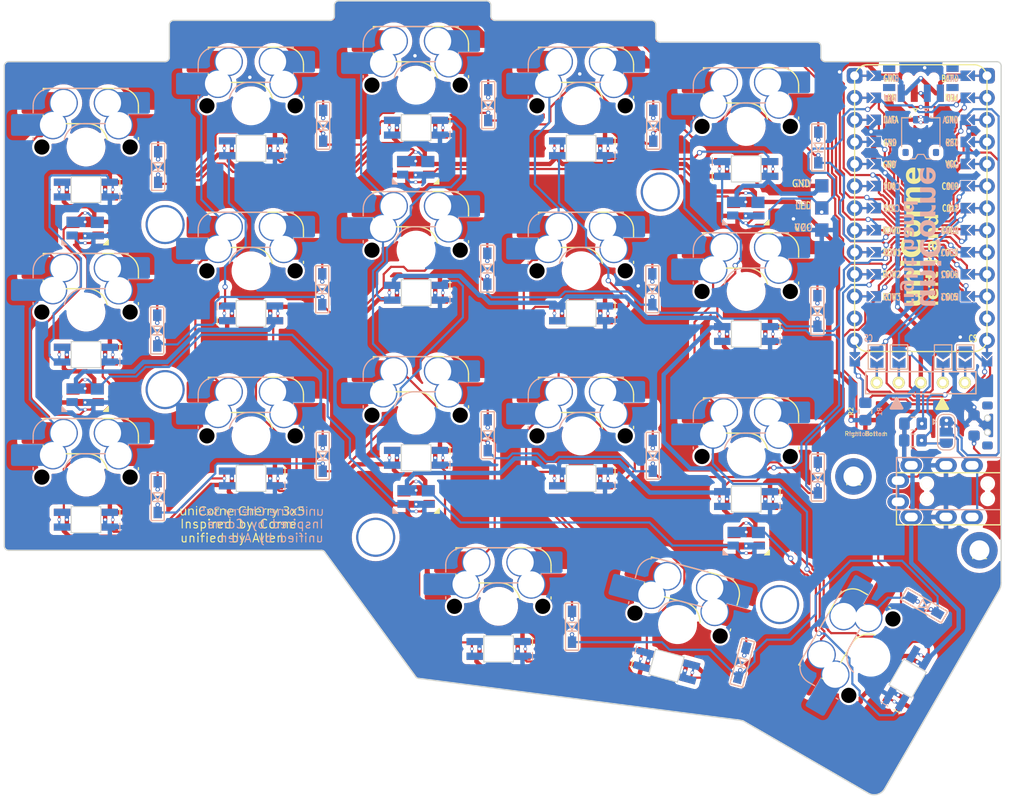
<source format=kicad_pcb>
(kicad_pcb (version 20221018) (generator pcbnew)
  (layers (0 "F.Cu" signal) (31 "B.Cu" signal) (34 "B.Paste" user) (35 "F.Paste" user) (36 "B.SilkS" user "B.Silkscreen") (37 "F.SilkS" user "F.Silkscreen") (38 "B.Mask" user) (39 "F.Mask" user) (44 "Edge.Cuts" user))
  (net 0 "")
  (net 1 "row0")
  (net 2 "Net-(D1-A)")
  (net 3 "DATA")
  (net 4 "GND")
  (net 5 "VCC")
  (net 6 "CS")
  (net 7 "SCL")
  (net 8 "LED")
  (net 9 "Net-(L1-DIN)")
  (net 10 "Net-(L2-DIN)")
  (net 11 "Net-(L2-DOUT)")
  (net 12 "Net-(L3-DIN)")
  (net 13 "Net-(L10-DOUT)")
  (net 14 "Net-(L11-DIN)")
  (net 15 "Net-(L4-DOUT)")
  (net 16 "Net-(L4-DIN)")
  (net 17 "Net-(L13-DIN)")
  (net 18 "Net-(L14-DOUT)")
  (net 19 "Net-(L15-DIN)")
  (net 20 "Net-(L10-DIN)")
  (net 21 "Net-(L11-DOUT)")
  (net 22 "Net-(L12-DIN)")
  (net 23 "Net-(L13-DOUT)")
  (net 24 "Net-(L14-DIN)")
  (net 25 "Net-(L16-DIN)")
  (net 26 "Net-(L19-DOUT)")
  (net 27 "Net-(L18-DIN)")
  (net 28 "Net-(L19-DIN)")
  (net 29 "Net-(L20-DIN)")
  (net 30 "Net-(L22-DOUT)")
  (net 31 "Net-(L23-DOUT)")
  (net 32 "unconnected-(U1-B3-Pad15)")
  (net 33 "RESET")
  (net 34 "Net-(D2-A)")
  (net 35 "Net-(D3-A)")
  (net 36 "Net-(D4-A)")
  (net 37 "col4")
  (net 38 "Net-(D5-A)")
  (net 39 "Net-(D6-A)")
  (net 40 "Net-(D7-A)")
  (net 41 "Net-(D8-A)")
  (net 42 "Net-(D9-A)")
  (net 43 "Net-(D10-A)")
  (net 44 "Net-(D11-A)")
  (net 45 "Net-(D12-A)")
  (net 46 "Net-(D13-A)")
  (net 47 "Net-(D14-A)")
  (net 48 "Net-(D15-A)")
  (net 49 "Net-(D16-A)")
  (net 50 "Net-(D17-A)")
  (net 51 "Net-(D18-A)")
  (net 52 "BAT+")
  (net 53 "row1")
  (net 54 "row2")
  (net 55 "row3")
  (net 56 "IS_LEFT")
  (net 57 "unconnected-(U1-RAW-Pad24)")
  (net 58 "unconnected-(PSW1-C-Pad3)")
  (net 59 "Net-(J2-Pin_1)")
  (net 60 "Net-(J2-Pin_4)")
  (net 61 "Net-(J2-Pin_2)")
  (net 62 "Net-(J3-Pin_2)")
  (net 63 "Net-(J2-Pin_5)")
  (net 64 "SDA")
  (net 65 "col0")
  (net 66 "col1")
  (net 67 "col2")
  (net 68 "col3")
  (net 70 "Net-(JP9-C)")
  (footprint "TB2086_MISC:M2_Hole_TH_Outside" (layer "F.Cu") (at 98.46 105.85)
    (fp_text reference "H6" hide)
    (fp_text value "MountingHole" hide)
  )
  (footprint "TB2086_LED:LED_SK6812MINI-E_rev" (layer "F.Cu") (at 156.1818 137.633 165)
    (fp_text reference "L17")
    (fp_text value "SK6812MINI-E" hide)
    (fp_line (start -1.7 -1.5) (end 1.7 -1.5) (stroke (width 0.12)) (layer "Edge.Cuts"))
    (fp_line (start -1.7 1.5) (end -1.7 -1.5) (stroke (width 0.12)) (layer "Edge.Cuts"))
    (fp_line (start 1.7 -1.5) (end 1.7 1.5) (stroke (width 0.12)) (layer "Edge.Cuts"))
    (fp_line (start 1.7 1.5) (end -1.7 1.5) (stroke (width 0.12)) (layer "Edge.Cuts"))
  )
  (footprint "TB2086_LED:LED_SK6812MINI-E_rev" (layer "F.Cu") (at 136.85 135.6996)
    (fp_text reference "L16")
    (fp_text value "SK6812MINI-E" hide)
    (fp_line (start -1.7 -1.5) (end 1.7 -1.5) (stroke (width 0.12)) (layer "Edge.Cuts"))
    (fp_line (start -1.7 1.5) (end -1.7 -1.5) (stroke (width 0.12)) (layer "Edge.Cuts"))
    (fp_line (start 1.7 -1.5) (end 1.7 1.5) (stroke (width 0.12)) (layer "Edge.Cuts"))
    (fp_line (start 1.7 1.5) (end -1.7 1.5) (stroke (width 0.12)) (layer "Edge.Cuts"))
  )
  (footprint "TB2086_LED:LED_SK6812MINI-E_rev" (layer "F.Cu") (at 165.35 99.4496)
    (fp_text reference "L10")
    (fp_text value "SK6812MINI-E" hide)
    (fp_line (start -1.7 -1.5) (end 1.7 -1.5) (stroke (width 0.12)) (layer "Edge.Cuts"))
    (fp_line (start -1.7 1.5) (end -1.7 -1.5) (stroke (width 0.12)) (layer "Edge.Cuts"))
    (fp_line (start 1.7 -1.5) (end 1.7 1.5) (stroke (width 0.12)) (layer "Edge.Cuts"))
    (fp_line (start 1.7 1.5) (end -1.7 1.5) (stroke (width 0.12)) (layer "Edge.Cuts"))
  )
  (footprint "TB2086_LED:LED_SK6812MINI-E_rev" (layer "F.Cu") (at 146.35 97.0746)
    (fp_text reference "L9")
    (fp_text value "SK6812MINI-E" hide)
    (fp_line (start -1.7 -1.5) (end 1.7 -1.5) (stroke (width 0.12)) (layer "Edge.Cuts"))
    (fp_line (start -1.7 1.5) (end -1.7 -1.5) (stroke (width 0.12)) (layer "Edge.Cuts"))
    (fp_line (start 1.7 -1.5) (end 1.7 1.5) (stroke (width 0.12)) (layer "Edge.Cuts"))
    (fp_line (start 1.7 1.5) (end -1.7 1.5) (stroke (width 0.12)) (layer "Edge.Cuts"))
  )
  (footprint "TB2086_MISC:M2_Hole_TH_Outside" (layer "F.Cu") (at 122.7 122.85)
    (fp_text reference "H4" hide)
    (fp_text value "MountingHole" hide)
  )
  (footprint "TB2086_LED:LED_SK6812MINI-E_rev" (layer "F.Cu") (at 89.35 120.8246)
    (fp_text reference "L11")
    (fp_text value "SK6812MINI-E" hide)
    (fp_line (start -1.7 -1.5) (end 1.7 -1.5) (stroke (width 0.12)) (layer "Edge.Cuts"))
    (fp_line (start -1.7 1.5) (end -1.7 -1.5) (stroke (width 0.12)) (layer "Edge.Cuts"))
    (fp_line (start 1.7 -1.5) (end 1.7 1.5) (stroke (width 0.12)) (layer "Edge.Cuts"))
    (fp_line (start 1.7 1.5) (end -1.7 1.5) (stroke (width 0.12)) (layer "Edge.Cuts"))
  )
  (footprint "Resistor_SMD:R_0805_2012Metric_Pad1.20x1.40mm_HandSolder" (layer "F.Cu") (at 179.07 108.36 90)
    (fp_text reference "R2")
    (fp_text value "10k")
  )
  (footprint "TB2086_MISC:M2_Hole_TH" (layer "F.Cu") (at 177.7 115.85)
    (fp_text reference "H2")
    (fp_text value "MountingHole")
  )
  (footprint "Jumper:SolderJumper-2_P1.3mm_Open_TrianglePad1.0x1.5mm" (layer "F.Cu") (at 180.4 102.1 -90)
    (fp_text reference "JP1" hide)
    (fp_text value " ")
  )
  (footprint "TB2086_LED:LED_SK6812MINI-E_rev" (layer "F.Cu") (at 165.35 118.4496)
    (fp_text reference "L15")
    (fp_text value "SK6812MINI-E" hide)
    (fp_line (start -1.7 -1.5) (end 1.7 -1.5) (stroke (width 0.12)) (layer "Edge.Cuts"))
    (fp_line (start -1.7 1.5) (end -1.7 -1.5) (stroke (width 0.12)) (layer "Edge.Cuts"))
    (fp_line (start 1.7 -1.5) (end 1.7 1.5) (stroke (width 0.12)) (layer "Edge.Cuts"))
    (fp_line (start 1.7 1.5) (end -1.7 1.5) (stroke (width 0.12)) (layer "Edge.Cuts"))
  )
  (footprint "TB2086_MISC:M2_Hole_TH_Outside" (layer "F.Cu") (at 98.46 86.85)
    (fp_text reference "H7" hide)
    (fp_text value "MountingHole" hide)
  )
  (footprint "TB2086_MISC:Nice!View" (layer "F.Cu") (at 185.45 105.05 180)
    (fp_text reference "J2" hide)
    (fp_text value "Nice!View" hide)
  )
  (footprint "Jumper:SolderJumper-2_P1.3mm_Open_TrianglePad1.0x1.5mm" (layer "F.Cu") (at 190.56 102.1 -90)
    (fp_text reference "JP4" hide)
    (fp_text value " ")
  )
  (footprint "TB2086_LED:LED_SK6812MINI-E_rev" (layer "F.Cu") (at 183.9435 139.1 -120)
    (fp_text reference "L18")
    (fp_text value "SK6812MINI-E" hide)
    (fp_line (start -1.7 -1.5) (end 1.7 -1.5) (stroke (width 0.12)) (layer "Edge.Cuts"))
    (fp_line (start -1.7 1.5) (end -1.7 -1.5) (stroke (width 0.12)) (layer "Edge.Cuts"))
    (fp_line (start 1.7 -1.5) (end 1.7 1.5) (stroke (width 0.12)) (layer "Edge.Cuts"))
    (fp_line (start 1.7 1.5) (end -1.7 1.5) (stroke (width 0.12)) (layer "Edge.Cuts"))
  )
  (footprint "TB2086_SMD:Molex_Pico-EZmate_78171-0002_1x02-1MP_P1.20mm_Vertical_rev" (layer "F.Cu") (at 185.45 76.65)
    (fp_text reference "J3" hide)
    (fp_text value "Conn_01x02")
  )
  (footprint "TB2086_MISC:SolderJumper-3_P1.3mm_Bridged2Bar12_RoundedPad1.0x1.5mm_rev" (layer "F.Cu") (at 188.385 110.75 -90)
    (fp_text reference "JP9" hide)
    (fp_text value "Jumper_3_Bridged12")
  )
  (footprint "TB2086_MISC:ProMicro-ish-dn-rev-unrouted_3x6" (layer "F.Cu") (at 185.3 86.28)
    (fp_text reference "U1" hide)
    (fp_text value "ProMicro-ish")
  )
  (footprint "TB2086_LED:LED_SK6812MINI-E_rev" (layer "F.Cu") (at 127.35 113.6996)
    (fp_text reference "L13")
    (fp_text value "SK6812MINI-E" hide)
    (fp_line (start -1.7 -1.5) (end 1.7 -1.5) (stroke (width 0.12)) (layer "Edge.Cuts"))
    (fp_line (start -1.7 1.5) (end -1.7 -1.5) (stroke (width 0.12)) (layer "Edge.Cuts"))
    (fp_line (start 1.7 -1.5) (end 1.7 1.5) (stroke (width 0.12)) (layer "Edge.Cuts"))
    (fp_line (start 1.7 1.5) (end -1.7 1.5) (stroke (width 0.12)) (layer "Edge.Cuts"))
  )
  (footprint "TB2086_LED:LED_SK6812MINI-E_rev" (layer "F.Cu") (at 108.35 116.0746)
    (fp_text reference "L12")
    (fp_text value "SK6812MINI-E" hide)
    (fp_line (start -1.7 -1.5) (end 1.7 -1.5) (stroke (width 0.12)) (layer "Edge.Cuts"))
    (fp_line (start -1.7 1.5) (end -1.7 -1.5) (stroke (width 0.12)) (layer "Edge.Cuts"))
    (fp_line (start 1.7 -1.5) (end 1.7 1.5) (stroke (width 0.12)) (layer "Edge.Cuts"))
    (fp_line (start 1.7 1.5) (end -1.7 1.5) (stroke (width 0.12)) (layer "Edge.Cuts"))
  )
  (footprint "TB2086_LED:LED_SK6812MINI-E_rev" (layer "F.Cu") (at 108.35 78.0746)
    (fp_text reference "L2")
    (fp_text value "SK6812MINI-E" hide)
    (fp_line (start -1.7 -1.5) (end 1.7 -1.5) (stroke (width 0.12)) (layer "Edge.Cuts"))
    (fp_line (start -1.7 1.5) (end -1.7 -1.5) (stroke (width 0.12)) (layer "Edge.Cuts"))
    (fp_line (start 1.7 -1.5) (end 1.7 1.5) (stroke (width 0.12)) (layer "Edge.Cuts"))
    (fp_line (start 1.7 1.5) (end -1.7 1.5) (stroke (width 0.12)) (layer "Edge.Cuts"))
  )
  (footprint "TB2086_MISC:M2_Hole_TH_Outside" (layer "F.Cu") (at 169.2 130.6)
    (fp_text reference "H3" hide)
    (fp_text value "MountingHole" hide)
  )
  (footprint "TB2086_LED:LED_SK6812MINI-E_rev" (layer "F.Cu") (at 146.35 78.0746)
    (fp_text reference "L4")
    (fp_text value "SK6812MINI-E" hide)
    (fp_line (start -1.7 -1.5) (end 1.7 -1.5) (stroke (width 0.12)) (layer "Edge.Cuts"))
    (fp_line (start -1.7 1.5) (end -1.7 -1.5) (stroke (width 0.12)) (layer "Edge.Cuts"))
    (fp_line (start 1.7 -1.5) (end 1.7 1.5) (stroke (width 0.12)) (layer "Edge.Cuts"))
    (fp_line (start 1.7 1.5) (end -1.7 1.5) (stroke (width 0.12)) (layer "Edge.Cuts"))
  )
  (footprint "TB2086_LED:LED_SK6812MINI-E_rev" (layer "F.Cu") (at 165.35 80.4496 180)
    (fp_text reference "L5")
    (fp_text value "SK6812MINI-E" hide)
    (fp_line (start -1.7 -1.5) (end 1.7 -1.5) (stroke (width 0.12)) (layer "Edge.Cuts"))
    (fp_line (start -1.7 1.5) (end -1.7 -1.5) (stroke (width 0.12)) (layer "Edge.Cuts"))
    (fp_line (start 1.7 -1.5) (end 1.7 1.5) (stroke (width 0.12)) (layer "Edge.Cuts"))
    (fp_line (start 1.7 1.5) (end -1.7 1.5) (stroke (width 0.12)) (layer "Edge.Cuts"))
  )
  (footprint "TB2086_LED:LED_SK6812MINI-E_rev" (layer "F.Cu") (at 127.35 94.6996)
    (fp_text reference "L8")
    (fp_text value "SK6812MINI-E" hide)
    (fp_line (start -1.7 -1.5) (end 1.7 -1.5) (stroke (width 0.12)) (layer "Edge.Cuts"))
    (fp_line (start -1.7 1.5) (end -1.7 -1.5) (stroke (width 0.12)) (layer "Edge.Cuts"))
    (fp_line (start 1.7 -1.5) (end 1.7 1.5) (stroke (width 0.12)) (layer "Edge.Cuts"))
    (fp_line (start 1.7 1.5) (end -1.7 1.5) (stroke (width 0.12)) (layer "Edge.Cuts"))
  )
  (footprint "TB2086_SMD:R_0805_2012Metric_Pad1.20x1.40mm_HandSolder_rev" (layer "F.Cu") (at 184.565 109.765 180)
    (fp_text reference "R3" hide)
    (fp_text value "4.7k")
  )
  (footprint "TB2086_LED:LED_SK6812MINI-E_rev" (layer "F.Cu") (at 108.35 97.0746 180)
    (fp_text reference "L7")
    (fp_text value "SK6812MINI-E" hide)
    (fp_line (start -1.7 -1.5) (end 1.7 -1.5) (stroke (width 0.12)) (layer "Edge.Cuts"))
    (fp_line (start -1.7 1.5) (end -1.7 -1.5) (stroke (width 0.12)) (layer "Edge.Cuts"))
    (fp_line (start 1.7 -1.5) (end 1.7 1.5) (stroke (width 0.12)) (layer "Edge.Cuts"))
    (fp_line (start 1.7 1.5) (end -1.7 1.5) (stroke (width 0.12)) (layer "Edge.Cuts"))
  )
  (footprint "TB2086_MISC:M2_Hole_TH" (layer "F.Cu") (at 192.2 124.35)
    (fp_text reference "H1")
    (fp_text value "MountingHole")
  )
  (footprint "TB2086_SMD:SW_SPDT_PCM12_reversible" (layer "F.Cu") (at 185.45 70.3 180)
    (fp_text reference "PSW1" hide)
    (fp_text value "SW_SPDT" hide)
  )
  (footprint "TB2086_MISC:StripLED_rev" (layer "F.Cu") (at 174.05 82.4)
    (fp_text reference "J4" hide)
    (fp_text value "Conn_01x03" hide)
  )
  (footprint "TB2086_LED:LED_SK6812MINI-E_rev" (layer "F.Cu") (at 146.35 116.0746)
    (fp_text reference "L14")
    (fp_text value "SK6812MINI-E" hide)
    (fp_line (start -1.7 -1.5) (end 1.7 -1.5) (stroke (width 0.12)) (layer "Edge.Cuts"))
    (fp_line (start -1.7 1.5) (end -1.7 -1.5) (stroke (width 0.12)) (layer "Edge.Cuts"))
    (fp_line (start 1.7 -1.5) (end 1.7 1.5) (stroke (width 0.12)) (layer "Edge.Cuts"))
    (fp_line (start 1.7 1.5) (end -1.7 1.5) (stroke (width 0.12)) (layer "Edge.Cuts"))
  )
  (footprint "TB2086_MISC:M2_Hole_TH_Outside" (layer "F.Cu") (at 155.46 83.1)
    (fp_text reference "H5" hide)
    (fp_text value "MountingHole" hide)
  )
  (footprint "TB2086_MISC:TRRS-PJ-320A-rev" (layer "F.Cu") (at 194.65 118.42 -90)
    (fp_text reference "J1" hide)
    (fp_text value "MJ-4PP-9" hide)
  )
  (footprint "Jumper:SolderJumper-2_P1.3mm_Open_TrianglePad1.0x1.5mm" (layer "F.Cu") (at 182.94 102.1 -90)
    (fp_text reference "JP2" hide)
    (fp_text value " ")
  )
  (footprint "TB2086_LED:LED_SK6812MINI-E_rev" (layer "F.Cu") (at 127.35 75.6996)
    (fp_text reference "L3")
    (fp_text value "SK6812MINI-E" hide)
    (fp_line (start -1.7 -1.5) (end 1.7 -1.5) (stroke (width 0.12)) (layer "Edge.Cuts"))
    (fp_line (start -1.7 1.5) (end -1.7 -1.5) (stroke (width 0.12)) (layer "Edge.Cuts"))
    (fp_line (start 1.7 -1.5) (end 1.7 1.5) (stroke (width 0.12)) (layer "Edge.Cuts"))
    (fp_line (start 1.7 1.5) (end -1.7 1.5) (stroke (width 0.12)) (layer "Edge.Cuts"))
  )
  (footprint "TB2086_LED:LED_SK6812MINI-E_rev" (layer "F.Cu") (at 89.35 82.8246)
    (fp_text reference "L1")
    (fp_text value "SK6812MINI-E" hide)
    (fp_line (start -1.7 -1.5) (end 1.7 -1.5) (stroke (width 0.12)) (layer "Edge.Cuts"))
    (fp_line (start -1.7 1.5) (end -1.7 -1.5) (stroke (width 0.12)) (layer "Edge.Cuts"))
    (fp_line (start 1.7 -1.5) (end 1.7 1.5) (stroke (width 0.12)) (layer "Edge.Cuts"))
    (fp_line (start 1.7 1.5) (end -1.7 1.5) (stroke (width 0.12)) (layer "Edge.Cuts"))
  )
  (footprint "TB2086_SMD:R_0805_2012Metric_Pad1.20x1.40mm_HandSolder_rev" (layer "F.Cu") (at 184.54 111.7)
    (fp_text reference "R4" hide)
    (fp_text value "4.7k")
  )
  (footprint "Jumper:SolderJumper-2_P1.3mm_Open_TrianglePad1.0x1.5mm" (layer "F.Cu") (at 188.02 102.1 -90)
    (fp_text reference "JP3" hide)
    (fp_text value " ")
  )
  (footprint "TB2086_LED:LED_SK6812MINI-E_rev" (layer "F.Cu") (at 89.35 101.8246)
    (fp_text reference "L6")
    (fp_text value "SK6812MINI-E" hide)
    (fp_line (start -1.7 -1.5) (end 1.7 -1.5) (stroke (width 0.12)) (layer "Edge.Cuts"))
    (fp_line (start -1.7 1.5) (end -1.7 -1.5) (stroke (width 0.12)) (layer "Edge.Cuts"))
    (fp_line (start 1.7 -1.5) (end 1.7 1.5) (stroke (width 0.12)) (layer "Edge.Cuts"))
    (fp_line (start 1.7 1.5) (end -1.7 1.5) (stroke (width 0.12)) (layer "Edge.Cuts"))
  )
  (footprint "TB2086_SMD:D3_SMD_rev" (layer "B.Cu") (at 185.85 130.7 150)
    (fp_text reference "D18" hide)
    (fp_text value "D" hide)
  )
  (footprint "Jumper:SolderJumper-2_P1.3mm_Open_TrianglePad1.0x1.5mm" (layer "B.Cu") (at 182.94 102.1 -90)
    (fp_text reference "JP6" hide)
    (fp_text value " ")
  )
  (footprint "TB2086_SMD:D3_SMD_rev" (layer "B.Cu") (at 97.6 118.225 90)
    (fp_text reference "D11" hide)
    (fp_text value "D" hide)
  )
  (footprint "TB2086_KEYSWITCH:SW_MX_HS_1u_reversible" (layer "B.Cu") (at 127.35 89.7996 180)
    (fp_text reference "SW8")
    (fp_text value "SW_MX_HS" hide)
  )
  (footprint "TB2086_KEYSWITCH:SW_MX_HS_1u_reversible" (layer "B.Cu") (at 89.35 77.9246 180)
    (fp_text reference "SW1")
    (fp_text value "SW_MX_HS" hide)
  )
  (footprint "TB2086_KEYSWITCH:SW_MX_HS_1u_reversible" (layer "B.Cu") (at 165.35 113.5496 180)
    (fp_text reference "SW15")
    (fp_text value "SW_MX_HS" hide)
  )
  (footprint "TB2086_SMD:D3_SMD_rev" (layer "B.Cu") (at 173.65 77.975 90)
    (fp_text reference "D5" hide)
    (fp_text value "D" hide)
  )
  (footprint "TB2086_KEYSWITCH:SW_MX_HS_1u_reversible" (layer "B.Cu") (at 89.35 115.9246 180)
    (fp_text reference "SW11")
    (fp_text value "SW_MX_HS" hide)
  )
  (footprint "Jumper:SolderJumper-2_P1.3mm_Open_TrianglePad1.0x1.5mm" (layer "B.Cu") (at 180.4 102.1 -90)
    (fp_text reference "JP5" hide)
    (fp_text value " ")
  )
  (footprint "TB2086_KEYSWITCH:SW_MX_HS_1u_reversible" (layer "B.Cu") (at 146.35 92.1746 180)
    (fp_text reference "SW9")
    (fp_text value "SW_MX_HS" hide)
  )
  (footprint "TB2086_SMD:D3_SMD_rev" (layer "B.Cu") (at 145.3 133.15 90)
    (fp_text reference "D16" hide)
    (fp_text value "D" hide)
  )
  (footprint "TB2086_SMD:D3_SMD_rev" (layer "B.Cu") (at 135.6 111.1 90)
    (fp_text reference "D13" hide)
    (fp_text value "D" hide)
  )
  (footprint "TB2086_KEYSWITCH:SW_MX_HS_1u_reversible" (layer "B.Cu") (at 89.35 96.9246 180)
    (fp_text reference "SW6")
    (fp_text value "SW_MX_HS" hide)
  )
  (footprint "TB2086_SMD:D3_SMD_rev" (layer "B.Cu") (at 154.6 113.475 90)
    (fp_text reference "D14" hide)
    (fp_text value "D" hide)
  )
  (footprint "TB2086_SMD:SMT 2X4X3.5MM Tactile Tact Push Button rev" (layer "B.Cu") (at 193.13 109.975 90)
    (fp_text reference "RSW1" hide)
    (fp_text value "SMT 2X4X3.5MM Tactile Tact Push Button")
    (fp_circle (center -0.8 0) (end -0.45 0) (stroke (width 0.12)) (fill none) (layer "Edge.Cuts"))
    (fp_circle (center 0.85 0) (end 1.2 0) (stroke (width 0.12)) (fill none) (layer "Edge.Cuts"))
  )
  (footprint "TB2086_LED:LED_SK6812MINI_PLCC4_3.5x3.5mm_P1.75mm_rev_all" (layer "B.Cu") (at 127.3 80.25 180)
    (fp_text reference "L20" hide)
    (fp_text value "SK6812MINI")
  )
  (footprint "TB2086_KEYSWITCH:SW_MX_HS_1u_reversible" (layer "B.Cu") (at 146.35 73.1746 180)
    (fp_text reference "SW4")
    (fp_text value "SW_MX_HS" hide)
  )
  (footprint "TB2086_KEYSWITCH:SW_MX_HS_1u_reversible" (layer "B.Cu") (at 146.35 111.1746 180)
    (fp_text reference "SW14")
    (fp_text value "SW_MX_HS" hide)
  )
  (footprint "TB2086_SMD:D3_SMD_rev" (layer "B.Cu") (at 116.55 94.3 90)
    (fp_text reference "D7" hide)
    (fp_text value "D" hide)
  )
  (footprint "TB2086_SMD:D3_SMD_rev" (layer "B.Cu") (at 173.6 115.975 90)
    (fp_text reference "D15" hide)
    (fp_text value "D" hide)
  )
  (footprint "TB2086_SMD:D3_SMD_rev" (layer "B.Cu") (at 164.9 137.3 75)
    (fp_text reference "D17" hide)
    (fp_text value "D" hide)
  )
  (footprint "TB2086_SMD:D3_SMD_rev" (layer "B.Cu") (at 135.65 73.1 90)
    (fp_text reference "D3" hide)
    (fp_text value "D" hide)
  )
  (footprint "TB2086_SMD:D3_SMD_rev" (layer "B.Cu") (at 116.6 113.475 90)
    (fp_text reference "D12" hide)
    (fp_text value "D" hide)
  )
  (footprint "TB2086_KEYSWITCH:SW_MX_HS_1u_reversible" (layer "B.Cu") (at 157.45 132.9 165)
    (fp_text reference "SW17")
    (fp_text value "SW_MX_HS" hide)
  )
  (footprint "TB2086_KEYSWITCH:SW_MX_HS_1u_reversible" (layer "B.Cu") (at 179.7 136.65 -120)
    (fp_text reference "SW18")
    (fp_text value "SW_MX_HS" hide)
  )
  (footprint "TB2086_KEYSWITCH:SW_MX_HS_1u_reversible" (layer "B.Cu") (at 108.35 73.1746 180)
    (fp_text reference "SW2")
    (fp_text value "SW_MX_HS" hide)
  )
  (footprint "TB2086_SMD:D3_SMD_rev" (layer "B.Cu") (at 154.55 94.3 90)
    (fp_text reference "D9" hide)
    (fp_text value "D" hide)
  )
  (footprint "TB2086_KEYSWITCH:SW_MX_HS_1u_reversible" (layer "B.Cu") (at 165.35 75.5496 180)
    (fp_text reference "SW5")
    (fp_text value "SW_MX_HS" hide)
  )
  (footprint "Resistor_SMD:R_0805_2012Metric_Pad1.20x1.40mm_HandSolder" (layer "B.Cu") (at 179.07 108.37 90)
    (fp_text reference "R1")
    (fp_text value "10k")
  )
  (footprint "TB2086_LED:LED_SK6812MINI_PLCC4_3.5x3.5mm_P1.75mm_rev_all" (layer "B.Cu") (at 165.3 84.95 180)
    (fp_text reference "L21" hide)
    (fp_text value "SK6812MINI")
  )
  (footprint "TB2086_LED:LED_SK6812MINI_PLCC4_3.5x3.5mm_P1.75mm_rev_all" (layer "B.Cu") (at 89.25 87.25 180)
    (fp_text reference "L19" hide)
    (fp_text value "SK6812MINI")
  )
  (footprint "TB2086_KEYSWITCH:SW_MX_HS_1u_reversible" (layer "B.Cu") (at 127.35 108.7996 180)
    (fp_text reference "SW13")
    (fp_text value "SW_MX_HS" hide)
  )
  (footprint "TB2086_SMD:D3_SMD_rev" (layer "B.Cu") (at 97.55 99.05 90)
    (fp_text reference "D6" hide)
    (fp_text value "D" hide)
  )
  (footprint "TB2086_SMD:D3_SMD_rev" (layer "B.Cu") (at 97.65 80.225 90)
    (fp_text reference "D1" hide)
    (fp_text value "D" hide)
  )
  (footprint "TB2086_SMD:D3_SMD_rev" (layer "B.Cu") (at 116.65 75.475 90)
    (fp_text reference "D2" hide)
    (fp_text value "D" hide)
  )
  (footprint "TB2086_SMD:D3_SMD_rev" (layer "B.Cu") (at 135.55 91.925 90)
    (fp_text reference "D8" hide)
    (fp_text value "D" hide)
  )
  (footprint "TB2086_LED:LED_SK6812MINI_PLCC4_3.5x3.5mm_P1.75mm_rev_all" (layer "B.Cu") (at 127.35 118.15 180)
    (fp_text reference "L23" hide)
    (fp_text value "SK6812MINI")
  )
  (footprint "Jumper:SolderJumper-2_P1.3mm_Open_TrianglePad1.0x1.5mm" (layer "B.Cu") (at 188.02 102.1 -90)
    (fp_text reference "JP7" hide)
    (fp_text value " ")
  )
  (footprint "TB2086_LED:LED_SK6812MINI_PLCC4_3.5x3.5mm_P1.75mm_rev_all" (layer "B.Cu") (at 89.25 106.43 180)
    (fp_text reference "L22" hide)
    (fp_text value "SK6812MINI")
  )
  (footprint "TB2086_LED:LED_SK6812MINI_PLCC4_3.5x3.5mm_P1.75mm_rev_all" (layer "B.Cu") (at 165.35 122.95 180)
    (fp_text reference "L24" hide)
    (fp_text value "SK6812MINI")
  )
  (footprint "TB2086_SMD:D3_SMD_rev" (layer "B.Cu") (at 154.65 75.475 90)
    (fp_text reference "D4" hide)
    (fp_text value "D" hide)
  )
  (footprint "TB2086_KEYSWITCH:SW_MX_HS_1u_reversible" (layer "B.Cu") (at 136.85 130.7996 180)
    (fp_text reference "SW16")
    (fp_text value "SW_MX_HS" hide)
  )
  (footprint "TB2086_KEYSWITCH:SW_MX_HS_1u_reversible" (layer "B.Cu") (at 165.35 94.5496 180)
    (fp_text reference "SW10")
    (fp_text value "SW_MX_HS" hide)
  )
  (footprint "TB2086_KEYSWITCH:SW_MX_HS_1u_reversible" (layer "B.Cu") (at 127.35 70.7996 180)
    (fp_text reference "SW3")
    (fp_text value "SW_MX_HS" hide)
  )
  (footprint "TB2086_KEYSWITCH:SW_MX_HS_1u_reversible" (layer "B.Cu") (at 108.35 92.1746 180)
    (fp_text reference "SW7")
    (fp_text value "SW_MX_HS" hide)
  )
  (footprint "Jumper:SolderJumper-2_P1.3mm_Open_TrianglePad1.0x1.5mm" (layer "B.Cu") (at 190.56 102.1 -90)
    (fp_text reference "JP8" hide)
    (fp_text value " ")
  )
  (footprint "TB2086_KEYSWITCH:SW_MX_HS_1u_reversible" (layer "B.Cu") (at 108.35 111.1746 180)
    (fp_text reference "SW12")
    (fp_text value "SW_MX_HS" hide)
  )
  (footprint "TB2086_SMD:D3_SMD_rev" (layer "B.Cu") (at 173.55 96.8 90)
    (fp_text reference "D10" hide)
    (fp_text value "D" hide)
  )
  (gr_line (start 173.45 65.85) (end 155.45 65.85) (stroke (width 0.15)) (layer "Edge.Cuts"))
  (gr_line (start 154.95 65.35) (end 154.95 63.85) (stroke (width 0.15)) (layer "Edge.Cuts"))
  (gr_arc (start 127.7 139.1) (mid 127.508658 139.06194) (end 127.346447 138.953553) (stroke (width 0.15)) (layer "Edge.Cuts"))
  (gr_arc (start 194.7 128.075) (mid 194.645218 128.526668) (end 194.472764 128.947696) (stroke (width 0.15)) (layer "Edge.Cuts"))
  (gr_line (start 116.8 124.5) (end 127.35 138.95) (stroke (width 0.15)) (layer "Edge.Cuts"))
  (gr_arc (start 174.45 68.1) (mid 174.096447 67.953553) (end 173.95 67.6) (stroke (width 0.15)) (layer "Edge.Cuts"))
  (gr_line (start 127.7 139.1) (end 164.370556 143.870344) (stroke (width 0.15)) (layer "Edge.Cuts"))
  (gr_line (start 154.45 63.35) (end 136.45 63.35) (stroke (width 0.15)) (layer "Edge.Cuts"))
  (gr_arc (start 136.45 63.35) (mid 136.096447 63.203553) (end 135.95 62.85) (stroke (width 0.15)) (layer "Edge.Cuts"))
  (gr_line (start 165.025 144) (end 179.35 152.275) (stroke (width 0.15)) (layer "Edge.Cuts"))
  (gr_line (start 173.95 66.35) (end 173.95 67.6) (stroke (width 0.15)) (layer "Edge.Cuts"))
  (gr_arc (start 135.45 61.1) (mid 135.803553 61.246447) (end 135.95 61.6) (stroke (width 0.15)) (layer "Edge.Cuts"))
  (gr_line (start 135.95 62.85) (end 135.95 61.6) (stroke (width 0.15)) (layer "Edge.Cuts"))
  (gr_arc (start 98.95 67.6) (mid 98.803553 67.953553) (end 98.45 68.1) (stroke (width 0.15)) (layer "Edge.Cuts"))
  (gr_arc (start 164.370556 143.870344) (mid 164.700953 143.919147) (end 165.025 144) (stroke (width 0.15)) (layer "Edge.Cuts"))
  (gr_arc (start 117.95 62.85) (mid 117.803553 63.203553) (end 117.45 63.35) (stroke (width 0.15)) (layer "Edge.Cuts"))
  (gr_line (start 117.45 63.35) (end 99.45 63.35) (stroke (width 0.15)) (layer "Edge.Cuts"))
  (gr_arc (start 98.95 63.85) (mid 99.096447 63.496447) (end 99.45 63.35) (stroke (width 0.15)) (layer "Edge.Cuts"))
  (gr_arc (start 154.45 63.35) (mid 154.803553 63.496447) (end 154.95 63.85) (stroke (width 0.15)) (layer "Edge.Cuts"))
  (gr_arc (start 194.2 68.1) (mid 194.553553 68.246447) (end 194.7 68.6) (stroke (width 0.15)) (layer "Edge.Cuts"))
  (gr_line (start 135.45 61.1) (end 118.45 61.1) (stroke (width 0.15)) (layer "Edge.Cuts"))
  (gr_line (start 79.95 68.6) (end 79.95 123.85) (stroke (width 0.15)) (layer "Edge.Cuts"))
  (gr_line (start 116.45 124.35) (end 80.45 124.35) (stroke (width 0.15)) (layer "Edge.Cuts"))
  (gr_arc (start 117.95 61.6) (mid 118.096447 61.246447) (end 118.45 61.1) (stroke (width 0.15)) (layer "Edge.Cuts"))
  (gr_line (start 194.7 68.6) (end 194.7 128.075) (stroke (width 0.15)) (layer "Edge.Cuts"))
  (gr_arc (start 80.45 124.35) (mid 80.096447 124.203553) (end 79.95 123.85) (stroke (width 0.15)) (layer "Edge.Cuts"))
  (gr_line (start 98.45 68.1) (end 80.45 68.1) (stroke (width 0.15)) (layer "Edge.Cuts"))
  (gr_arc (start 79.95 68.6) (mid 80.096447 68.246447) (end 80.45 68.1) (stroke (width 0.15)) (layer "Edge.Cuts"))
  (gr_line (start 181.25 151.875) (end 194.475 128.95) (stroke (width 0.15)) (layer "Edge.Cuts"))
  (gr_line (start 194.2 68.1) (end 174.45 68.1) (stroke (width 0.15)) (layer "Edge.Cuts"))
  (gr_line (start 98.95 63.85) (end 98.95 67.6) (stroke (width 0.15)) (layer "Edge.Cuts"))
  (gr_line (start 117.95 61.6) (end 117.95 62.85) (stroke (width 0.15)) (layer "Edge.Cuts"))
  (gr_arc (start 116.45 124.35) (mid 116.641342 124.38806) (end 116.803553 124.496447) (stroke (width 0.15)) (layer "Edge.Cuts"))
  (gr_arc (start 173.45 65.85) (mid 173.803553 65.996447) (end 173.95 66.35) (stroke (width 0.15)) (layer "Edge.Cuts"))
  (gr_arc (start 181.242949 151.878583) (mid 180.377399 152.463216) (end 179.35 152.275) (stroke (width 0.15)) (layer "Edge.Cuts"))
  (gr_arc (start 155.45 65.85) (mid 155.096447 65.703553) (end 154.95 65.35) (stroke (width 0.15)) (layer "Edge.Cuts"))
  (gr_text "▲" (at 183.79 108.2) (layer "B.SilkS") (effects (font (size 1.5 1.5) (thickness 0.3) bold) (justify left bottom mirror)))
  (gr_text "uniCorne" (at 184.974482 96.45 -90) (layer "B.SilkS") (effects (font (size 2.3 2.3) (thickness 0.3) bold italic) (justify left bottom mirror)))
  (gr_text "Inspired by Corne\nunified by Allen" (at 116.78 122.125) (layer "B.SilkS") (effects (font (size 1 1) (thickness 0.125)) (justify left mirror)))
  (gr_text "Left Bottom" (at 179.16 110.94) (layer "B.SilkS") (effects (font (size 0.5 0.5) (thickness 0.075)) (justify mirror)))
  (gr_text "GND" (at 171.94 87.21) (layer "B.SilkS") (effects (font (size 0.8 0.7) (thickness 0.125)) (justify mirror)))
  (gr_text "VCC" (at 171.94 82.13) (layer "B.SilkS") (effects (font (size 0.8 0.7) (thickness 0.125)) (justify mirror)))
  (gr_text "uniCorne Cherry 3x5" (at 116.73 119.95) (layer "B.SilkS") (effects (font (size 1 1) (thickness 0.125)) (justify left mirror)))
  (gr_text "right hand" (at 183.25 96.4 270) (layer "B.SilkS") (effects (font (size 1.5 1.5) (thickness 0.3) bold italic) (justify left bottom mirror)))
  (gr_text "LED" (at 171.94 84.67) (layer "B.SilkS") (effects (font (size 0.8 0.7) (thickness 0.125)) (justify mirror)))
  (gr_text "Right Bottom" (at 179.16 110.94) (layer "F.SilkS") (effects (font (size 0.5 0.5) (thickness 0.075))))
  (gr_text "VCC" (at 171.94 87.21) (layer "F.SilkS") (effects (font (size 0.8 0.7) (thickness 0.125))))
  (gr_text "left hand" (at 187.706 96.266 90) (layer "F.SilkS") (effects (font (size 1.5 1.5) (thickness 0.3) bold italic) (justify left bottom)))
  (gr_text "GND" (at 171.686 82.13) (layer "F.SilkS") (effects (font (size 0.8 0.7) (thickness 0.125))))
  (gr_text "LED" (at 171.94 84.67) (layer "F.SilkS") (effects (font (size 0.8 0.7) (thickness 0.125))))
  (gr_text "Inspired by Corne\nunified by Allen" (at 100.11 122.125) (layer "F.SilkS") (effects (font (size 1 1) (thickness 0.125)) (justify left)))
  (gr_text "▲" (at 189.04 108.25) (layer "F.SilkS") (effects (font (size 1.5 1.5) (thickness 0.3) bold) (justify left bottom mirror)))
  (gr_text "uniCorne" (at 185.928 96.45 90) (layer "F.SilkS") (effects (font (size 2.3 2.3) (thickness 0.3) bold italic) (justify left bottom)))
  (gr_text "uniCorne Cherry 3x5" (at 100.11 119.9) (layer "F.SilkS") (effects (font (size 1 1) (thickness 0.125)) (justify left)))
  (segment (start 169.18 76.029469) (end 169.18 76.067367) (width 0.25) (layer "F.Cu") (net 1))
  (segment (start 153.801396 77.54) (end 154.36 77.54) (width 0.25) (layer "F.Cu") (net 1))
  (segment (start 104.26 78.286828) (end 101.941828 80.605) (width 0.25) (layer "F.Cu") (net 1))
  (segment (start 116.65 76.364) (end 116.65 76.675) (width 0.25) (layer "F.Cu") (net 1))
  (segment (start 128.552731 73.53) (end 128.622731 73.46) (width 0.25) (layer "F.Cu") (net 1))
  (segment (start 109.14 76.24) (end 104.5746 76.24) (width 0.25) (layer "F.Cu") (net 1))
  (segment (start 181.9 87.83) (end 181.42 88.31) (width 0.25) (layer "F.Cu") (net 1))
  (segment (start 121.27 77.65) (end 122.72 76.2) (width 0.25) (layer "F.Cu") (net 1))
  (segment (start 190.16 88.79) (end 189.2 87.83) (width 0.25) (layer "F.Cu") (net 1))
  (segment (start 159.115837 76.7996) (end 160.787767 76.7996) (width 0.25) (layer "F.Cu") (net 1))
  (segment (start 147.371932 70.7) (end 150.025 73.353068) (width 0.25) (layer "F.Cu") (net 1))
  (segment (start 145.474469 70.7) (end 147.371932 70.7) (width 0.25) (layer "F.Cu") (net 1))
  (segment (start 161.52 76.067367) (end 161.52 75.749999) (width 0.25) (layer "F.Cu") (net 1))
  (segment (start 117.05 77.65) (end 121.27 77.65) (width 0.25) (layer "F.Cu") (net 1))
  (segment (start 166.210531 73.06) (end 169.18 76.029469) (width 0.25) (layer "F.Cu") (net 1))
  (segment (start 116.65 76.675) (end 116.65 77.25) (width 0.25) (layer "F.Cu") (net 1))
  (segment (start 97.65 82) (end 97.65 81.114) (width 0.25) (layer "F.Cu") (net 1))
  (segment (start 99.586828 82.17) (end 97.82 82.17) (width 0.25) (layer "F.Cu") (net 1))
  (segment (start 132.242504 73.46) (end 132.771504 73.989) (width 0.25) (layer "F.Cu") (net 1))
  (segment (start 101.151827 80.605) (end 99.586828 82.17) (width 0.25) (layer "F.Cu") (net 1))
  (segment (start 101.941828 80.605) (end 101.151827 80.605) (width 0.25) (layer "F.Cu") (net 1))
  (segment (start 162.358072 74.9846) (end 164.282672 73.06) (width 0.25) (layer "F.Cu") (net 1))
  (segment (start 142.8 73.374469) (end 145.474469 70.7) (width 0.25) (layer "F.Cu") (net 1))
  (segment (start 122.72 74.76) (end 123.4804 73.9996) (width 0.25) (layer "F.Cu") (net 1))
  (segment (start 154.65 76.364) (end 155.064 75.95) (width 0.25) (layer "F.Cu") (net 1))
  (segment (start 136.705 74.875) (end 137.145 75.315) (width 0.25) (layer "F.Cu") (net 1))
  (segment (start 189.2 87.83) (end 181.9 87.83) (width 0.25) (layer "F.Cu") (net 1))
  (segment (start 114.786 74.5) (end 110.88 74.5) (width 0.25) (layer "F.Cu") (net 1))
  (segment (start 173.244 78.864) (end 173.65 78.864) (width 0.25) (layer "F.Cu") (net 1))
  (segment (start 104.26 76.5546) (end 104.26 78.286828) (width 0.25) (layer "F.Cu") (net 1))
  (segment (start 123.4804 73.9996) (end 124.737767 73.9996) (width 0.25) (layer "F.Cu") (net 1))
  (segment (start 116.65 77.25) (end 117.05 77.65) (width 0.25) (layer "F.Cu") (net 1))
  (segment (start 181.0692 87.4992) (end 180.6264 87.4992) (width 0.25) (layer "F.Cu") (net 1))
  (segment (start 135.65 74.875) (end 136.705 74.875) (width 0.25) (layer "F.Cu") (net 1))
  (segment (start 155.064 75.95) (end 158.266237 75.95) (width 0.25) (layer "F.Cu") (net 1))
  (segment (start 125.207367 73.53) (end 128.552731 73.53) (width 0.25) (layer "F.Cu") (net 1))
  (segment (start 150.025 73.763604) (end 153.801396 77.54) (width 0.25) (layer "F.Cu") (net 1))
  (segment (start 169.18 76.067367) (end 169.912233 76.7996) (width 0.25) (layer "F.Cu") (net 1))
  (segment (start 116.65 76.364) (end 114.786 74.5) (width 0.25) (layer "F.Cu") (net 1))
  (segment (start 158.266237 75.95) (end 159.115837 76.7996) (width 0.25) (layer "F.Cu") (net 1))
  (segment (start 150.025 73.353068) (end 150.025 73.763604) (width 0.25) (layer "F.Cu") (net 1))
  (segment (start 181.42 87.85) (end 181.0692 87.4992) (width 0.25) (layer "F.Cu") (net 1))
  (segment (start 171.1796 76.7996) (end 173.244 78.864) (width 0.25) (layer "F.Cu") (net 1))
  (segment (start 104.5746 76.24) (end 104.26 76.5546) (width 0.25) (layer "F.Cu") (net 1))
  (segment (start 160.787767 76.7996) (end 161.52 76.067367) (width 0.25) (layer "F.Cu") (net 1))
  (segment (start 110.88 74.5) (end 109.14 76.24) (width 0.25) (layer "F.Cu") (net 1))
  (segment (start 128.622731 73.46) (end 132.242504 73.46) (width 0.25) (layer "F.Cu") (net 1))
  (segment (start 124.737767 73.9996) (end 125.207367 73.53) (width 0.25) (layer "F.Cu") (net 1))
  (segment (start 122.72 76.2) (end 122.72 74.76) (width 0.25) (layer "F.Cu") (net 1))
  (segment (start 169.912233 76.7996) (end 171.1796 76.7996) (width 0.25) (layer "F.Cu") (net 1))
  (segment (start 162.285399 74.9846) (end 162.358072 74.9846) (width 0.25) (layer "F.Cu") (net 1))
  (segment (start 161.52 75.749999) (end 162.285399 74.9846) (width 0.25) (layer "F.Cu") (net 1))
  (segment (start 142.455 75.315) (end 142.8 74.97) (width 0.25) (layer "F.Cu") (net 1))
  (segment (start 132.771504 73.989) (end 135.65 73.989) (width 0.25) (layer "F.Cu") (net 1))
  (segment (start 137.145 75.315) (end 142.455 75.315) (width 0.25) (layer "F.Cu") (net 1))
  (segment (start 181.42 88.31) (end 181.42 87.85) (width 0.25) (layer "F.Cu") (net 1))
  (segment (start 142.8 74.97) (end 142.8 73.374469) (width 0.25) (layer "F.Cu") (net 1))
  (segment (start 164.282672 73.06) (end 166.210531 73.06) (width 0.25) (layer "F.Cu") (net 1))
  (via (at 190.16 88.79) (size 0.6) (drill 0.4) (layers "F.Cu" "B.Cu") (net 1))
  (via (at 181.42 88.31) (size 0.6) (drill 0.4) (layers "F.Cu" "B.Cu") (net 1))
  (segment (start 176.15 84.213604) (end 176.6 83.763604) (width 0.25) (layer "B.Cu") (net 1))
  (segment (start 190.16 88.79) (end 190.44 88.79) (width 0.25) (layer "B.Cu") (net 1))
  (segment (start 181.0058 88.7242) (end 177.324988 88.7242) (width 0.25) (layer "B.Cu") (net 1))
  (segment (start 181.42 88.31) (end 181.0058 88.7242) (width 0.25) (layer "B.Cu") (net 1))
  (segment (start 177.324988 88.7242) (end 176.6 87.999212) (width 0.25) (layer "B.Cu") (net 1))
  (segment (start 154.65 77.25) (end 154.65 76.364) (width 0.25) (layer "B.Cu") (net 1))
  (segment (start 176.6 83.763604) (end 176.6 81.34) (width 0.25) (layer "B.Cu") (net 1))
  (segment (start 154.65 76.364) (end 154.65 76.675) (width 0.25) (layer "B.Cu") (net 1))
  (segment (start 190.44 88.79) (end 190.68 88.55) (width 0.25) (layer "B.Cu") (net 1))
  (segment (start 190.68 88.55) (end 190.68 87.9008) (width 0.25) (layer "B.Cu") (net 1))
  (segment (start 173.65 78.864) (end 173.65 79.75) (width 0.25) (layer "B.Cu") (net 1))
  (segment (start 176.6 86.095608) (end 176.15 85.645608) (width 0.25) (layer "B.Cu") (net 1))
  (segment (start 176.6 81.34) (end 175.01 79.75) (width 0.25) (layer "B.Cu") (net 1))
  (segment (start 176.15 85.645608) (end 176.15 84.213604) (width 0.25) (layer "B.Cu") (net 1))
  (segment (start 175.01 79.75) (end 173.65 79.75) (width 0.25) (layer "B.Cu") (net 1))
  (segment (start 176.6 87.999212) (end 176.6 86.095608) (width 0.25) (layer "B.Cu") (net 1))
  (segment (start 97.65 77.209996) (end 97.65 78.45) (width 0.25) (layer "F.Cu") (net 2))
  (segment (start 95.834824 75.39482) (end 97.65 77.209996) (width 0.25) (layer "F.Cu") (net 2))
  (segment (start 183.83 83.87) (end 183.83 83.327267) (width 0.25) (layer "F.Cu") (net 3))
  (segment (start 182.83 80.866542) (end 181.808884 79.845426) (width 0.25) (layer "F.Cu") (net 3))
  (segment (start 181.808884 77.221684) (end 180.6264 76.0392) (width 0.25) (layer "F.Cu") (net 3))
  (segment (start 188.495 81.928376) (end 187.62 82.803376) (width 0.25) (layer "F.Cu") (net 3))
  (segment (start 180.6264 76.0392) (end 180.6264 74.7992) (width 0.25) (layer "F.Cu") (net 3))
  (segment (start 181.935 77.951116) (end 181.808884 77.825) (width 0.25) (layer "F.Cu") (net 3))
  (segment (start 189.3534 79.354632) (end 188.495 80.213031) (width 0.25) (layer "F.Cu") (net 3))
  (segment (start 189.58 76.57) (end 189.58 78.641204) (width 0.25) (layer "F.Cu") (net 3))
  (segment (start 181.808884 78.595) (end 181.935 78.468884) (width 0.25) (layer "F.Cu") (net 3))
  (segment (start 189.58 78.641204) (end 189.3534 78.867804) (width 0.25) (layer "F.Cu") (net 3))
  (segment (start 187.41 83.98) (end 183.94 83.98) (width 0.25) (layer "F.Cu") (net 3))
  (segment (start 182.83 82.327266) (end 182.83 80.866542) (width 0.25) (layer "F.Cu") (net 3))
  (segment (start 189.3534 78.867804) (end 189.3534 79.354632) (width 0.25) (layer "F.Cu") (net 3))
  (segment (start 190.06 76.09) (end 189.58 76.57) (width 0.25) (layer "F.Cu") (net 3))
  (segment (start 183.83 83.327267) (end 182.83 82.327266) (width 0.25) (layer "F.Cu") (net 3))
  (segment (start 183.94 83.98) (end 183.83 83.87) (width 0.25) (layer "F.Cu") (net 3))
  (segment (start 187.62 82.803376) (end 187.62 83.77) (width 0.25) (layer "F.Cu") (net 3))
  (segment (start 188.495 80.213031) (end 188.495 81.928376) (width 0.25) (layer "F.Cu") (net 3))
  (segment (start 187.62 83.77) (end 187.41 83.98) (width 0.25) (layer "F.Cu") (net 3))
  (segment (start 181.808884 77.825) (end 181.808884 77.221684) (width 0.25) (layer "F.Cu") (net 3))
  (segment (start 181.935 78.468884) (end 181.935 77.951116) (width 0.25) (layer "F.Cu") (net 3))
  (segment (start 181.808884 79.845426) (end 181.808884 78.595) (width 0.25) (layer "F.Cu") (net 3))
  (via (at 188.408383 109.403233) (size 0.6) (drill 0.4) (layers "F.Cu" "B.Cu") (net 3))
  (via (at 190.06 76.09) (size 0.6) (drill 0.4) (layers "F.Cu" "B.Cu") (net 3))
  (segment (start 192.241701 113.4) (end 192.236701 113.395) (width 0.25) (layer "B.Cu") (net 3))
  (segment (start 191.5034 73.5742) (end 193.6092 73.5742) (width 0.25) (layer "B.Cu") (net 3))
  (segment (start 189.8 110.265) (end 188.985 109.45) (width 0.25) (layer "B.Cu") (net 3))
  (segment (start 194.41 113.13) (end 194.14 113.4) (width 0.25) (layer "B.Cu") (net 3))
  (segment (start 190.16 111.428984) (end 189.8 111.068984) (width 0.25) (layer "B.Cu") (net 3))
  (segment (start 194.41 74.375) (end 194.41 113.13) (width 0.25) (layer "B.Cu") (net 3))
  (segment (start 190.811396 113.395) (end 190.16 112.743604) (width 0.25) (layer "B.Cu") (net 3))
  (segment (start 190.06 76.09) (end 190.06 75.0176) (width 0.25) (layer "B.Cu") (net 3))
  (segment (start 192.236701 113.395) (end 190.811396 113.395) (width 0.25) (layer "B.Cu") (net 3))
  (segment (start 190.2784 74.7992) (end 191.5034 73.5742) (width 0.25) (layer "B.Cu") (net 3))
  (segment (start 194.14 113.4) (end 192.241701 113.4) (width 0.25) (layer "B.Cu") (net 3))
  (segment (start 189.8 111.068984) (end 189.8 110.265) (width 0.25) (layer "B.Cu") (net 3))
  (segment (start 193.6092 73.5742) (end 194.41 74.375) (width 0.25) (layer "B.Cu") (net 3))
  (segment (start 190.06 75.0176) (end 190.2784 74.7992) (width 0.25) (layer "B.Cu") (net 3))
  (segment (start 190.16 112.743604) (end 190.16 111.428984) (width 0.25) (layer "B.Cu") (net 3))
  (segment (start 180.6264 79.8792) (end 179.99 79.2428) (width 0.5) (layer "F.Cu") (net 4))
  (segment (start 179.99 77.9756) (end 180.6264 77.3392) (width 0.5) (layer "F.Cu") (net 4))
  (segment (start 183.847208 68.8) (end 185.9 68.8) (width 0.5) (layer "F.Cu") (net 4))
  (segment (start 180.6272 69.72) (end 182.927208 69.72) (width 0.5) (layer "F.Cu") (net 4))
  (segment (start 190.99 76.11) (end 190.99 75.5108) (width 0.5) (layer "F.Cu") (net 4))
  (segment (start 176.1 69.278808) (end 177.009608 68.3692) (width 0.5) (layer "F.Cu") (net 4))
  (segment (start 182.927208 69.72) (end 183.847208 68.8) (width 0.5) (layer "F.Cu") (net 4))
  (segment (start 190.99 75.5108) (end 190.2784 74.7992) (width 0.5) (layer "F.Cu") (net 4))
  (segment (start 179.2764 68.3692) (end 180.6264 69.7192) (width 0.5) (layer "F.Cu") (net 4))
  (segment (start 177.009608 68.3692) (end 179.2764 68.3692) (width 0.5) (layer "F.Cu") (net 4))
  (segment (start 180.6264 77.3392) (end 179.72 76.4328) (width 0.5) (layer "F.Cu") (net 4))
  (segment (start 179.99 79.2428) (end 179.99 77.9756) (width 0.5) (layer "F.Cu") (net 4))
  (segment (start 180.6264 69.7192) (end 180.6272 69.72) (width 0.5) (layer "F.Cu") (net 4))
  (segment (start 179.72 76.4328) (end 179.72 76.16) (width 0.5) (layer "F.Cu") (net 4))
  (via (at 108.21 69.9) (size 0.6) (drill 0.4) (layers "F.Cu" "B.Cu") (net 4))
  (via (at 179.72 76.16) (size 0.6) (drill 0.4) (layers "F.Cu" "B.Cu") (net 4))
  (via (at 185.9 68.8) (size 0.6) (drill 0.4) (layers "F.Cu" "B.Cu") (net 4))
  (via (at 170.79 86.2) (size 0.6) (drill 0.4) (layers "F.Cu" "B.Cu") (net 4))
  (via (at 146.19 69.51) (size 0.6) (drill 0.4) (layers "F.Cu" "B.Cu") (net 4))
  (via (at 189.992 99.8095) (size 0.6) (drill 0.4) (layers "F.Cu" "B.Cu") (net 4))
  (via (at 190.99 76.11) (size 0.6) (drill 0.4) (layers "F.Cu" "B.Cu") (net 4))
  (via (at 185.5 92.1) (size 0.6) (drill 0.4) (layers "F.Cu" "B.Cu") (net 4))
  (via (at 176.1 69.278808) (size 0.6) (drill 0.4) (layers "F.Cu" "B.Cu") (net 4))
  (via (at 185.3 77.2) (size 0.6) (drill 0.4) (layers "F.Cu" "B.Cu") (net 4))
  (via (at 127.22 67.42) (size 0.6) (drill 0.4) (layers "F.Cu" "B.Cu") (net 4))
  (via (at 152.92 93.91) (size 0.6) (drill 0.4) (layers "F.Cu" "B.Cu") (net 4))
  (segment (start 190.84 77.9008) (end 190.2784 77.3392) (width 0.5) (layer "B.Cu") (net 4))
  (segment (start 190.1976 69.8) (end 190.2784 69.7192) (width 0.5) (layer "B.Cu") (net 4))
  (segment (start 190.99 76.11) (end 190.99 76.6276) (width 0.5) (layer "B.Cu") (net 4))
  (segment (start 190.99 76.6276) (end 190.2784 77.3392) (width 0.5) (layer "B.Cu") (net 4))
  (segment (start 187.8 69.57) (end 188.03 69.8) (width 0.5) (layer "B.Cu") (net 4))
  (segment (start 188.03 69.8) (end 190.1976 69.8) (width 0.5) (layer "B.Cu") (net 4))
  (segment (start 179.72 75.7056) (end 180.6264 74.7992) (width 0.5) (layer "B.Cu") (net 4))
  (segment (start 189.36 101.77) (end 189.36 106.5875) (width 0.5) (layer "B.Cu") (net 4))
  (segment (start 187.8 68.8) (end 187.8 69.57) (width 0.5) (layer "B.Cu") (net 4))
  (segment (start 189.36 106.5875) (end 191.58 108.8075) (width 0.5) (layer "B.Cu") (net 4))
  (segment (start 188.02 101.375) (end 188.965 101.375) (width 0.5) (layer "B.Cu") (net 4))
  (segment (start 190.2784 79.8792) (end 190.84 79.3176) (width 0.5) (layer "B.Cu") (net 4))
  (segment (start 185.9 68.8) (end 187.8 68.8) (width 0.5) (layer "B.Cu") (net 4))
  (segment (start 188.965 101.375) (end 189.36 101.77) (width 0.5) (layer "B.Cu") (net 4))
  (segment (start 179.72 76.16) (end 179.72 75.7056) (width 0.5) (layer "B.Cu") (net 4))
  (segment (start 190.84 79.3176) (end 190.84 77.9008) (width 0.5) (layer "B.Cu") (net 4))
  (segment (start 128.35 78.45) (end 127.49 77.59) (width 0.5) (layer "F.Cu") (net 5))
  (segment (start 166.35 84.25) (end 166.35 83.15) (width 0.5) (layer "F.Cu") (net 5))
  (segment (start 144.84 138.75) (end 150.25 138.75) (width 0.5) (layer "F.Cu") (net 5))
  (segment (start 166.79 141.49) (end 160.28 141.49) (width 0.5) (layer "F.Cu") (net 5))
  (segment (start 124.8 115.12) (end 124.8 114.4496) (width 0.5) (layer "F.Cu") (net 5))
  (segment (start 164.511828 82.575) (end 164.046828 83.04) (width 0.5) (layer "F.Cu") (net 5))
  (segment (start 175.53 144.79) (end 170.09 144.79) (width 0.5) (layer "F.Cu") (net 5))
  (segment (start 182.805 84.485) (end 183.325 85.005) (width 0.5) (layer "F.Cu") (net 5))
  (segment (start 128.68 79.88) (end 142.7446 79.88) (width 0.5) (layer "F.Cu") (net 5))
  (segment (start 105.8 117.63) (end 106.27 118.1) (width 0.5) (layer "F.Cu") (net 5))
  (segment (start 166.4 121.15) (end 165.6 120.35) (width 0.5) (layer "F.Cu") (net 5))
  (segment (start 175.925 103.818172) (end 175.925 89.355) (width 0.5) (layer "F.Cu") (net 5))
  (segment (start 134.3 136.4496) (end 134.3 137.15) (width 0.5) (layer "F.Cu") (net 5))
  (segment (start 128.4 117.45) (end 128.4 116.35) (width 0.5) (layer "F.Cu") (net 5))
  (segment (start 182.78 96.32) (end 185.45 98.99) (width 0.5) (layer "F.Cu") (net 5))
  (segment (start 90.3 104.63) (end 89.42 103.75) (width 0.5) (layer "F.Cu") (net 5))
  (segment (start 175.925 89.355) (end 174.05 87.48) (width 0.5) (layer "F.Cu") (net 5))
  (segment (start 183.565 109.765) (end 183.565 111.675) (width 0.5) (layer "F.Cu") (net 5))
  (segment (start 185.45 98.99) (end 185.45 105.05) (width 0.5) (layer "F.Cu") (net 5))
  (segment (start 128.4 116.35) (end 127.67 115.62) (width 0.5) (layer "F.Cu") (net 5))
  (segment (start 90.3 86.55) (end 92.38 86.55) (width 0.5) (layer "F.Cu") (net 5))
  (segment (start 166.35 83.15) (end 165.775 82.575) (width 0.5) (layer "F.Cu") (net 5))
  (segment (start 162.8 100.1996) (end 162.8 100.9) (width 0.5) (layer "F.Cu") (net 5))
  (segment (start 87.14 103.75) (end 86.8 103.41) (width 0.5) (layer "F.Cu") (net 5))
  (segment (start 142.7446 79.88) (end 143.8 78.8246) (width 0.5) (layer "F.Cu") (net 5))
  (segment (start 161.03 139.08) (end 159.518544 137.568544) (width 0.5) (layer "F.Cu") (net 5))
  (segment (start 97.783172 122.79) (end 103.748572 116.8246) (width 0.5) (layer "F.Cu") (net 5))
  (segment (start 90.3 105.73) (end 90.3 104.63) (width 0.5) (layer "F.Cu") (net 5))
  (segment (start 150.25 138.75) (end 152.57 141.07) (width 0.5) (layer "F.Cu") (net 5))
  (segment (start 144.2 79.88) (end 143.8 79.48) (width 0.5) (layer "F.Cu") (net 5))
  (segment (start 128.35 79.55) (end 128.35 78.45) (width 0.5) (layer "F.Cu") (net 5))
  (segment (start 134.3 137.15) (end 134.88 137.73) (width 0.5) (layer "F.Cu") (net 5))
  (segment (start 105.8 116.8246) (end 105.8 117.63) (width 0.5) (layer "F.Cu") (net 5))
  (segment (start 152.57 141.07) (end 159.86 141.07) (width 0.5) (layer "F.Cu") (net 5))
  (segment (start 143.82 137.73) (end 144.84 138.75) (width 0.5) (layer "F.Cu") (net 5))
  (segment (start 125.45 77.59) (end 124.8 76.94) (width 0.5) (layer "F.Cu") (net 5))
  (segment (start 89.42 103.75) (end 87.14 103.75) (width 0.5) (layer "F.Cu") (net 5))
  (segment (start 164.046828 83.04) (end 161.55 83.04) (width 0.5) (layer "F.Cu") (net 5))
  (segment (start 105.8 79.52) (end 106.49 80.21) (width 0.5) (layer "F.Cu") (net 5))
  (segment (start 122.779568 77.59) (end 126.76 77.59) (width 0.5) (layer "F.Cu") (net 5))
  (segment (start 158.39 79.88) (end 144.2 79.88) (width 0.5) (layer "F.Cu") (net 5))
  (segment (start 166.4 122.25) (end 166.4 121.15) (width 0.5) (layer "F.Cu") (net 5))
  (segment (start 188.645 84.498172) (end 188.645 83.227944) (width 0.5) (layer "F.Cu") (net 5))
  (segment (start 86.8 122.13) (end 87.46 122.79) (width 0.5) (layer "F.Cu") (net 5))
  (segment (start 178.535 141.785) (end 175.53 144.79) (width 0.5) (layer "F.Cu") (net 5))
  (segment (start 87.46 122.79) (end 97.783172 122.79) (width 0.5) (layer "F.Cu") (net 5))
  (segment (start 103.748572 116.8246) (end 105.8 116.8246) (width 0.5) (layer "F.Cu") (net 5))
  (segment (start 102.18 81.18) (end 104.5354 78.8246) (width 0.5) (layer "F.Cu") (net 5))
  (segment (start 178.535 141.341907) (end 178.535 141.785) (width 0.5) (layer "F.Cu") (net 5))
  (segment (start 113.9246 96.3246) (end 115.32 97.72) (width 0.5) (layer "F.Cu") (net 5))
  (segment (start 123.053572 95.4496) (end 124.8 95.4496) (width 0.5) (layer "F.Cu") (net 5))
  (segment (start 125.3 115.62) (end 124.8 115.12) (width 0.5) (layer "F.Cu") (net 5))
  (segment (start 127.49 77.59) (end 126.76 77.59) (width 0.5) (layer "F.Cu") (net 5))
  (segment (start 160.28 141.49) (end 159.86 141.07) (width 0.5) (layer "F.Cu") (net 5))
  (segment (start 99.16 83.41) (end 101.39 81.18) (width 0.5) (layer "F.Cu") (net 5))
  (segment (start 120.313572 114.4496) (end 124.8 114.4496) (width 0.5) (layer "F.Cu") (net 5))
  (segment (start 165.718172 103.818172) (end 175.925 103.818172) (width 0.5) (layer "F.Cu") (net 5))
  (segment (start 134.88 137.73) (end 143.82 137.73) (width 0.5) (layer "F.Cu") (net 5))
  (segment (start 143.8 79.48) (end 143.8 78.8246) (width 0.5) (layer "F.Cu") (net 5))
  (segment (start 90.3 86.55) (end 90.3 85.45) (width 0.5) (layer "F.Cu") (net 5))
  (segment (start 162.8 119.71) (end 162.8 119.1996) (width 0.5) (layer "F.Cu") (net 5))
  (segment (start 86.8 103.41) (end 86.8 102.5746) (width 0.5) (layer "F.Cu") (net 5))
  (segment (start 163.44 120.35) (end 162.8 119.71) (width 0.5) (layer "F.Cu") (net 5))
  (segment (start 92.38 86.55) (end 95.52 83.41) (width 0.5) (layer "F.Cu") (net 5))
  (segment (start 127.67 115.62) (end 125.3 115.62) (width 0.5) (layer "F.Cu") (net 5))
  (segment (start 170.82 84.25) (end 174.05 87.48) (width 0.5) (layer "F.Cu") (net 5))
  (segment (start 87.32 84.74) (end 86.8 84.22) (width 0.5) (layer "F.Cu") (net 5))
  (segment (start 161.55 83.04) (end 158.39 79.88) (width 0.5) (layer "F.Cu") (net 5))
  (segment (start 184.568981 136.516635) (end 183.360272 136.516635) (width 0.5) (layer "F.Cu") (net 5))
  (segment (start 115.32 97.72) (end 120.783172 97.72) (width 0.5) (layer "F.Cu") (net 5))
  (segment (start 188.138172 85.005) (end 188.645 84.498172) (width 0.5) (layer "F.Cu") (net 5))
  (segment (start 183.360272 136.516635) (end 178.535 141.341907) (width 0.5) (layer "F.Cu") (net 5))
  (segment (start 181.805 81.361822) (end 181.805 82.751835) (width 0.5) (layer "F.Cu") (net 5))
  (segment (start 170.09 144.79) (end 166.79 141.49) (width 0.5) (layer "F.Cu") (net 5))
  (segment (start 90.3 85.45) (end 89.59 84.74) (width 0.5) (layer "F.Cu") (net 5))
  (segment (start 165.6 120.35) (end 163.44 120.35) (width 0.5) (layer "F.Cu") (net 5))
  (segment (start 120.783172 97.72) (end 123.053572 95.4496) (width 0.5) (layer "F.Cu") (net 5))
  (segment (start 159.518544 137.568544) (end 158.839025 137.568544) (width 0.5) (layer "F.Cu") (net 5))
  (segment (start 177.4205 109.37) (end 177.46 109.3305) (width 0.5) (layer "F.Cu") (net 5))
  (segment (start 161.03 139.9) (end 161.03 139.08) (width 0.5) (layer "F.Cu") (net 5))
  (segment (start 181.805 82.751835) (end 182.805 83.751835) (width 0.5) (layer "F.Cu") (net 5))
  (segment (start 104.5354 78.8246) (end 105.8 78.8246) (width 0.5) (layer "F.Cu") (net 5))
  (segment (start 105.8 78.8246) (end 105.8 79.52) (width 0.5) (layer "F.Cu") (net 5))
  (segment (start 177.46 109.3305) (end 177.46 105.353172) (width 0.5) (layer "F.Cu") (net 5))
  (segment (start 101.39 81.18) (end 102.18 81.18) (width 0.5) (layer "F.Cu") (net 5))
  (segment (start 182.805 83.751835) (end 182.805 84.485) (width 0.5) (layer "F.Cu") (net 5))
  (segment (start 159.86 141.07) (end 161.03 139.9) (width 0.5) (layer "F.Cu") (net 5))
  (segment (start 183.54 111.7) (end 183.54 113.76) (width 0.5) (layer "F.Cu") (net 5))
  (segment (start 95.52 83.41) (end 99.16 83.41) (width 0.5) (layer "F.Cu") (net 5))
  (segment (start 183.325 85.005) (end 188.138172 85.005) (width 0.5) (layer "F.Cu") (net 5))
  (segment (start 188.645 83.227944) (end 189.52 82.352944) (width 0.5) (layer "F.Cu") (net 5))
  (segment (start 89.59 84.74) (end 87.32 84.74) (width 0.5) (layer "F.Cu") (net 5))
  (segment (start 86.8 121.5746) (end 86.8 122.13) (width 0.5) (layer "F.Cu") (net 5))
  (segment (start 189.52 80.6376) (end 190.2784 79.8792) (width 0.5) (layer "F.Cu") (net 5))
  (segment (start 189.52 82.352944) (end 189.52 80.6376) (width 0.5) (layer "F.Cu") (net 5))
  (segment (start 181.341589 80.898411) (end 181.805 81.361822) (width 0.5) (layer "F.Cu") (net 5))
  (segment (start 116.663172 118.1) (end 120.313572 114.4496) (width 0.5) (layer "F.Cu") (net 5))
  (segment (start 106.49 80.21) (end 120.159569 80.21) (width 0.5) (layer "F.Cu") (net 5))
  (segment (start 110.9 96.3246) (end 113.9246 96.3246) (width 0.5) (layer "F.Cu") (net 5))
  (segment (start 124.8 76.94) (end 124.8 76.4496) (width 0.5) (layer "F.Cu") (net 5))
  (segment (start 86.8 84.22) (end 86.8 83.5746) (width 0.5) (layer "F.Cu") (net 5))
  (segment (start 165.775 82.575) (end 164.511828 82.575) (width 0.5) (layer "F.Cu") (net 5))
  (segment (start 166.35 84.25) (end 170.82 84.25) (width 0.5) (layer "F.Cu") (net 5))
  (segment (start 106.27 118.1) (end 116.663172 118.1) (width 0.5) (layer "F.Cu") (net 5))
  (segment (start 183.54 113.76) (end 184.35 114.57) (width 0.5) (layer "F.Cu") (net 5))
  (segment (start 126.76 77.59) (end 125.45 77.59) (width 0.5) (layer "F.Cu") (net 5))
  (segment (start 120.159569 80.21) (end 122.779568 77.59) (width 0.5) (layer "F.Cu") (net 5))
  (segment (start 162.8 100.9) (end 165.718172 103.818172) (width 0.5) (layer "F.Cu") (net 5))
  (segment (start 177.46 105.353172) (end 175.925 103.818172) (width 0.5) (layer "F.Cu") (net 5))
  (via (at 177.4205 109.37) (size 0.6) (drill 0.4) (layers "F.Cu" "B.Cu") (net 5))
  (via (at 182.78 96.32) (size 0.6) (drill 0.4) (layers "F.Cu" "B.Cu") (net 5))
  (via (at 181.341589 80.898411) (size 0.6) (drill 0.4) (layers "F.Cu" "B.Cu") (net 5))
  (segment (start 162.8 117.6996) (end 154.2496 117.6996) (width 0.5) (layer "B.Cu") (net 5))
  (segment (start 98.67 102.67) (end 102.37 98.97) (width 0.5) (layer "B.Cu") (net 5))
  (segment (start 165.01 82.39) (end 167.32 82.39) (width 0.5) (layer "B.Cu") (net 5))
  (segment (start 143.8 115.3246) (end 143.1904 114.715) (width 0.5) (layer "B.Cu") (net 5))
  (segment (start 150.72 114.17) (end 144.0446 114.17) (width 0.5) (layer "B.Cu") (net 5))
  (segment (start 167.9 81.81) (end 169.375 83.285) (width 0.5) (layer "B.Cu") (net 5))
  (segment (start 134.975 95.008172) (end 135.821828 95.855) (width 0.5) (layer "B.Cu") (net 5))
  (segment (start 144.735 95.135) (end 151.485 95.135) (width 0.5) (layer "B.Cu") (net 5))
  (segment (start 161.2346 114.9246) (end 162.8 116.49) (width 0.5) (layer "B.Cu") (net 5))
  (segment (start 141.105 113.775) (end 138.685 113.775) (width 0.5) (layer "B.Cu") (net 5))
  (segment (start 164.25 83.15) (end 165.01 82.39) (width 0.5) (layer "B.Cu") (net 5))
  (segment (start 88.2 105.73) (end 88.2 104.63) (width 0.5) (layer "B.Cu") (net 5))
  (segment (start 110.38 98.97) (end 110.9 98.45) (width 0.5) (layer "B.Cu") (net 5))
  (segment (start 179.07 109.26) (end 181.82 106.51) (width 0.5) (layer "B.Cu") (net 5))
  (segment (start 124.8 93.21) (end 125.25 92.76) (width 0.5) (layer "B.Cu") (net 5))
  (segment (start 110.9 98.45) (end 110.9 97.8246) (width 0.5) (layer "B.Cu") (net 5))
  (segment (start 142.044999 114.715) (end 141.105 113.775) (width 0.5) (layer "B.Cu") (net 5))
  (segment (start 181.82 106.51) (end 183.99 106.51) (width 0.5) (layer "B.Cu") (net 5))
  (segment (start 183.565 109.765) (end 185.13 108.2) (width 0.5) (layer "B.Cu") (net 5))
  (segment (start 184.35 125.8) (end 189.81 131.26) (width 0.5) (layer "B.Cu") (net 5))
  (segment (start 183.54 113.76) (end 184.35 114.57) (width 0.5) (layer "B.Cu") (net 5))
  (segment (start 134.618172 95.008172) (end 134.975 95.008172) (width 0.5) (layer "B.Cu") (net 5))
  (segment (start 161.6904 97.59) (end 162.8 98.6996) (width 0.5) (layer "B.Cu") (net 5))
  (segment (start 151.485 95.135) (end 153.94 97.59) (width 0.5) (layer "B.Cu") (net 5))
  (segment (start 126.3 116.35) (end 126.3 117.45) (width 0.5) (layer "B.Cu") (net 5))
  (segment (start 155.85 111.884549) (end 158.890051 114.9246) (width 0.5) (layer "B.Cu") (net 5))
  (segment (start 127.2004 115.4496) (end 126.3 116.35) (width 0.5) (layer "B.Cu") (net 5))
  (segment (start 143.8 96.3246) (end 143.8 96.07) (width 0.5) (layer "B.Cu") (net 5))
  (segment (start 167.32 82.39) (end 167.9 81.81) (width 0.5) (layer "B.Cu") (net 5))
  (segment (start 162.8 116.49) (end 162.8 117.6996) (width 0.5) (layer "B.Cu") (net 5))
  (segment (start 88.2 104.63) (end 89.06 103.77) (width 0.5) (layer "B.Cu") (net 5))
  (segment (start 125.25 92.76) (end 132.37 92.76) (width 0.5) (layer "B.Cu") (net 5))
  (segment (start 184.35 120.52) (end 184.35 125.8) (width 0.5) (layer "B.Cu") (net 5))
  (segment (start 185.13 108.2) (end 185.13 105.37) (width 0.5) (layer "B.Cu") (net 5))
  (segment (start 182.78 82.336822) (end 182.78 96.32) (width 0.5) (layer "B.Cu") (net 5))
  (segment (start 143.1904 114.715) (end 142.044999 114.715) (width 0.5) (layer "B.Cu") (net 5))
  (segment (start 189.81 131.26) (end 189.81 133.324654) (width 0.5) (layer "B.Cu") (net 5))
  (segment (start 143.8 96.07) (end 144.735 95.135) (width 0.5) (layer "B.Cu") (net 5))
  (segment (start 183.54 111.7) (end 183.54 113.76) (width 0.5) (layer "B.Cu") (net 5))
  (segment (start 94.88 103.77) (end 95.98 102.67) (width 0.5) (layer "B.Cu") (net 5))
  (segment (start 162.8 98.6996) (end 161.2804 98.6996) (width 0.5) (layer "B.Cu") (net 5))
  (segment (start 102.37 98.97) (end 110.38 98.97) (width 0.5) (layer "B.Cu") (net 5))
  (segment (start 154.2496 117.6996) (end 150.72 114.17) (width 0.5) (layer "B.Cu") (net 5))
  (segment (start 181.308411 80.898411) (end 180.6264 80.2164) (width 0.5) (layer "B.Cu") (net 5))
  (segment (start 164.25 84.25) (end 164.25 83.15) (width 0.5) (layer "B.Cu") (net 5))
  (segment (start 143.8 114.4146) (end 143.8 115.3246) (width 0.5) (layer "B.Cu") (net 5))
  (segment (start 155.85 104.13) (end 155.85 111.884549) (width 0.5) (layer "B.Cu") (net 5))
  (segment (start 132.37 92.76) (end 134.618172 95.008172) (width 0.5) (layer "B.Cu") (net 5))
  (segment (start 89.06 103.77) (end 94.88 103.77) (width 0.5) (layer "B.Cu") (net 5))
  (segment (start 153.94 97.59) (end 161.6904 97.59) (width 0.5) (layer "B.Cu") (net 5))
  (segment (start 181.341589 80.898411) (end 181.308411 80.898411) (width 0.5) (layer "B.Cu") (net 5))
  (segment (start 137.0104 115.4496) (end 127.2004 115.4496) (width 0.5) (layer "B.Cu") (net 5))
  (segment (start 189.81 133.324654) (end 185.868019 137.266635) (width 0.5) (layer "B.Cu") (net 5))
  (segment (start 167.9 81.81) (end 167.9 81.1996) (width 0.5) (layer "B.Cu") (net 5))
  (segment (start 183.565 109.765) (end 183.565 111.675) (width 0.5) (layer "B.Cu") (net 5))
  (segment (start 173.165 83.285) (end 174.05 82.4) (width 0.5) (layer "B.Cu") (net 5))
  (segment (start 143.3304 95.855) (end 143.8 96.3246) (width 0.5) (layer "B.Cu") (net 5))
  (segment (start 124.8 93.9496) (end 124.8 93.21) (width 0.5) (layer "B.Cu") (net 5))
  (segment (start 135.821828 95.855) (end 143.3304 95.855) (width 0.5) (layer "B.Cu") (net 5))
  (segment (start 95.98 102.67) (end 98.67 102.67) (width 0.5) (layer "B.Cu") (net 5))
  (segment (start 184.5 120.37) (end 184.5 114.72) (width 0.5) (layer "B.Cu") (net 5))
  (segment (start 181.341589 80.898411) (end 182.78 82.336822) (width 0.5) (layer "B.Cu") (net 5))
  (segment (start 169.375 83.285) (end 173.165 83.285) (width 0.5) (layer "B.Cu") (net 5))
  (segment (start 161.2804 98.6996) (end 155.85 104.13) (width 0.5) (layer "B.Cu") (net 5))
  (segment (start 158.890051 114.9246) (end 161.2346 114.9246) (width 0.5) (layer "B.Cu") (net 5))
  (segment (start 144.0446 114.17) (end 143.8 114.4146) (width 0.5) (layer "B.Cu") (net 5))
  (segment (start 138.685 113.775) (end 137.0104 115.4496) (width 0.5) (layer "B.Cu") (net 5))
  (segment (start 177.4205 109.37) (end 179.07 109.37) (width 0.5) (layer "B.Cu") (net 5))
  (segment (start 183.99 106.51) (end 185.45 105.05) (width 0.5) (layer "B.Cu") (net 5))
  (segment (start 185.13 105.37) (end 183.99 106.51) (width 0.5) (layer "B.Cu") (net 5))
  (segment (start 183.977208 106.53) (end 184.527208 107.08) (width 0.25) (layer "F.Cu") (net 6))
  (segment (start 177.8578 102.9424) (end 179.22 104.3046) (width 0.25) (layer "F.Cu") (net 6))
  (segment (start 189.673708 106.5235) (end 190.503948 106.5235) (width 0.25) (layer "F.Cu") (net 6))
  (segment (start 179.4252 101.375) (end 180.4 101.375) (width 0.25) (layer "F.Cu") (net 6))
  (segment (start 179.22 104.3046) (end 179.22 105.75) (width 0.25) (layer "F.Cu") (net 6))
  (segment (start 184.527208 107.08) (end 189.117208 107.08) (width 0.25) (layer "F.Cu") (net 6))
  (segment (start 182.306156 106.53) (end 183.977208 106.53) (width 0.25) (layer "F.Cu") (net 6))
  (segment (start 181.876156 106.1) (end 182.306156 106.53) (width 0.25) (layer "F.Cu") (net 6))
  (segment (start 190.503948 106.5235) (end 192.8 104.227448) (width 0.25) (layer "F.Cu") (net 6))
  (segment (start 179.57 106.1) (end 181.876156 106.1) (width 0.25) (layer "F.Cu") (net 6))
  (segment (start 177.8578 102.9424) (end 179.4252 101.375) (width 0.25) (layer "F.Cu") (net 6))
  (segment (start 189.117208 107.08) (end 189.673708 106.5235) (width 0.25) (layer "F.Cu") (net 6))
  (segment (start 179.22 105.75) (end 179.57 106.1) (width 0.25) (layer "F.Cu") (net 6))
  (segment (start 192.8 104.227448) (end 192.8 103.8) (width 0.25) (layer "F.Cu") (net 6))
  (via (at 192.8 103.8) (size 0.6) (drill 0.4) (layers "F.Cu" "B.Cu") (net 6))
  (segment (start 192.9424 102.9424) (end 191.375 101.375) (width 0.25) (layer "B.Cu") (net 6))
  (segment (start 192.8 103.2148) (end 193.0724 102.9424) (width 0.25) (layer "B.Cu") (net 6))
  (segment (start 192.8 103.8) (end 192.8 103.2148) (width 0.25) (layer "B.Cu") (net 6))
  (segment (start 191.375 101.375) (end 190.96962 101.375) (width 0.25) (layer "B.Cu") (net 6))
  (segment (start 184.52 110.81) (end 184.52 112.55) (width 0.25) (layer "F.Cu") (net 7))
  (segment (start 184.1895 105.4695) (end 184.9 106.18) (width 0.25) (layer "F.Cu") (net 7))
  (segment (start 185.565 109.765) (end 184.52 110.81) (width 0.25) (layer "F.Cu") (net 7))
  (segment (start 186.82 102.16538) (end 187.61038 101.375) (width 0.25) (layer "F.Cu") (net 7))
  (segment (start 184.52 112.55) (end 185.875 113.905) (width 0.25) (layer "F.Cu") (net 7))
  (segment (start 185.04099 115.87) (end 183.3 115.87) (width 0.25) (layer "F.Cu") (net 7))
  (segment (start 180.6264 85.02876) (end 182.52764 86.93) (width 0.25) (layer "F.Cu") (net 7))
  (segment (start 189.535532 86.33) (end 190.02 86.33) (width 0.25) (layer "F.Cu") (net 7))
  (segment (start 185.875 115.03599) (end 185.04099 115.87) (width 0.25) (layer "F.Cu") (net 7))
  (segment (start 182.52764 86.93) (end 188.935532 86.93) (width 0.25) (layer "F.Cu") (net 7))
  (segment (start 188.935532 86.93) (end 189.535532 86.33) (width 0.25) (layer "F.Cu") (net 7))
  (segment (start 184.1895 101.67) (end 184.1895 105.4695) (width 0.25) (layer "F.Cu") (net 7))
  (segment (start 186.5 106.18) (end 186.82 105.86) (width 0.25) (layer "F.Cu") (net 7))
  (segment (start 185.875 113.905) (end 185.875 115.03599) (width 0.25) (layer "F.Cu") (net 7))
  (segment (start 186.82 105.86) (end 186.82 102.16538) (width 0.25) (layer "F.Cu") (net 7))
  (segment (start 184.9 106.18) (end 186.5 106.18) (width 0.25) (layer "F.Cu") (net 7))
  (via (at 184.1895 101.67) (size 0.6) (drill 0.4) (layers "F.Cu" "B.Cu") (net 7))
  (via (at 190.02 86.33) (size 0.6) (drill 0.4) (layers "F.Cu" "B.Cu") (net 7))
  (via (at 185.565 109.765) (size 0.6) (drill 0.4) (layers "F.Cu" "B.Cu") (net 7))
  (segment (start 190.02 86.33) (end 186.84 89.51) (width 0.25) (layer "B.Cu") (net 7))
  (segment (start 182.85 118.77) (end 182.85 116.32) (width 0.25) (layer "B.Cu") (net 7))
  (segment (start 182.94 101.375) (end 183.8945 101.375) (width 0.25) (layer "B.Cu") (net 7))
  (segment (start 183.8945 101.375) (end 184.1895 101.67) (width 0.25) (layer "B.Cu") (net 7))
  (segment (start 184.1895 101.67) (end 186.4735 103.954) (width 0.25) (layer "B.Cu") (net 7))
  (segment (start 186.84 95.506396) (end 182.94 99.406396) (width 0.25) (layer "B.Cu") (net 7))
  (segment (start 190.02 86.33) (end 190.56 85.79) (width 0.25) (layer "B.Cu") (net 7))
  (segment (start 185.71 106.237448) (end 185.71 109.62) (width 0.25) (layer "B.Cu") (net 7))
  (segment (start 186.84 89.51) (end 186.84 95.506396) (width 0.25) (layer "B.Cu") (net 7))
  (segment (start 182.94 99.406396) (end 182.94 101.375) (width 0.25) (layer "B.Cu") (net 7))
  (segment (start 186.4735 103.954) (end 186.4735 105.473948) (width 0.25) (layer "B.Cu") (net 7))
  (segment (start 190.56 85.79) (end 190.56 85.2408) (width 0.25) (layer "B.Cu") (net 7))
  (segment (start 186.4735 105.473948) (end 185.71 106.237448) (width 0.25) (layer "B.Cu") (net 7))
  (segment (start 189.08 78.504808) (end 188.045 79.539808) (width 0.25) (layer "F.Cu") (net 8))
  (segment (start 181.23 76.006404) (end 181.23 74.1028) (width 0.25) (layer "F.Cu") (net 8))
  (segment (start 179.51 73.59) (end 180.6264 72.4736) (width 0.25) (layer "F.Cu") (net 8))
  (segment (start 189.435 75.831116) (end 189.435 76.078604) (width 0.25) (layer "F.Cu") (net 8))
  (segment (start 188.045 79.539808) (end 188.045 81.74198) (width 0.25) (layer "F.Cu") (net 8))
  (segment (start 165.625 86.675) (end 166.7 85.6) (width 0.25) (layer "F.Cu") (net 8))
  (segment (start 189.59 75.676116) (end 189.435 75.831116) (width 0.25) (layer "F.Cu") (net 8))
  (segment (start 187.17 82.61698) (end 187.17 83.4) (width 0.25) (layer "F.Cu") (net 8))
  (segment (start 182.385 77.76472) (end 182.258884 77.638604) (width 0.25) (layer "F.Cu") (net 8))
  (segment (start 189.08 76.433604) (end 189.08 78.504808) (width 0.25) (layer "F.Cu") (net 8))
  (segment (start 179.34 73.59) (end 179.51 73.59) (width 0.25) (layer "F.Cu") (net 8))
  (segment (start 188.045 81.74198) (end 187.17 82.61698) (width 0.25) (layer "F.Cu") (net 8))
  (segment (start 189.435 76.078604) (end 189.08 76.433604) (width 0.25) (layer "F.Cu") (net 8))
  (segment (start 182.258884 77.035288) (end 181.23 76.006404) (width 0.25) (layer "F.Cu") (net 8))
  (segment (start 190.46 73.4) (end 190.3776 73.4) (width 0.25) (layer "F.Cu") (net 8))
  (segment (start 184.28 83.140871) (end 183.28 82.14087) (width 0.25) (layer "F.Cu") (net 8))
  (segment (start 183.28 80.680146) (end 182.385 79.785146) (width 0.25) (layer "F.Cu") (net 8))
  (segment (start 184.28 83.51) (end 184.28 83.140871) (width 0.25) (layer "F.Cu") (net 8))
  (segment (start 181.23 74.1028) (end 180.6264 73.4992) (width 0.25) (layer "F.Cu") (net 8))
  (segment (start 180.6264 73.4992) (end 180.6264 72.2592) (width 0.25) (layer "F.Cu") (net 8))
  (segment (start 183.28 82.14087) (end 183.28 80.680146) (width 0.25) (layer "F.Cu") (net 8))
  (segment (start 165.3 86.675) (end 165.625 86.675) (width 0.25) (layer "F.Cu") (net 8))
  (segment (start 189.59 74.1876) (end 189.59 75.676116) (width 0.25) (layer "F.Cu") (net 8))
  (segment (start 187.04 83.53) (end 184.3 83.53) (width 0.25) (layer "F.Cu") (net 8))
  (segment (start 182.385 79.785146) (end 182.385 77.76472) (width 0.25) (layer "F.Cu") (net 8))
  (segment (start 182.258884 77.638604) (end 182.258884 77.035288) (width 0.25) (layer "F.Cu") (net 8))
  (segment (start 187.17 83.4) (end 187.04 83.53) (width 0.25) (layer "F.Cu") (net 8))
  (segment (start 190.3776 73.4) (end 189.59 74.1876) (width 0.25) (layer "F.Cu") (net 8))
  (segment (start 184.3 83.53) (end 184.28 83.51) (width 0.25) (layer "F.Cu") (net 8))
  (via (at 179.34 73.59) (size 0.6) (drill 0.4) (layers "F.Cu" "B.Cu") (net 8))
  (via (at 174.04 85.42) (size 0.6) (drill 0.4) (layers "F.Cu" "B.Cu") (net 8))
  (via (at 190.46 73.4) (size 0.6) (drill 0.4) (layers "F.Cu" "B.Cu") (net 8))
  (segment (start 175.32 78.1) (end 173.09 78.1) (width 0.25) (layer "B.Cu") (net 8))
  (segment (start 190.46 73.4) (end 190.46 72.4408) (width 0.25) (layer "B.Cu") (net 8))
  (segment (start 165.3 86.675) (end 164.975 86.675) (width 0.25) (layer "B.Cu") (net 8))
  (segment (start 172.97 83.86) (end 174.05 84.94) (width 0.25) (layer "B.Cu") (net 8))
  (segment (start 172.5 80.5) (end 172.9 80.9) (width 0.25) (layer "B.Cu") (net 8))
  (segment (start 169.44 83.86) (end 172.97 83.86) (width 0.25) (layer "B.Cu") (net 8))
  (segment (start 168.02 86.33) (end 168.02 85.28) (width 0.25) (layer "B.Cu") (net 8))
  (segment (start 175.49 81.666) (end 175.49 83.5) (width 0.25) (layer "B.Cu") (net 8))
  (segment (start 177.324988 73.5742) (end 176.44 74.459188) (width 0.25) (layer "B.Cu") (net 8))
  (segment (start 164.975 86.675) (end 163.9 85.6) (width 0.25) (layer "B.Cu") (net 8))
  (segment (start 167.3 87.05) (end 168.02 86.33) (width 0.25) (layer "B.Cu") (net 8))
  (segment (start 175.49 83.5) (end 174.05 84.94) (width 0.25) (layer "B.Cu") (net 8))
  (segment (start 176.44 74.459188) (end 176.44 76.98) (width 0.25) (layer "B.Cu") (net 8))
  (segment (start 168.02 85.28) (end 169.44 83.86) (width 0.25) (layer "B.Cu") (net 8))
  (segment (start 165.65 87.05) (end 167.3 87.05) (width 0.25) (layer "B.Cu") (net 8))
  (segment (start 179.34 73.59) (end 179.3242 73.5742) (width 0.25) (layer "B.Cu") (net 8))
  (segment (start 165.3 86.7) (end 165.65 87.05) (width 0.25) (layer "B.Cu") (net 8))
  (segment (start 172.5 78.69) (end 172.5 80.5) (width 0.25) (layer "B.Cu") (net 8))
  (segment (start 176.44 76.98) (end 175.32 78.1) (width 0.25) (layer "B.Cu") (net 8))
  (segment (start 179.3242 73.5742) (end 177.324988 73.5742) (width 0.25) (layer "B.Cu") (net 8))
  (segment (start 174.724 80.9) (end 175.49 81.666) (width 0.25) (layer "B.Cu") (net 8))
  (segment (start 173.09 78.1) (end 172.5 78.69) (width 0.25) (layer "B.Cu") (net 8))
  (segment (start 172.9 80.9) (end 174.724 80.9) (width 0.25) (layer "B.Cu") (net 8))
  (segment (start 85.16 87.13) (end 85.16 81.4046) (width 0.25) (layer "B.Cu") (net 9))
  (segment (start 85.625 99.9396) (end 85.625 97.095) (width 0.25) (layer "B.Cu") (net 9))
  (segment (start 88.77 93.95) (end 88.77 90.74) (width 0.25) (layer "B.Cu") (net 9))
  (segment (start 88.77 90.74) (end 85.16 87.13) (width 0.25) (layer "B.Cu") (net 9))
  (segment (start 85.14 100.4246) (end 85.625 99.9396) (width 0.25) (layer "B.Cu") (net 9))
  (segment (start 85.16 81.4046) (end 85.3746 81.19) (width 0.25) (layer "B.Cu") (net 9))
  (segment (start 91.6754 81.19) (end 91.9 81.4146) (width 0.25) (layer "B.Cu") (net 9))
  (segment (start 85.14 101.95) (end 85.14 100.4246) (width 0.25) (layer "B.Cu") (net 9))
  (segment (start 85.625 97.095) (end 88.77 93.95) (width 0.25) (layer "B.Cu") (net 9))
  (segment (start 91.9 81.4146) (end 91.9 82.0746) (width 0.25) (layer "B.Cu") (net 9))
  (segment (start 85.3746 81.19) (end 91.6754 81.19) (width 0.25) (layer "B.Cu") (net 9))
  (segment (start 86.36 102.5746) (end 85.7646 102.5746) (width 0.25) (layer "B.Cu") (net 9))
  (segment (start 85.7646 102.5746) (end 85.14 101.95) (width 0.25) (layer "B.Cu") (net 9))
  (segment (start 111.7104 79.635) (end 110.9 78.8246) (width 0.25) (layer "F.Cu") (net 10))
  (segment (start 124.8 74.9496) (end 123.3804 74.9496) (width 0.25) (layer "F.Cu") (net 10))
  (segment (start 123.3804 74.9496) (end 123.17 75.16) (width 0.25) (layer "F.Cu") (net 10))
  (segment (start 119.921396 79.635) (end 111.7104 79.635) (width 0.25) (layer "F.Cu") (net 10))
  (segment (start 123.17 75.16) (end 123.17 76.386396) (width 0.25) (layer "F.Cu") (net 10))
  (segment (start 123.17 76.386396) (end 119.921396 79.635) (width 0.25) (layer "F.Cu") (net 10))
  (segment (start 105.36 96.02) (end 105.6646 96.3246) (width 0.25) (layer "F.Cu") (net 11))
  (segment (start 105.36 94.02) (end 105.36 96.02) (width 0.25) (layer "F.Cu") (net 11))
  (via (at 105.36 94.02) (size 0.6) (drill 0.4) (layers "F.Cu" "B.Cu") (net 11))
  (segment (start 105.36 91.66) (end 107.734824 89.285176) (width 0.25) (layer "B.Cu") (net 11))
  (segment (start 105.36 94.02) (end 105.36 91.66) (width 0.25) (layer "B.Cu") (net 11))
  (segment (start 107.734824 86.286748) (end 105.8 84.351924) (width 0.25) (layer "B.Cu") (net 11))
  (segment (start 105.8 84.351924) (end 105.8 78.8246) (width 0.25) (layer "B.Cu") (net 11))
  (segment (start 107.734824 89.285176) (end 107.734824 86.286748) (width 0.25) (layer "B.Cu") (net 11))
  (segment (start 123.99 91.206396) (end 122.84 92.356396) (width 0.25) (layer "B.Cu") (net 12))
  (segment (start 132.5 81.42) (end 131.37 82.55) (width 0.25) (layer "B.Cu") (net 12))
  (segment (start 126.734824 84.735176) (end 126.734824 85.755176) (width 0.25) (layer "B.Cu") (net 12))
  (segment (start 132.5 75.85) (end 132.5 81.42) (width 0.25) (layer "B.Cu") (net 12))
  (segment (start 123.3496 95.4496) (end 124.8 95.4496) (width 0.25) (layer "B.Cu") (net 12))
  (segment (start 125.515 88.077672) (end 123.99 89.602672) (width 0.25) (layer "B.Cu") (net 12))
  (segment (start 123.99 89.602672) (end 123.99 91.206396) (width 0.25) (layer "B.Cu") (net 12))
  (segment (start 129.9 74.9496) (end 131.5996 74.9496) (width 0.25) (layer "B.Cu") (net 12))
  (segment (start 131.5996 74.9496) (end 132.5 75.85) (width 0.25) (layer "B.Cu") (net 12))
  (segment (start 126.734824 85.755176) (end 125.515 86.975) (width 0.25) (layer "B.Cu") (net 12))
  (segment (start 128.92 82.55) (end 126.734824 84.735176) (width 0.25) (layer "B.Cu") (net 12))
  (segment (start 125.515 86.975) (end 125.515 88.077672) (width 0.25) (layer "B.Cu") (net 12))
  (segment (start 122.84 92.356396) (end 122.84 94.94) (width 0.25) (layer "B.Cu") (net 12))
  (segment (start 131.37 82.55) (end 128.92 82.55) (width 0.25) (layer "B.Cu") (net 12))
  (segment (start 122.84 94.94) (end 123.3496 95.4496) (width 0.25) (layer "B.Cu") (net 12))
  (segment (start 162.03 97.9296) (end 162.8 98.6996) (width 0.25) (layer "F.Cu") (net 13))
  (segment (start 162.03 94.519469) (end 162.03 97.9296) (width 0.25) (layer "F.Cu") (net 13))
  (segment (start 164.09 92.459469) (end 162.03 94.519469) (width 0.25) (layer "F.Cu") (net 13))
  (segment (start 164.09 91.57) (end 164.09 92.459469) (width 0.25) (layer "F.Cu") (net 13))
  (via (at 164.09 91.57) (size 0.6) (drill 0.4) (layers "F.Cu" "B.Cu") (net 13))
  (segment (start 164.09 91.57) (end 164.734824 90.925176) (width 0.25) (layer "B.Cu") (net 13))
  (segment (start 162.58 86.506924) (end 162.58 81.4196) (width 0.25) (layer "B.Cu") (net 13))
  (segment (start 164.734824 90.925176) (end 164.734824 88.661748) (width 0.25) (layer "B.Cu") (net 13))
  (segment (start 164.734824 88.661748) (end 162.58 86.506924) (width 0.25) (layer "B.Cu") (net 13))
  (segment (start 92.5404 122.215) (end 97.545 122.215) (width 0.25) (layer "F.Cu") (net 14))
  (segment (start 97.545 122.215) (end 103.6854 116.0746) (width 0.25) (layer "F.Cu") (net 14))
  (segment (start 91.9 121.5746) (end 92.5404 122.215) (width 0.25) (layer "F.Cu") (net 14))
  (segment (start 103.6854 116.0746) (end 105.275 116.0746) (width 0.25) (layer "F.Cu") (net 14))
  (segment (start 150.1454 97.8246) (end 149.425 97.8246) (width 0.25) (layer "F.Cu") (net 15))
  (segment (start 149.48 93.3055) (end 151.83 95.6555) (width 0.25) (layer "F.Cu") (net 15))
  (segment (start 149.425 97.8246) (end 149.425 97.4746) (width 0.25) (layer "F.Cu") (net 15))
  (segment (start 151.83 96.14) (end 150.1454 97.8246) (width 0.25) (layer "F.Cu") (net 15))
  (segment (start 151.83 95.6555) (end 151.83 96.14) (width 0.25) (layer "F.Cu") (net 15))
  (via (at 149.48 93.3055) (size 0.6) (drill 0.4) (layers "F.Cu" "B.Cu") (net 15))
  (segment (start 146.915 89.389469) (end 146.915 87.466924) (width 0.25) (layer "B.Cu") (net 15))
  (segment (start 146.915 87.466924) (end 143.8 84.351924) (width 0.25) (layer "B.Cu") (net 15))
  (segment (start 149.48 93.3055) (end 149.48 91.954469) (width 0.25) (layer "B.Cu") (net 15))
  (segment (start 143.8 84.351924) (end 143.8 78.8246) (width 0.25) (layer "B.Cu") (net 15))
  (segment (start 149.48 91.954469) (end 146.915 89.389469) (width 0.25) (layer "B.Cu") (net 15))
  (segment (start 149.3804 79.305) (end 148.9 78.8246) (width 0.25) (layer "F.Cu") (net 16))
  (segment (start 159.255 79.305) (end 149.3804 79.305) (width 0.25) (layer "F.Cu") (net 16))
  (segment (start 159.98 78.58) (end 159.255 79.305) (width 0.25) (layer "F.Cu") (net 16))
  (via (at 159.98 78.58) (size 0.6) (drill 0.4) (layers "F.Cu" "B.Cu") (net 16))
  (segment (start 167.9 79.0396) (end 167.9 79.6996) (width 0.25) (layer "B.Cu") (net 16))
  (segment (start 167.3204 78.46) (end 167.9 79.0396) (width 0.25) (layer "B.Cu") (net 16))
  (segment (start 159.98 78.58) (end 160.1 78.46) (width 0.25) (layer "B.Cu") (net 16))
  (segment (start 160.1 78.46) (end 167.3204 78.46) (width 0.25) (layer "B.Cu") (net 16))
  (segment (start 130.68 115.2296) (end 130.68 121.2) (width 0.25) (layer "F.Cu") (net 17))
  (segment (start 129.9 114.4496) (end 130.68 115.2296) (width 0.25) (layer "F.Cu") (net 17))
  (segment (start 132.4996 134.9496) (end 134.3 134.9496) (width 0.25) (layer "F.Cu") (net 17))
  (segment (start 130.68 121.2) (end 127.71 124.17) (width 0.25) (layer "F.Cu") (net 17))
  (segment (start 127.71 124.17) (end 127.71 130.16) (width 0.25) (layer "F.Cu") (net 17))
  (segment (start 127.71 130.16) (end 132.4996 134.9496) (width 0.25) (layer "F.Cu") (net 17))
  (segment (start 141.15 115.61) (end 141.15 117.573604) (width 0.25) (layer "F.Cu") (net 18))
  (segment (start 148.096396 124.52) (end 156.240728 124.52) (width 0.25) (layer "F.Cu") (net 18))
  (segment (start 153.912803 133.087066) (end 153.912803 136.248567) (width 0.25) (layer "F.Cu") (net 18))
  (segment (start 158.235238 128.764631) (end 153.912803 133.087066) (width 0.25) (layer "F.Cu") (net 18))
  (segment (start 156.240728 124.52) (end 158.235238 126.51451) (width 0.25) (layer "F.Cu") (net 18))
  (segment (start 158.235238 126.51451) (end 158.235238 128.764631) (width 0.25) (layer "F.Cu") (net 18))
  (segment (start 141.4354 115.3246) (end 141.15 115.61) (width 0.25) (layer "F.Cu") (net 18))
  (segment (start 141.15 117.573604) (end 148.096396 124.52) (width 0.25) (layer "F.Cu") (net 18))
  (segment (start 143.8 115.3246) (end 141.4354 115.3246) (width 0.25) (layer "F.Cu") (net 18))
  (segment (start 186.36 135.69) (end 186.36 136.774654) (width 0.25) (layer "F.Cu") (net 19))
  (segment (start 174.275 132.96472) (end 174.795 133.48472) (width 0.25) (layer "F.Cu") (net 19))
  (segment (start 172.9775 126.258616) (end 172.9775 126.506104) (width 0.25) (layer "F.Cu") (net 19))
  (segment (start 171.01 121.1) (end 171.01 124.6) (width 0.25) (layer "F.Cu") (net 19))
  (segment (start 167.9 119.1996) (end 169.1096 119.1996) (width 0.25) (layer "F.Cu") (net 19))
  (segment (start 178.3611 134.2811) (end 180.681231 134.2811) (width 0.25) (layer "F.Cu") (net 19))
  (segment (start 169.1096 119.1996) (end 171.01 121.1) (width 0.25) (layer "F.Cu") (net 19))
  (segment (start 181.960131 135.56) (end 183.84 135.56) (width 0.25) (layer "F.Cu") (net 19))
  (segment (start 174.795 133.48472) (end 174.795 133.545) (width 0.25) (layer "F.Cu") (net 19))
  (segment (start 172.9775 126.506104) (end 174.275 127.803604) (width 0.25) (layer "F.Cu") (net 19))
  (segment (start 177.965295 133.885295) (end 178.3611 134.2811) (width 0.25) (layer "F.Cu") (net 19))
  (segment (start 174.795 133.545) (end 175.135295 133.885295) (width 0.25) (layer "F.Cu") (net 19))
  (segment (start 172.3025 125.8925) (end 172.611384 125.8925) (width 0.25) (layer "F.Cu") (net 19))
  (segment (start 186.36 136.774654) (end 185.868019 137.266635) (width 0.25) (layer "F.Cu") (net 19))
  (segment (start 174.275 127.803604) (end 174.275 132.96472) (width 0.25) (layer "F.Cu") (net 19))
  (segment (start 175.135295 133.885295) (end 177.965295 133.885295) (width 0.25) (layer "F.Cu") (net 19))
  (segment (start 171.01 124.6) (end 172.3025 125.8925) (width 0.25) (layer "F.Cu") (net 19))
  (segment (start 185.56 134.89) (end 186.36 135.69) (width 0.25) (layer "F.Cu") (net 19))
  (segment (start 184.51 134.89) (end 185.56 134.89) (width 0.25) (layer "F.Cu") (net 19))
  (segment (start 172.611384 125.8925) (end 172.9775 126.258616) (width 0.25) (layer "F.Cu") (net 19))
  (segment (start 180.681231 134.2811) (end 181.960131 135.56) (width 0.25) (layer "F.Cu") (net 19))
  (segment (start 183.84 135.56) (end 184.51 134.89) (width 0.25) (layer "F.Cu") (net 19))
  (segment (start 166.517627 116.3685) (end 163.4711 116.3685) (width 0.25) (layer "F.Cu") (net 20))
  (segment (start 168.535816 114.8445) (end 168.041627 114.8445) (width 0.25) (layer "F.Cu") (net 20))
  (segment (start 168.041627 114.8445) (end 166.517627 116.3685) (width 0.25) (layer "F.Cu") (net 20))
  (segment (start 163.4711 116.3685) (end 162.8 117.0396) (width 0.25) (layer "F.Cu") (net 20))
  (segment (start 162.8 117.0396) (end 162.8 117.6996) (width 0.25) (layer "F.Cu") (net 20))
  (via (at 168.535816 114.8445) (size 0.6) (drill 0.4) (layers "F.Cu" "B.Cu") (net 20))
  (segment (start 176.05 107.643604) (end 176.05 100.1) (width 0.25) (layer "B.Cu") (net 20))
  (segment (start 172.225 99.025) (end 169.818604 99.025) (width 0.25) (layer "B.Cu") (net 20))
  (segment (start 170.9555 114.8445) (end 171.71 114.09) (width 0.25) (layer "B.Cu") (net 20))
  (segment (start 176.05 100.1) (end 175.5 99.55) (width 0.25) (layer "B.Cu") (net 20))
  (segment (start 172.75 99.55) (end 172.225 99.025) (width 0.25) (layer "B.Cu") (net 20))
  (segment (start 171.71 114.09) (end 171.71 111.983604) (width 0.25) (layer "B.Cu") (net 20))
  (segment (start 168.535816 114.8445) (end 170.9555 114.8445) (width 0.25) (layer "B.Cu") (net 20))
  (segment (start 169.393204 98.5996) (end 168.875 98.5996) (width 0.25) (layer "B.Cu") (net 20))
  (segment (start 175.5 99.55) (end 172.75 99.55) (width 0.25) (layer "B.Cu") (net 20))
  (segment (start 171.71 111.983604) (end 176.05 107.643604) (width 0.25) (layer "B.Cu") (net 20))
  (segment (start 169.818604 99.025) (end 169.393204 98.5996) (width 0.25) (layer "B.Cu") (net 20))
  (segment (start 86.8 115) (end 86.8 120.0746) (width 0.25) (layer "F.Cu") (net 21))
  (segment (start 92.07 107.71) (end 91.175 108.605) (width 0.25) (layer "F.Cu") (net 21))
  (segment (start 89.945 108.605) (end 89.14 109.41) (width 0.25) (layer "F.Cu") (net 21))
  (segment (start 92.07 105.15) (end 92.07 107.71) (width 0.25) (layer "F.Cu") (net 21))
  (segment (start 89.14 109.41) (end 89.14 112.66) (width 0.25) (layer "F.Cu") (net 21))
  (segment (start 91.9 102.5746) (end 91.28 103.1946) (width 0.25) (layer "F.Cu") (net 21))
  (segment (start 89.14 112.66) (end 86.8 115) (width 0.25) (layer "F.Cu") (net 21))
  (segment (start 91.28 104.36) (end 92.07 105.15) (width 0.25) (layer "F.Cu") (net 21))
  (segment (start 91.28 103.1946) (end 91.28 104.36) (width 0.25) (layer "F.Cu") (net 21))
  (segment (start 91.175 108.605) (end 89.945 108.605) (width 0.25) (layer "F.Cu") (net 21))
  (segment (start 108.915 105.025) (end 108.915 108.389469) (width 0.25) (layer "F.Cu") (net 22))
  (segment (start 112.18 111.692367) (end 113.59 113.102367) (width 0.25) (layer "F.Cu") (net 22))
  (segment (start 110.9 103.04) (end 108.915 105.025) (width 0.25) (layer "F.Cu") (net 22))
  (segment (start 108.915 108.389469) (end 112.18 111.654469) (width 0.25) (layer "F.Cu") (net 22))
  (segment (start 110.9 97.8246) (end 110.9 103.04) (width 0.25) (layer "F.Cu") (net 22))
  (segment (start 111.6004 117.525) (end 110.9 116.8246) (width 0.25) (layer "F.Cu") (net 22))
  (segment (start 113.59 113.102367) (end 113.59 116.85) (width 0.25) (layer "F.Cu") (net 22))
  (segment (start 112.18 111.654469) (end 112.18 111.692367) (width 0.25) (layer "F.Cu") (net 22))
  (segment (start 113.59 116.85) (end 112.915 117.525) (width 0.25) (layer "F.Cu") (net 22))
  (segment (start 112.915 117.525) (end 111.6004 117.525) (width 0.25) (layer "F.Cu") (net 22))
  (segment (start 127.87 103.412716) (end 127.87 102.41) (width 0.25) (layer "B.Cu") (net 23))
  (segment (start 122.19 110.647367) (end 123.52 109.317367) (width 0.25) (layer "B.Cu") (net 23))
  (segment (start 127.87 102.41) (end 132.74 97.54) (width 0.25) (layer "B.Cu") (net 23))
  (segment (start 123.7596 114.5496) (end 122.19 112.98) (width 0.25) (layer "B.Cu") (net 23))
  (segment (start 132.74 97.54) (end 132.74 93.943172) (width 0.25) (layer "B.Cu") (net 23))
  (segment (start 132.131828 93.335) (end 130.5146 93.335) (width 0.25) (layer "B.Cu") (net 23))
  (segment (start 124.275 114.0996) (end 124.275 114.5496) (width 0.25) (layer "B.Cu") (net 23))
  (segment (start 125.577896 105.70482) (end 127.87 103.412716) (width 0.25) (layer "B.Cu") (net 23))
  (segment (start 123.52 109.072672) (end 125.577896 107.014776) (width 0.25) (layer "B.Cu") (net 23))
  (segment (start 130.5146 93.335) (end 129.9 93.9496) (width 0.25) (layer "B.Cu") (net 23))
  (segment (start 124.275 114.5496) (end 123.7596 114.5496) (width 0.25) (layer "B.Cu") (net 23))
  (segment (start 125.577896 107.014776) (end 125.577896 105.70482) (width 0.25) (layer "B.Cu") (net 23))
  (segment (start 123.52 109.317367) (end 123.52 109.072672) (width 0.25) (layer "B.Cu") (net 23))
  (segment (start 122.19 112.98) (end 122.19 110.647367) (width 0.25) (layer "B.Cu") (net 23))
  (segment (start 132.74 93.943172) (end 132.131828 93.335) (width 0.25) (layer "B.Cu") (net 23))
  (segment (start 152.53 115.08) (end 150.7854 116.8246) (width 0.25) (layer "F.Cu") (net 24))
  (segment (start 150.18 111.692367) (end 152.53 114.042367) (width 0.25) (layer "F.Cu") (net 24))
  (segment (start 146.03 107.504469) (end 150.18 111.654469) (width 0.25) (layer "F.Cu") (net 24))
  (segment (start 143.8 96.3246) (end 141.0654 96.3246) (width 0.25) (layer "F.Cu") (net 24))
  (segment (start 140.2 99.4846) (end 146.03 105.3146) (width 0.25) (layer "F.Cu") (net 24))
  (segment (start 152.53 114.042367) (end 152.53 115.08) (width 0.25) (layer "F.Cu") (net 24))
  (segment (start 150.18 111.654469) (end 150.18 111.692367) (width 0.25) (layer "F.Cu") (net 24))
  (segment (start 150.7854 116.8246) (end 148.9 116.8246) (width 0.25) (layer "F.Cu") (net 24))
  (segment (start 140.2 97.19) (end 140.2 99.4846) (width 0.25) (layer "F.Cu") (net 24))
  (segment (start 146.03 105.3146) (end 146.03 107.504469) (width 0.25) (layer "F.Cu") (net 24))
  (segment (start 141.0654 96.3246) (end 140.2 97.19) (width 0.25) (layer "F.Cu") (net 24))
  (segment (start 145.078172 138.175) (end 150.488172 138.175) (width 0.25) (layer "F.Cu") (net 25))
  (segment (start 159.621828 140.495) (end 160.455 139.661828) (width 0.25) (layer "F.Cu") (net 25))
  (segment (start 160.455 139.318172) (end 160.154261 139.017433) (width 0.25) (layer "F.Cu") (net 25))
  (segment (start 150.488172 138.175) (end 152.808172 140.495) (width 0.25) (layer "F.Cu") (net 25))
  (segment (start 140.1054 137.155) (end 144.058172 137.155) (width 0.25) (layer "F.Cu") (net 25))
  (segment (start 160.455 139.661828) (end 160.455 139.318172) (width 0.25) (layer "F.Cu") (net 25))
  (segment (start 144.058172 137.155) (end 145.078172 138.175) (width 0.25) (layer "F.Cu") (net 25))
  (segment (start 160.154261 139.017433) (end 158.450797 139.017433) (width 0.25) (layer "F.Cu") (net 25))
  (segment (start 152.808172 140.495) (end 159.621828 140.495) (width 0.25) (layer "F.Cu") (net 25))
  (segment (start 139.4 136.4496) (end 140.1054 137.155) (width 0.25) (layer "F.Cu") (net 25))
  (segment (start 88.655 108.75) (end 89.25 108.155) (width 0.25) (layer "F.Cu") (net 26))
  (segment (start 85.52 97.36) (end 85.52 97.442367) (width 0.25) (layer "F.Cu") (net 26))
  (segment (start 89.875 108.155) (end 90.75 107.28) (width 0.25) (layer "F.Cu") (net 26))
  (segment (start 88.734824 91.036748) (end 88.734824 94.145176) (width 0.25) (layer "F.Cu") (net 26))
  (segment (start 88.734824 94.145176) (end 85.52 97.36) (width 0.25) (layer "F.Cu") (net 26))
  (segment (start 86.775 87.425) (end 86.775 89.076924) (width 0.25) (layer "F.Cu") (net 26))
  (segment (start 87.6 86.6) (end 86.775 87.425) (width 0.25) (layer "F.Cu") (net 26))
  (segment (start 89.25 85.525) (end 88.925 85.525) (width 0.25) (layer "F.Cu") (net 26))
  (segment (start 85.52 97.442367) (end 83.78 99.182367) (width 0.25) (layer "F.Cu") (net 26))
  (segment (start 86.775 89.076924) (end 88.734824 91.036748) (width 0.25) (layer "F.Cu") (net 26))
  (segment (start 88.925 85.525) (end 87.85 86.6) (width 0.25) (layer "F.Cu") (net 26))
  (segment (start 83.78 99.182367) (end 83.78 106.57) (width 0.25) (layer "F.Cu") (net 26))
  (segment (start 89.25 108.155) (end 89.875 108.155) (width 0.25) (layer "F.Cu") (net 26))
  (segment (start 85.96 108.75) (end 88.655 108.75) (width 0.25) (layer "F.Cu") (net 26))
  (segment (start 83.78 106.57) (end 85.96 108.75) (width 0.25) (layer "F.Cu") (net 26))
  (segment (start 89.25 85.525) (end 89.575 85.525) (width 0.25) (layer "B.Cu") (net 26))
  (segment (start 88.625 108.155) (end 87.75 107.28) (width 0.25) (layer "B.Cu") (net 26))
  (segment (start 89.575 85.525) (end 90.65 86.6) (width 0.25) (layer "B.Cu") (net 26))
  (segment (start 89.25 108.155) (end 88.625 108.155) (width 0.25) (layer "B.Cu") (net 26))
  (segment (start 165.025 121.225) (end 163.95 122.3) (width 0.25) (layer "F.Cu") (net 27))
  (segment (start 173.375 133.585) (end 173.72 133.93) (width 0.25) (layer "F.Cu") (net 27))
  (segment (start 172.093616 127.1425) (end 172.341104 127.1425) (width 0.25) (layer "F.Cu") (net 27))
  (segment (start 173.375 128.176396) (end 173.375 133.585) (width 0.25) (layer "F.Cu") (net 27))
  (segment (start 165.35 121.225) (end 165.025 121.225) (width 0.25) (layer "F.Cu") (net 27))
  (segment (start 172.341104 127.1425) (end 173.375 128.176396) (width 0.25) (layer "F.Cu") (net 27))
  (segment (start 170.474302 125.275698) (end 170.474302 125.523186) (width 0.25) (layer "F.Cu") (net 27))
  (segment (start 170.474302 125.523186) (end 172.093616 127.1425) (width 0.25) (layer "F.Cu") (net 27))
  (via (at 170.474302 125.275698) (size 0.6) (drill 0.4) (layers "F.Cu" "B.Cu") (net 27))
  (via (at 173.72 133.93) (size 0.6) (drill 0.4) (layers "F.Cu" "B.Cu") (net 27))
  (segment (start 165.675 121.225) (end 166.75 122.3) (width 0.25) (layer "B.Cu") (net 27))
  (segment (start 178.41 140.531642) (end 178.41 141.03) (width 0.25) (layer "B.Cu") (net 27))
  (segment (start 177.24 136.790842) (end 177.24 137.53119) (width 0.25) (layer "B.Cu") (net 27))
  (segment (start 173.72 133.93) (end 174.379158 133.93) (width 0.25) (layer "B.Cu") (net 27))
  (segment (start 167.498604 122.3) (end 166.75 122.3) (width 0.25) (layer "B.Cu") (net 27))
  (segment (start 177.24 137.53119) (end 177.570295 137.861485) (width 0.25) (layer "B.Cu") (net 27))
  (segment (start 182.26 143.33) (end 183.318019 142.271981) (width 0.25) (layer "B.Cu") (net 27))
  (segment (start 183.318019 142.271981) (end 183.318019 141.683365) (width 0.25) (layer "B.Cu") (net 27))
  (segment (start 177.677767 139.799409) (end 178.41 140.531642) (width 0.25) (layer "B.Cu") (net 27))
  (segment (start 177.570295 139.720295) (end 177.649409 139.799409) (width 0.25) (layer "B.Cu") (net 27))
  (segment (start 170.474302 125.275698) (end 167.498604 122.3) (width 0.25) (layer "B.Cu") (net 27))
  (segment (start 174.379158 133.93) (end 177.24 136.790842) (width 0.25) (layer "B.Cu") (net 27))
  (segment (start 178.41 141.03) (end 180.71 143.33) (width 0.25) (layer "B.Cu") (net 27))
  (segment (start 177.649409 139.799409) (end 177.677767 139.799409) (width 0.25) (layer "B.Cu") (net 27))
  (segment (start 177.570295 137.861485) (end 177.570295 139.720295) (width 0.25) (layer "B.Cu") (net 27))
  (segment (start 165.35 121.225) (end 165.675 121.225) (width 0.25) (layer "B.Cu") (net 27))
  (segment (start 180.71 143.33) (end 182.26 143.33) (width 0.25) (layer "B.Cu") (net 27))
  (segment (start 120.397741 80.785) (end 123.017741 78.165) (width 0.25) (layer "F.Cu") (net 28))
  (segment (start 95.758172 83.985) (end 99.398172 83.985) (width 0.25) (layer "F.Cu") (net 28))
  (segment (start 102.418172 81.755) (end 104.343172 79.83) (width 0.25) (layer "F.Cu") (net 28))
  (segment (start 106.251828 80.785) (end 120.397741 80.785) (width 0.25) (layer "F.Cu") (net 28))
  (segment (start 125.9 79.6) (end 126.975 78.525) (width 0.25) (layer "F.Cu") (net 28))
  (segment (start 126.975 78.525) (end 127.3 78.525) (width 0.25) (layer "F.Cu") (net 28))
  (segment (start 101.628172 81.755) (end 102.418172 81.755) (width 0.25) (layer "F.Cu") (net 28))
  (segment (start 90.75 88.1) (end 91.643172 88.1) (width 0.25) (layer "F.Cu") (net 28))
  (segment (start 91.643172 88.1) (end 95.758172 83.985) (width 0.25) (layer "F.Cu") (net 28))
  (segment (start 99.398172 83.985) (end 101.628172 81.755) (width 0.25) (layer "F.Cu") (net 28))
  (segment (start 89.875 88.975) (end 90.75 88.1) (width 0.25) (layer "F.Cu") (net 28))
  (segment (start 123.017741 78.165) (end 126.94 78.165) (width 0.25) (layer "F.Cu") (net 28))
  (segment (start 126.94 78.165) (end 127.3 78.525) (width 0.25) (layer "F.Cu") (net 28))
  (segment (start 104.343172 79.83) (end 105.296828 79.83) (width 0.25) (layer "F.Cu") (net 28))
  (segment (start 105.296828 79.83) (end 106.251828 80.785) (width 0.25) (layer "F.Cu") (net 28))
  (segment (start 89.25 88.975) (end 89.875 88.975) (width 0.25) (layer "F.Cu") (net 28))
  (segment (start 127.625 78.525) (end 128.7 79.6) (width 0.25) (layer "B.Cu") (net 28))
  (segment (start 88.625 88.975) (end 87.75 88.1) (width 0.25) (layer "B.Cu") (net 28))
  (segment (start 127.3 78.525) (end 127.625 78.525) (width 0.25) (layer "B.Cu") (net 28))
  (segment (start 89.25 88.975) (end 88.625 88.975) (width 0.25) (layer "B.Cu") (net 28))
  (segment (start 158.151828 80.455) (end 129.795 80.455) (width 0.25) (layer "F.Cu") (net 29))
  (segment (start 163.8 84.1) (end 164.675 83.225) (width 0.25) (layer "F.Cu") (net 29))
  (segment (start 127.925 81.975) (end 127.3 81.975) (width 0.25) (layer "F.Cu") (net 29))
  (segment (start 163.9 84.3) (end 163.215 83.615) (width 0.25) (layer "F.Cu") (net 29))
  (segment (start 128.8 81.1) (end 127.925 81.975) (width 0.25) (layer "F.Cu") (net 29))
  (segment (start 129.795 80.455) (end 129.15 81.1) (width 0.25) (layer "F.Cu") (net 29))
  (segment (start 163.215 83.615) (end 161.311828 83.615) (width 0.25) (layer "F.Cu") (net 29))
  (segment (start 164.675 83.225) (end 165.3 83.225) (width 0.25) (layer "F.Cu") (net 29))
  (segment (start 161.311828 83.615) (end 158.151828 80.455) (width 0.25) (layer "F.Cu") (net 29))
  (segment (start 126.675 81.975) (end 125.8 81.1) (width 0.25) (layer "B.Cu") (net 29))
  (segment (start 165.925 83.225) (end 166.8 84.1) (width 0.25) (layer "B.Cu") (net 29))
  (segment (start 127.3 81.975) (end 126.675 81.975) (width 0.25) (layer "B.Cu") (net 29))
  (segment (start 165.3 83.225) (end 165.925 83.225) (width 0.25) (layer "B.Cu") (net 29))
  (segment (start 127.35 119.875) (end 127.975 119.875) (width 0.25) (layer "F.Cu") (net 30))
  (segment (start 88.925 104.705) (end 89.25 104.705) (width 0.25) (layer "F.Cu") (net 30))
  (segment (start 127.975 119.875) (end 128.85 119) (width 0.25) (layer "F.Cu") (net 30))
  (segment (start 87.85 105.78) (end 88.925 104.705) (width 0.25) (layer "F.Cu") (net 30))
  (segment (start 89.575 104.705) (end 90.65 105.78) (width 0.25) (layer "B.Cu") (net 30))
  (segment (start 89.25 104.705) (end 89.575 104.705) (width 0.25) (layer "B.Cu") (net 30))
  (segment (start 127.35 119.875) (end 126.725 119.875) (width 0.25) (layer "B.Cu") (net 30))
  (segment (start 102.608172 99.545) (end 113.085 99.545) (width 0.25) (layer "B.Cu") (net 30))
  (segment (start 90.65 105.78) (end 92.085 104.345) (width 0.25) (layer "B.Cu") (net 30))
  (segment (start 117.17 108.948468) (end 119.7296 111.508068) (width 0.25) (layer "B.Cu") (net 30))
  (segment (start 125.03 119) (end 125.85 119) (width 0.25) (layer "B.Cu") (net 30))
  (segment (start 117.17 103.63) (end 117.17 108.948468) (width 0.25) (layer "B.Cu") (net 30))
  (segment (start 113.085 99.545) (end 117.17 103.63) (width 0.25) (layer "B.Cu") (net 30))
  (segment (start 92.085 104.345) (end 95.118173 104.345) (width 0.25) (layer "B.Cu") (net 30))
  (segment (start 95.118173 104.345) (end 96.218172 103.245) (width 0.25) (layer "B.Cu") (net 30))
  (segment (start 126.725 119.875) (end 125.85 119) (width 0.25) (layer "B.Cu") (net 30))
  (segment (start 119.7296 111.508068) (end 119.7296 113.6996) (width 0.25) (layer "B.Cu") (net 30))
  (segment (start 98.908172 103.245) (end 102.608172 99.545) (width 0.25) (layer "B.Cu") (net 30))
  (segment (start 119.7296 113.6996) (end 125.03 119) (width 0.25) (layer "B.Cu") (net 30))
  (segment (start 96.218172 103.245) (end 98.908172 103.245) (width 0.25) (layer "B.Cu") (net 30))
  (segment (start 127.025 116.425) (end 125.95 117.5) (width 0.25) (layer "F.Cu") (net 31))
  (segment (start 165.975 124.675) (end 166.85 123.8) (width 0.25) (layer "F.Cu") (net 31))
  (segment (start 165.35 124.675) (end 165.975 124.675) (width 0.25) (layer "F.Cu") (net 31))
  (segment (start 127.35 116.425) (end 127.025 116.425) (width 0.25) (layer "F.Cu") (net 31))
  (segment (start 127.675 116.425) (end 128.75 117.5) (width 0.25) (layer "B.Cu") (net 31))
  (segment (start 127.35 116.425) (end 127.675 116.425) (width 0.25) (layer "B.Cu") (net 31))
  (segment (start 165.35 124.675) (end 164.725 124.675) (width 0.25) (layer "B.Cu") (net 31))
  (segment (start 156.87 123.8) (end 163.85 123.8) (width 0.25) (layer "B.Cu") (net 31))
  (segment (start 164.725 124.675) (end 163.85 123.8) (width 0.25) (layer "B.Cu") (net 31))
  (segment (start 132.5 121.15) (end 154.22 121.15) (width 0.25) (layer "B.Cu") (net 31))
  (segment (start 128.85 117.5) (end 132.5 121.15) (width 0.25) (layer "B.Cu") (net 31))
  (segment (start 154.22 121.15) (end 156.87 123.8) (width 0.25) (layer "B.Cu") (net 31))
  (segment (start 187.153873 90.53) (end 189.1 92.476127) (width 0.25) (layer "F.Cu") (net 32))
  (segment (start 183.5 91.641996) (end 183.5 90.68) (width 0.25) (layer "F.Cu") (net 32))
  (segment (start 190.216116 94.35) (end 190.2784 94.412284) (width 0.25) (layer "F.Cu") (net 32))
  (segment (start 190.2784 94.412284) (end 190.2784 95.1192) (width 0.25) (layer "F.Cu") (net 32))
  (segment (start 189.1 93.337196) (end 190.112804 94.35) (width 0.25) (layer "F.Cu") (net 32))
  (segment (start 181.29693 93.845066) (end 183.5 91.641996) (width 0.25) (layer "F.Cu") (net 32))
  (segment (start 189.1 92.476127) (end 189.1 93.337196) (width 0.25) (layer "F.Cu") (net 32))
  (segment (start 183.5 90.68) (end 183.65 90.53) (width 0.25) (layer "F.Cu") (net 32))
  (segment (start 190.112804 94.35) (end 190.216116 94.35) (width 0.25) (layer "F.Cu") (net 32))
  (segment (start 181.29693 94.07603) (end 181.29693 93.845066) (width 0.25) (layer "F.Cu") (net 32))
  (segment (start 183.65 90.53) (end 187.153873 90.53) (width 0.25) (layer "F.Cu") (net 32))
  (via (at 181.29693 94.07603) (size 0.6) (drill 0.4) (layers "F.Cu" "B.Cu") (net 32))
  (segment (start 180.6264 94.74656) (end 181.29693 94.07603) (width 0.25) (layer "B.Cu") (net 32))
  (segment (start 180.6264 94.575157) (end 180.6264 95.1192) (width 0.25) (layer "B.Cu") (net 32))
  (segment (start 191.5034 78.5642) (end 193.489812 78.5642) (width 0.25) (layer "F.Cu") (net 33))
  (segment (start 183.61 84.43) (end 187.9 84.43) (width 0.25) (layer "F.Cu") (net 33))
  (segment (start 188.945 80.399427) (end 189.8034 79.541028) (width 0.25) (layer "F.Cu") (net 33))
  (segment (start 189.8034 79.0542) (end 190.38 78.4776) (width 0.25) (layer "F.Cu") (net 33))
  (segment (start 183.38 84.2) (end 183.61 84.43) (width 0.25) (layer "F.Cu") (net 33))
  (segment (start 189.8034 79.541028) (end 189.8034 79.0542) (width 0.25) (layer "F.Cu") (net 33))
  (segment (start 182.38 82.513662) (end 183.38 83.513663) (width 0.25) (layer "F.Cu") (net 33))
  (segment (start 181.31 78.21) (end 181.31 79.982938) (width 0.25) (layer "F.Cu") (net 33))
  (segment (start 188.945 82.114772) (end 188.945 80.399427) (width 0.25) (layer "F.Cu") (net 33))
  (segment (start 194.4 79.474388) (end 194.4 113.13) (width 0.25) (layer "F.Cu") (net 33))
  (segment (start 188.07 84.26) (end 188.07 82.989771) (width 0.25) (layer "F.Cu") (net 33))
  (segment (start 190.38 78.4776) (end 190.38 77.4408) (width 0.25) (layer "F.Cu") (net 33))
  (segment (start 191.58 112.63) (end 191.58 112.075) (width 0.25) (layer "F.Cu") (net 33))
  (segment (start 188.07 82.989771) (end 188.945 82.114772) (width 0.25) (layer "F.Cu") (net 33))
  (segment (start 181.31 79.982938) (end 182.38 81.052938) (width 0.25) (layer "F.Cu") (net 33))
  (segment (start 190.2784 77.3392) (end 191.5034 78.5642) (width 0.25) (layer "F.Cu") (net 33))
  (segment (start 194.12 113.41) (end 192.36 113.41) (width 0.25) (layer "F.Cu") (net 33))
  (segment (start 192.36 113.41) (end 191.58 112.63) (width 0.25) (layer "F.Cu") (net 33))
  (segment (start 194.4 113.13) (end 194.12 113.41) (width 0.25) (layer "F.Cu") (net 33))
  (segment (start 187.9 84.43) (end 188.07 84.26) (width 0.25) (layer "F.Cu") (net 33))
  (segment (start 182.38 81.052938) (end 182.38 82.513662) (width 0.25) (layer "F.Cu") (net 33))
  (segment (start 193.489812 78.5642) (end 194.4 79.474388) (width 0.25) (layer "F.Cu") (net 33))
  (segment (start 183.38 83.513663) (end 183.38 84.2) (width 0.25) (layer "F.Cu") (net 33))
  (via (at 181.31 78.21) (size 0.6) (drill 0.4) (layers "F.Cu" "B.Cu") (net 33))
  (segment (start 180.6264 77.5264) (end 181.31 78.21) (width 0.25) (layer "B.Cu") (net 33))
  (segment (start 114.834824 70.64482) (end 116.65 72.459996) (width 0.25) (layer "F.Cu") (net 34))
  (segment (start 116.65 72.459996) (end 116.65 73.7) (width 0.25) (layer "F.Cu") (net 34))
  (segment (start 135.65 70.084996) (end 135.65 71.325) (width 0.25) (layer "F.Cu") (net 35))
  (segment (start 133.834824 68.26982) (end 135.65 70.084996) (width 0.25) (layer "F.Cu") (net 35))
  (segment (start 154.65 72.459996) (end 154.65 73.7) (width 0.25) (layer "F.Cu") (net 36))
  (segment (start 152.834824 70.64482) (end 154.65 72.459996) (width 0.25) (layer "F.Cu") (net 36))
  (segment (start 181.269502 91.7) (end 180.923702 91.3542) (width 0.25) (layer "F.Cu") (net 37))
  (segment (start 159.4 98.073604) (end 159.4 105.119996) (width 0.25) (layer "F.Cu") (net 37))
  (segment (start 181.269502 91.7) (end 181.607713 91.361789) (width 0.25) (layer "F.Cu") (net 37))
  (segment (start 190.76 92.0976) (end 190.2784 92.5792) (width 0.25) (layer "F.Cu") (net 37))
  (segment (start 190.0442 90.8642) (end 190.76 91.58) (width 0.25) (layer "F.Cu") (net 37))
  (segment (start 176.1 88.136396) (end 176.1 86.232004) (width 0.25) (layer "F.Cu") (net 37))
  (segment (start 159.4 105.119996) (end 162.759824 108.47982) (width 0.25) (layer "F.Cu") (net 37))
  (segment (start 190.76 91.58) (end 190.76 92.0976) (width 0.25) (layer "F.Cu") (net 37))
  (segment (start 161.161687 67.958313) (end 160.034824 69.085176) (width 0.25) (layer "F.Cu") (net 37))
  (segment (start 182.013034 90.176966) (end 183.01 89.18) (width 0.25) (layer "F.Cu") (net 37))
  (segment (start 188.784271 89.864271) (end 189.7842 90.8642) (width 0.25) (layer "F.Cu") (net 37))
  (segment (start 171.350037 67.958313) (end 161.161687 67.958313) (width 0.25) (layer "F.Cu") (net 37))
  (segment (start 181.646918 91.361789) (end 182.013034 90.995673) (width 0.25) (layer "F.Cu") (net 37))
  (segment (start 161.54 95.933604) (end 159.4 98.073604) (width 0.25) (layer "F.Cu") (net 37))
  (segment (start 173.825 133.151116) (end 174.345 133.671116) (width 0.25) (layer "F.Cu") (net 37))
  (segment (start 188.647209 89.864271) (end 188.784271 89.864271) (width 0.25) (layer "F.Cu") (net 37))
  (segment (start 173.825 127.99) (end 173.825 133.151116) (width 0.25) (layer "F.Cu") (net 37))
  (segment (start 175.2574 81.582196) (end 174.78 81.104796) (width 0.25) (layer "F.Cu") (net 37))
  (segment (start 175.2574 83.5758) (end 175.2574 81.582196) (width 0.25) (layer "F.Cu") (net 37))
  (segment (start 189.7842 90.8642) (end 190.0442 90.8642) (width 0.25) (layer "F.Cu") (net 37))
  (segment (start 180.923702 91.3542) (end 177.414988 91.3542) (width 0.25) (layer "F.Cu") (net 37))
  (segment (start 174.78 81.104796) (end 174.78 71.388276) (width 0.25) (layer "F.Cu") (net 37))
  (segment (start 174.345 134.188884) (end 173.97 134.563884) (width 0.25) (layer "F.Cu") (net 37))
  (segment (start 181.607713 91.361789) (end 181.646918 91.361789) (width 0.25) (layer "F.Cu") (net 37))
  (segment (start 188.281093 89.361093) (end 188.281093 89.498155) (width 0.25) (layer "F.Cu") (net 37))
  (segment (start 177.414988 91.3542) (end 176.5 90.439212) (width 0.25) (layer "F.Cu") (net 37))
  (segment (start 175.6 85.732004) (end 175.6 83.9184) (width 0.25) (layer "F.Cu") (net 37))
  (segment (start 161.54 92.0096) (end 161.54 95.933604) (width 0.25) (layer "F.Cu") (net 37))
  (segment (start 176.5 88.536396) (end 176.1 88.136396) (width 0.25) (layer "F.Cu") (net 37))
  (segment (start 176.1 86.232004) (end 175.6 85.732004) (width 0.25) (layer "F.Cu") (net 37))
  (segment (start 174.78 71.388276) (end 171.350037 67.958313) (width 0.25) (layer "F.Cu") (net 37))
  (segment (start 188.1 89.18) (end 188.281093 89.361093) (width 0.25) (layer "F.Cu") (net 37))
  (segment (start 172.3525 126.5175) (end 173.825 127.99) (width 0.25) (layer "F.Cu") (net 37))
  (segment (start 188.281093 89.498155) (end 188.647209 89.864271) (width 0.25) (layer "F.Cu") (net 37))
  (segment (start 174.345 133.671116) (end 174.345 134.188884) (width 0.25) (layer "F.Cu") (net 37))
  (segment (start 173.97 134.563884) (end 173.97 136.249114) (width 0.25) (layer "F.Cu") (net 37))
  (segment (start 175.6 83.9184) (end 175.2574 83.5758) (width 0.25) (layer "F.Cu") (net 37))
  (segment (start 182.013034 90.995673) (end 182.013034 90.176966) (width 0.25) (layer "F.Cu") (net 37))
  (segment (start 183.01 89.18) (end 188.1 89.18) (width 0.25) (layer "F.Cu") (net 37))
  (segment (start 176.5 90.439212) (end 176.5 88.536396) (width 0.25) (layer "F.Cu") (net 37))
  (segment (start 160.034824 69.085176) (end 160.034824 70.47982) (width 0.25) (layer "F.Cu") (net 37))
  (via (at 181.269502 91.7) (size 0.6) (drill 0.4) (layers "F.Cu" "B.Cu") (net 37))
  (via (at 172.3525 126.5175) (size 0.6) (drill 0.4) (layers "F.Cu" "B.Cu") (net 37))
  (segment (start 163.84 116.71) (end 161.52 114.39) (width 0.25) (layer "B.Cu") (net 37))
  (segment (start 161.54 73.0096) (end 160.25 74.2996) (width 0.25) (layer "B.Cu") (net 37))
  (segment (start 172.35 126.515) (end 172.35 119.94) (width 0.25) (layer "B.Cu") (net 37))
  (segment (start 159.02 75.031833) (end 159.02 76.067367) (width 0.25) (layer "B.Cu") (net 37))
  (segment (start 169.12 116.71) (end 163.84 116.71) (width 0.25) (layer "B.Cu") (net 37))
  (segment (start 161.52 114.39) (end 161.52 111.0096) (width 0.25) (layer "B.Cu") (net 37))
  (segment (start 181.269502 91.7) (end 181.269502 92.340498) (width 0.25) (layer "B.Cu") (net 37))
  (segment (start 172.3525 126.5175) (end 172.35 126.515) (width 0.25) (layer "B.Cu") (net 37))
  (segment (start 158.24 76.847367) (end 158.24 84.959996) (width 0.25) (layer "B.Cu") (net 37))
  (segment (start 160.25 74.2996) (end 159.752233 74.2996) (width 0.25) (layer "B.Cu") (net 37))
  (segment (start 181.0308 92.5792) (end 180.6264 92.5792) (width 0.25) (layer "B.Cu") (net 37))
  (segment (start 172.35 119.94) (end 169.12 116.71) (width 0.25) (layer "B.Cu") (net 37))
  (segment (start 158.24 84.959996) (end 162.759824 89.47982) (width 0.25) (layer "B.Cu") (net 37))
  (segment (start 159.02 76.067367) (end 158.24 76.847367) (width 0.25) (layer "B.Cu") (net 37))
  (segment (start 181.269502 92.340498) (end 181.0308 92.5792) (width 0.25) (layer "B.Cu") (net 37))
  (segment (start 161.52 111.0096) (end 158.815 111.0096) (width 0.25) (layer "B.Cu") (net 37))
  (segment (start 159.752233 74.2996) (end 159.02 75.031833) (width 0.25) (layer "B.Cu") (net 37))
  (segment (start 173.65 74.834996) (end 173.65 76.2) (width 0.25) (layer "F.Cu") (net 38))
  (segment (start 171.834824 73.01982) (end 173.65 74.834996) (width 0.25) (layer "F.Cu") (net 38))
  (segment (start 95.834824 94.39482) (end 97.55 96.109996) (width 0.25) (layer "F.Cu") (net 39))
  (segment (start 97.55 96.109996) (end 97.55 97.275) (width 0.25) (layer "F.Cu") (net 39))
  (segment (start 114.834824 89.64482) (end 116.55 91.359996) (width 0.25) (layer "F.Cu") (net 40))
  (segment (start 116.55 91.359996) (end 116.55 92.525) (width 0.25) (layer "F.Cu") (net 40))
  (segment (start 135.55 88.984996) (end 135.55 90.15) (width 0.25) (layer "F.Cu") (net 41))
  (segment (start 133.834824 87.26982) (end 135.55 88.984996) (width 0.25) (layer "F.Cu") (net 41))
  (segment (start 152.834824 89.64482) (end 154.55 91.359996) (width 0.25) (layer "F.Cu") (net 42))
  (segment (start 154.55 91.359996) (end 154.55 92.525) (width 0.25) (layer "F.Cu") (net 42))
  (segment (start 173.55 93.734996) (end 173.55 95.025) (width 0.25) (layer "F.Cu") (net 43))
  (segment (start 171.834824 92.01982) (end 173.55 93.734996) (width 0.25) (layer "F.Cu") (net 43))
  (segment (start 95.834824 113.39482) (end 97.6 115.159996) (width 0.25) (layer "F.Cu") (net 44))
  (segment (start 97.6 115.159996) (end 97.6 116.45) (width 0.25) (layer "F.Cu") (net 44))
  (segment (start 116.6 110.409996) (end 116.6 111.7) (width 0.25) (layer "F.Cu") (net 45))
  (segment (start 114.834824 108.64482) (end 116.6 110.409996) (width 0.25) (layer "F.Cu") (net 45))
  (segment (start 135.6 108.034996) (end 135.6 109.325) (width 0.25) (layer "F.Cu") (net 46))
  (segment (start 133.834824 106.26982) (end 135.6 108.034996) (width 0.25) (layer "F.Cu") (net 46))
  (segment (start 152.834824 108.64482) (end 154.6 110.409996) (width 0.25) (layer "F.Cu") (net 47))
  (segment (start 154.6 110.409996) (end 154.6 111.7) (width 0.25) (layer "F.Cu") (net 47))
  (segment (start 171.834824 111.01982) (end 173.6 112.784996) (width 0.25) (layer "F.Cu") (net 48))
  (segment (start 173.6 112.784996) (end 173.6 115.086) (width 0.25) (layer "F.Cu") (net 48))
  (segment (start 145.3 130.234996) (end 145.3 131.375) (width 0.25) (layer "F.Cu") (net 49))
  (segment (start 143.334824 128.26982) (end 145.3 130.234996) (width 0.25) (layer "F.Cu") (net 49))
  (segment (start 165.359404 133.125606) (end 165.359404 135.585482) (width 0.25) (layer "F.Cu") (net 50))
  (segment (start 179.405295 132.080443) (end 181.673238 129.8125) (width 0.25) (layer "B.Cu") (net 51))
  (segment (start 181.673238 129.8125) (end 184.312805 129.8125) (width 0.25) (layer "B.Cu") (net 51))
  (segment (start 187.7 71.73) (end 187.18 71.73) (width 0.5) (layer "F.Cu") (net 52))
  (segment (start 190.2776 69.72) (end 188.52 69.72) (width 0.5) (layer "F.Cu") (net 52))
  (segment (start 190.2784 69.7192) (end 190.2776 69.72) (width 0.5) (layer "F.Cu") (net 52))
  (segment (start 187.7 70.54) (end 187.7 71.73) (width 0.5) (layer "F.Cu") (net 52))
  (segment (start 187.18 71.73) (end 185.45 70) (width 0.5) (layer "F.Cu") (net 52))
  (segment (start 188.52 69.72) (end 187.7 70.54) (width 0.5) (layer "F.Cu") (net 52))
  (segment (start 180.8672 69.96) (end 180.6264 69.7192) (width 0.5) (layer "B.Cu") (net 52))
  (segment (start 183.2 70.49) (end 182.67 69.96) (width 0.5) (layer "B.Cu") (net 52))
  (segment (start 183.72 71.73) (end 185.45 70) (width 0.5) (layer "B.Cu") (net 52))
  (segment (start 182.67 69.96) (end 180.8672 69.96) (width 0.5) (layer "B.Cu") (net 52))
  (segment (start 183.2 71.73) (end 183.2 70.49) (width 0.5) (layer "B.Cu") (net 52))
  (segment (start 183.2 71.73) (end 183.72 71.73) (width 0.5) (layer "B.Cu") (net 52))
  (segment (start 126.368769 92.1685) (end 128.331231 92.1685) (width 0.25) (layer "F.Cu") (net 53))
  (segment (start 182.085 89.221396) (end 182.576396 88.73) (width 0.25) (layer "F.Cu") (net 53))
  (segment (start 182.085 89.468884) (end 182.085 89.221396) (width 0.25) (layer "F.Cu") (net 53))
  (segment (start 117.62 97.145) (end 120.545 97.145) (width 0.25) (layer "F.Cu") (net 53))
  (segment (start 124.47 91.72) (end 125.920269 91.72) (width 0.25) (layer "F.Cu") (net 53))
  (segment (start 120.545 97.145) (end 123.625 94.065) (width 0.25) (layer "F.Cu") (net 53))
  (segment (start 125.920269 91.72) (end 126.368769 92.1685) (width 0.25) (layer "F.Cu") (net 53))
  (segment (start 181.458084 90.0392) (end 180.6264 90.0392) (width 0.25) (layer "F.Cu") (net 53))
  (segment (start 181.388034 90.736789) (end 181.458084 90.666739) (width 0.25) (layer "F.Cu") (net 53))
  (segment (start 123.625 94.065) (end 123.625 92.565) (width 0.25) (layer "F.Cu") (net 53))
  (segment (start 188.396822 88.73) (end 188.906093 89.239271) (width 0.25) (layer "F.Cu") (net 53))
  (segment (start 129.259731 91.24) (end 133.09 91.24) (width 0.25) (layer "F.Cu") (net 53))
  (segment (start 128.331231 92.1685) (end 129.259731 91.24) (width 0.25) (layer "F.Cu") (net 53))
  (segment (start 181.458084 90.0392) (end 181.514684 90.0392) (width 0.25) (layer "F.Cu") (net 53))
  (segment (start 133.09 91.24) (end 135.55 93.7) (width 0.25) (layer "F.Cu") (net 53))
  (segment (start 116.55 96.075) (end 117.62 97.145) (width 0.25) (layer "F.Cu") (net 53))
  (segment (start 181.514684 90.0392) (end 182.085 89.468884) (width 0.25) (layer "F.Cu") (net 53))
  (segment (start 182.576396 88.73) (end 188.396822 88.73) (width 0.25) (layer "F.Cu") (net 53))
  (segment (start 123.625 92.565) (end 124.47 91.72) (width 0.25) (layer "F.Cu") (net 53))
  (segment (start 181.458084 90.666739) (end 181.458084 90.0392) (width 0.25) (layer "F.Cu") (net 53))
  (via (at 181.388034 90.736789) (size 0.6) (drill 0.4) (layers "F.Cu" "B.Cu") (net 53))
  (via (at 188.906093 89.239271) (size 0.6) (drill 0.4) (layers "F.Cu" "B.Cu") (net 53))
  (segment (start 98.261 100.65) (end 99.876828 100.65) (width 0.25) (layer "B.Cu") (net 53))
  (segment (start 151.723172 94.56) (end 153.238172 96.075) (width 0.25) (layer "B.Cu") (net 53))
  (segment (start 102.131828 98.395) (end 103.925 98.395) (width 0.25) (layer "B.Cu") (net 53))
  (segment (start 104.891 95.189) (end 116.55 95.189) (width 0.25) (layer "B.Cu") (net 53))
  (segment (start 103.925 98.395) (end 104.24 98.08) (width 0.25) (layer "B.Cu") (net 53))
  (segment (start 162.593572 97.68) (end 169.11 97.68) (width 0.25) (layer "B.Cu") (net 53))
  (segment (start 176.05 94.532792) (end 176.05 98.41) (width 0.25) (layer "B.Cu") (net 53))
  (segment (start 161.928572 97.015) (end 162.593572 97.68) (width 0.25) (layer "B.Cu") (net 53))
  (segment (start 176.6 93.982792) (end 176.05 94.532792) (width 0.25) (layer "B.Cu") (net 53))
  (segment (start 135.55 93.7) (end 135.55 94.71) (width 0.25) (layer "B.Cu") (net 53))
  (segment (start 104.24 98.08) (end 104.24 95.84) (width 0.25) (layer "B.Cu") (net 53))
  (segment (start 116.55 95.189) (end 116.55 96.075) (width 0.25) (layer "B.Cu") (net 53))
  (segment (start 176.05 98.41) (end 175.36 99.1) (width 0.25) (layer "B.Cu") (net 53))
  (segment (start 155.49 97.015) (end 161.928572 97.015) (width 0.25) (layer "B.Cu") (net 53))
  (segment (start 176.6 92.079188) (end 176.6 93.982792) (width 0.25) (layer "B.Cu") (net 53))
  (segment (start 189.7492 90.0392) (end 190.2784 90.0392) (width 0.25) (layer "B.Cu") (net 53))
  (segment (start 179.744354 90.921246) (end 179.4014 91.2642) (width 0.25) (layer "B.Cu") (net 53))
  (segment (start 97.55 100.825) (end 97.55 99.939) (width 0.25) (layer "B.Cu") (net 53))
  (segment (start 143.836828 95.22) (end 144.496828 94.56) (width 0.25) (layer "B.Cu") (net 53))
  (segment (start 136.06 95.22) (end 143.836828 95.22) (width 0.25) (layer "B.Cu") (net 53))
  (segment (start 97.55 99.939) (end 98.261 100.65) (width 0.25) (layer "B.Cu") (net 53))
  (segment (start 99.876828 100.65) (end 102.131828 98.395) (width 0.25) (layer "B.Cu") (net 53))
  (segment (start 181.388034 90.736789) (end 181.203577 90.921246) (width 0.25) (layer "B.Cu") (net 53))
  (segment (start 188.949271 89.239271) (end 189.7492 90.0392) (width 0.25) (layer "B.Cu") (net 53))
  (segment (start 177.414988 91.2642) (end 176.6 92.079188) (width 0.25) (layer "B.Cu") (net 53))
  (segment (start 175.36 99.1) (end 174.075 99.1) (width 0.25) (layer "B.Cu") (net 53))
  (segment (start 144.496828 94.56) (end 151.723172 94.56) (width 0.25) (layer "B.Cu") (net 53))
  (segment (start 179.4014 91.2642) (end 177.414988 91.2642) (width 0.25) (layer "B.Cu") (net 53))
  (segment (start 104.24 95.84) (end 104.891 95.189) (width 0.25) (layer "B.Cu") (net 53))
  (segment (start 154.9 96.425) (end 155.49 97.015) (width 0.25) (layer "B.Cu") (net 53))
  (segment (start 181.203577 90.921246) (end 179.744354 90.921246) (width 0.25) (layer "B.Cu") (net 53))
  (segment (start 174.075 99.1) (end 173.55 98.575) (width 0.25) (layer "B.Cu") (net 53))
  (segment (start 153.238172 96.075) (end 154.55 96.075) (width 0.25) (layer "B.Cu") (net 53))
  (segment (start 170.005 98.575) (end 173.55 98.575) (width 0.25) (layer "B.Cu") (net 53))
  (segment (start 188.906093 89.239271) (end 188.949271 89.239271) (width 0.25) (layer "B.Cu") (net 53))
  (segment (start 135.55 94.71) (end 136.06 95.22) (width 0.25) (layer "B.Cu") (net 53))
  (segment (start 169.11 97.68) (end 170.005 98.575) (width 0.25) (layer "B.Cu") (net 53))
  (segment (start 189.607264 91.463111) (end 187.774153 89.63) (width 0.25) (layer "F.Cu") (net 54))
  (segment (start 181.274186 92.5792) (end 180.6264 92.5792) (width 0.25) (layer "F.Cu") (net 54))
  (segment (start 128.331231 111.1685) (end 129.399731 110.1) (width 0.25) (layer "F.Cu") (net 54))
  (segment (start 154.6 115.25) (end 155.2685 115.9185) (width 0.25) (layer "F.Cu") (net 54))
  (segment (start 118.7 115.25) (end 123.28 110.67) (width 0.25) (layer "F.Cu") (net 54))
  (segment (start 116.6 115.25) (end 118.7 115.25) (width 0.25) (layer "F.Cu") (net 54))
  (segment (start 182.6 90.226396) (end 182.6 91.253386) (width 0.25) (layer "F.Cu") (net 54))
  (segment (start 126.368769 111.1685) (end 128.331231 111.1685) (width 0.25) (layer "F.Cu") (net 54))
  (segment (start 187.774153 89.63) (end 183.196396 89.63) (width 0.25) (layer "F.Cu") (net 54))
  (segment (start 135.271 111.66) (end 135.6 111.989) (width 0.25) (layer "F.Cu") (net 54))
  (segment (start 166.331231 115.9185) (end 168.029731 114.22) (width 0.25) (layer "F.Cu") (net 54))
  (segment (start 168.029731 114.22) (end 169 114.22) (width 0.25) (layer "F.Cu") (net 54))
  (segment (start 123.28 110.67) (end 125.870269 110.67) (width 0.25) (layer "F.Cu") (net 54))
  (segment (start 131.232104 110.4996) (end 132.0696 110.4996) (width 0.25) (layer "F.Cu") (net 54))
  (segment (start 169 114.22) (end 172.53 117.75) (width 0.25) (layer "F.Cu") (net 54))
  (segment (start 172.53 117.75) (end 173.6 117.75) (width 0.25) (layer "F.Cu") (net 54))
  (segment (start 179.5 93.8) (end 179.5 93.7056) (width 0.25) (layer "F.Cu") (net 54))
  (segment (start 125.870269 110.67) (end 126.368769 111.1685) (width 0.25) (layer "F.Cu") (net 54))
  (segment (start 133.23 111.66) (end 135.271 111.66) (width 0.25) (layer "F.Cu") (net 54))
  (segment (start 132.0696 110.4996) (end 133.23 111.66) (width 0.25) (layer "F.Cu") (net 54))
  (segment (start 183.196396 89.63) (end 182.6 90.226396) (width 0.25) (layer "F.Cu") (net 54))
  (segment (start 179.5 93.7056) (end 180.6264 92.5792) (width 0.25) (layer "F.Cu") (net 54))
  (segment (start 182.6 91.253386) (end 181.274186 92.5792) (width 0.25) (layer "F.Cu") (net 54))
  (segment (start 155.2685 115.9185) (end 166.331231 115.9185) (width 0.25) (layer "F.Cu") (net 54))
  (segment (start 129.399731 110.1) (end 130.832504 110.1) (width 0.25) (layer "F.Cu") (net 54))
  (segment (start 130.832504 110.1) (end 131.232104 110.4996) (width 0.25) (layer "F.Cu") (net 54))
  (via (at 189.607264 91.463111) (size 0.6) (drill 0.4) (layers "F.Cu" "B.Cu") (net 54))
  (via (at 179.5 93.8) (size 0.6) (drill 0.4) (layers "F.Cu" "B.Cu") (net 54))
  (segment (start 173.1 117.75) (end 172.26 116.91) (width 0.25) (layer "B.Cu") (net 54))
  (segment (start 173.6 117.75) (end 173.1 117.75) (width 0.25) (layer "B.Cu") (net 54))
  (segment (start 143.806427 113.595) (end 150.958172 113.595) (width 0.25) (layer "B.Cu") (net 54))
  (segment (start 104.23 115.5) (end 104.23 114.5846) (width 0.25) (layer "B.Cu") (net 54))
  (segment (start 137.906828 113.740001) (end 138.446828 113.2) (width 0.25) (layer "B.Cu") (net 54))
  (segment (start 141.343172 113.2) (end 142.283172 114.14) (width 0.25) (layer "B.Cu") (net 54))
  (segment (start 176.5 107.83) (end 176.5 94.719188) (width 0.25) (layer "B.Cu") (net 54))
  (segment (start 176.5 94.719188) (end 177.414988 93.8042) (width 0.25) (layer "B.Cu") (net 54))
  (segment (start 189.607264 91.463111) (end 189.653111 91.463111) (width 0.25) (layer "B.Cu") (net 54))
  (segment (start 172.26 116.91) (end 172.26 112.07) (width 0.25) (layer "B.Cu") (net 54))
  (segment (start 143.261427 114.14) (end 143.806427 113.595) (width 0.25) (layer "B.Cu") (net 54))
  (segment (start 97.6 120) (end 99.73 120) (width 0.25) (layer "B.Cu") (net 54))
  (segment (start 179.4958 93.8042) (end 179.5 93.8) (width 0.25) (layer "B.Cu") (net 54))
  (segment (start 104.23 114.5846) (end 104.4506 114.364) (width 0.25) (layer "B.Cu") (net 54))
  (segment (start 104.4506 114.364) (end 116.6 114.364) (width 0.25) (layer "B.Cu") (net 54))
  (segment (start 116.6 114.364) (end 116.6 115.25) (width 0.25) (layer "B.Cu") (net 54))
  (segment (start 189.653111 91.463111) (end 190.2784 92.0884) (width 0.25) (layer "B.Cu") (net 54))
  (segment (start 150.958172 113.595) (end 152.613172 115.25) (width 0.25) (layer "B.Cu") (net 54))
  (segment (start 172.26 112.07) (end 176.5 107.83) (width 0.25) (layer "B.Cu") (net 54))
  (segment (start 190.2784 92.0884) (end 190.2784 92.5792) (width 0.25) (layer "B.Cu") (net 54))
  (segment (start 99.73 120) (end 104.23 115.5) (width 0.25) (layer "B.Cu") (net 54))
  (segment (start 177.414988 93.8042) (end 179.4014 93.8042) (width 0.25) (layer "B.Cu") (net 54))
  (segment (start 138.446828 113.2) (end 141.343172 113.2) (width 0.25) (layer "B.Cu") (net 54))
  (segment (start 142.283172 114.14) (end 143.261427 114.14) (width 0.25) (layer "B.Cu") (net 54))
  (segment (start 152.613172 115.25) (end 154.6 115.25) (width 0.25) (layer "B.Cu") (net 54))
  (segment (start 135.6 112.875) (end 136.465 113.74) (width 0.25) (layer "B.Cu") (net 54))
  (segment (start 179.4014 93.8042) (end 179.4958 93.8042) (width 0.25) (layer "B.Cu") (net 54))
  (segment (start 136.465 113.74) (end 137.906828 113.740001) (width 0.25) (layer "B.Cu") (net 54))
  (segment (start 186.88923 131.3) (end 183.736396 131.3) (width 0.25) (layer "F.Cu") (net 55))
  (segment (start 178.249812 98.9742) (end 179.0574 98.166612) (width 0.25) (layer "F.Cu") (net 55))
  (segment (start 183.736396 131.3) (end 183.175872 130.739476) (width 0.25) (layer "F.Cu") (net 55))
  (segment (start 181.05457 93.45103) (end 181.038046 93.45103) (width 0.25) (layer "F.Cu") (net 55))
  (segment (start 176.5 99.799188) (end 177.324988 98.9742) (width 0.25) (layer "F.Cu") (net 55))
  (segment (start 180.6264 93.862676) (end 180.6264 95.1192) (width 0.25) (layer "F.Cu") (net 55))
  (segment (start 183.05 90.412792) (end 183.05 91.4556) (width 0.25) (layer "F.Cu") (net 55))
  (segment (start 190.2992 93.9) (end 189.55 93.1508) (width 0.25) (layer "F.Cu") (net 55))
  (segment (start 178.0455 110.884884) (end 178.0455 109.111116) (width 0.25) (layer "F.Cu") (net 55))
  (segment (start 183.382792 90.08) (end 183.05 90.412792) (width 0.25) (layer "F.Cu") (net 55))
  (segment (start 179.0574 98.166612) (end 179.0574 96.6882) (width 0.25) (layer "F.Cu") (net 55))
  (segment (start 180.55 125.676915) (end 180.55 113.389384) (width 0.25) (layer "F.Cu") (net 55))
  (segment (start 189.438111 92.088111) (end 189.34838 92.088111) (width 0.25) (layer "F.Cu") (net 55))
  (segment (start 180.55 113.389384) (end 178.0455 110.884884) (width 0.25) (layer "F.Cu") (net 55))
  (segment (start 178.04 105.55) (end 178.04 105.12) (width 0.25) (layer "F.Cu") (net 55))
  (segment (start 183.05 91.4556) (end 181.05457 93.45103) (width 0.25) (layer "F.Cu") (net 55))
  (segment (start 189.55 92.2) (end 189.438111 92.088111) (width 0.25) (layer "F.Cu") (net 55))
  (segment (start 178.035 109.100616) (end 178.035 105.555) (width 0.25) (layer "F.Cu") (net 55))
  (segment (start 177.324988 98.9742) (end 178.249812 98.9742) (width 0.25) (layer "F.Cu") (net 55))
  (segment (start 189.34838 92.088111) (end 187.340269 90.08) (width 0.25) (layer "F.Cu") (net 55))
  (segment (start 190.65 93.9) (end 190.2992 93.9) (width 0.25) (layer "F.Cu") (net 55))
  (segment (start 183.175872 128.302787) (end 180.55 125.676915) (width 0.25) (layer "F.Cu") (net 55))
  (segment (start 178.04 105.12) (end 176.5 103.58) (width 0.25) (layer "F.Cu") (net 55))
  (segment (start 189.55 93.1508) (end 189.55 92.2) (width 0.25) (layer "F.Cu") (net 55))
  (segment (start 187.340269 90.08) (end 183.382792 90.08) (width 0.25) (layer "F.Cu") (net 55))
  (segment (start 176.5 103.58) (end 176.5 99.799188) (width 0.25) (layer "F.Cu") (net 55))
  (segment (start 183.175872 130.739476) (end 183.175872 128.302787) (width 0.25) (layer "F.Cu") (net 55))
  (segment (start 179.0574 96.6882) (end 180.6264 95.1192) (width 0.25) (layer "F.Cu") (net 55))
  (segment (start 178.0455 109.111116) (end 178.035 109.100616) (width 0.25) (layer "F.Cu") (net 55))
  (segment (start 178.035 105.555) (end 178.04 105.55) (width 0.25) (layer "F.Cu") (net 55))
  (segment (start 181.038046 93.45103) (end 180.6264 93.862676) (width 0.25) (layer "F.Cu") (net 55))
  (via (at 190.65 93.9) (size 0.6) (drill 0.4) (layers "F.Cu" "B.Cu") (net 55))
  (segment (start 187.387195 129.650367) (end 187.387195 131.287195) (width 0.25) (layer "B.Cu") (net 55))
  (segment (start 177.34 125.56) (end 183.296828 125.56) (width 0.25) (layer "B.Cu") (net 55))
  (segment (start 145.3 134.925) (end 155.655 134.925) (width 0.25) (layer "B.Cu") (net 55))
  (segment (start 183.296828 125.56) (end 187.387195 129.650367) (width 0.25) (layer "B.Cu") (net 55))
  (segment (start 167.73 134.64) (end 170.41 134.64) (width 0.25) (layer "B.Cu") (net 55))
  (segment (start 156.53 135.8) (end 161.226078 135.8) (width 0.25) (layer "B.Cu") (net 55))
  (segment (start 173.34 131.71) (end 173.34 129.56) (width 0.25) (layer "B.Cu") (net 55))
  (segment (start 161.226078 135.8) (end 164.440596 139.014518) (width 0.25) (layer "B.Cu") (net 55))
  (segment (start 173.34 129.56) (end 177.34 125.56) (width 0.25) (layer "B.Cu") (net 55))
  (segment (start 190.65 93.9) (end 190.65 94.7476) (width 0.25) (layer "B.Cu") (net 55))
  (segment (start 170.41 134.64) (end 173.34 131.71) (width 0.25) (layer "B.Cu") (net 55))
  (segment (start 166.311451 137.143663) (end 166.311451 136.058549) (width 0.25) (layer "B.Cu") (net 55))
  (segment (start 166.311451 136.058549) (end 167.73 134.64) (width 0.25) (layer "B.Cu") (net 55))
  (segment (start 164.440596 139.014518) (end 166.311451 137.143663) (width 0.25) (layer "B.Cu") (net 55))
  (segment (start 155.655 134.925) (end 156.53 135.8) (width 0.25) (layer "B.Cu") (net 55))
  (segment (start 178.77 104.778389) (end 178.77 107.06) (width 0.25) (layer "F.Cu") (net 56))
  (segment (start 189.860104 106.9735) (end 189.303604 107.53) (width 0.25) (layer "F.Cu") (net 56))
  (segment (start 189.303604 107.53) (end 184.340812 107.53) (width 0.25) (layer "F.Cu") (net 56))
  (segment (start 193.425 104.238844) (end 190.690344 106.9735) (width 0.25) (layer "F.Cu") (net 56))
  (segment (start 193.425 103.295) (end 193.425 104.238844) (width 0.25) (layer "F.Cu") (net 56))
  (segment (start 179.88 106.55) (end 179.4565 106.9735) (width 0.25) (layer "F.Cu") (net 56))
  (segment (start 190.690344 106.9735) (end 189.860104 106.9735) (width 0.25) (layer "F.Cu") (net 56))
  (segment (start 178.2755 104.283889) (end 178.77 104.778389) (width 0.25) (layer "F.Cu") (net 56))
  (segment (start 181.68976 106.55) (end 179.88 106.55) (width 0.25) (layer "F.Cu") (net 56))
  (segment (start 193.0724 102.9424) (end 193.425 103.295) (width 0.25) (layer "F.Cu") (net 56))
  (segment (start 183.790812 106.98) (end 182.11976 106.98) (width 0.25) (layer "F.Cu") (net 56))
  (segment (start 184.340812 107.53) (end 183.790812 106.98) (width 0.25) (layer "F.Cu") (net 56))
  (segment (start 182.11976 106.98) (end 181.68976 106.55) (width 0.25) (layer "F.Cu") (net 56))
  (via (at 178.2755 104.283889) (size 0.6) (drill 0.4) (layers "F.Cu" "B.Cu") (net 56))
  (segment (start 177.8578 103.866189) (end 177.8578 102.9424) (width 0.25) (layer "B.Cu") (net 56))
  (segment (start 178.2755 104.283889) (end 178.77 104.778389) (width 0.25) (layer "B.Cu") (net 56))
  (segment (start 178.77 104.778389) (end 178.77 107.07) (width 0.25) (layer "B.Cu") (net 56))
  (segment (start 178.2755 104.283889) (end 177.8578 103.866189) (width 0.25) (layer "B.Cu") (net 56))
  (segment (start 189.54 72.9976) (end 190.2784 72.2592) (width 0.25) (layer "F.Cu") (net 57))
  (segment (start 189.54 73.06) (end 189.54 72.9976) (width 0.25) (layer "F.Cu") (net 57))
  (via (at 189.54 73.06) (size 0.6) (drill 0.4) (layers "F.Cu" "B.Cu") (net 57))
  (segment (start 186.766396 73.9) (end 187.566396 73.1) (width 0.25) (layer "B.Cu") (net 57))
  (segment (start 187.566396 73.1) (end 189.5 73.1) (width 0.25) (layer "B.Cu") (net 57))
  (segment (start 180.6264 72.2592) (end 181.4972 73.13) (width 0.25) (layer "B.Cu") (net 57))
  (segment (start 184.441827 73.13) (end 185.211827 73.9) (width 0.25) (layer "B.Cu") (net 57))
  (segment (start 189.5 73.1) (end 189.54 73.06) (width 0.25) (layer "B.Cu") (net 57))
  (segment (start 185.211827 73.9) (end 186.766396 73.9) (width 0.25) (layer "B.Cu") (net 57))
  (segment (start 181.4972 73.13) (end 184.441827 73.13) (width 0.25) (layer "B.Cu") (net 57))
  (segment (start 183.2 72.36) (end 184.165 73.325) (width 0.25) (layer "F.Cu") (net 58))
  (segment (start 184.165 73.325) (end 185.45 73.325) (width 0.25) (layer "F.Cu") (net 58))
  (segment (start 186.705 73.325) (end 187.7 72.33) (width 0.25) (layer "B.Cu") (net 58))
  (segment (start 185.45 73.325) (end 186.705 73.325) (width 0.25) (layer "B.Cu") (net 58))
  (segment (start 190.56 102.825) (end 190.56 105.02) (width 0.25) (layer "F.Cu") (net 59))
  (segment (start 190.56 102.825) (end 190.56 105.02) (width 0.25) (layer "B.Cu") (net 59))
  (segment (start 182.91 105.05) (end 182.91 102.855) (width 0.25) (layer "F.Cu") (net 60))
  (segment (start 182.94 102.825) (end 182.94 105.02) (width 0.25) (layer "B.Cu") (net 60))
  (segment (start 187.99 105.05) (end 187.99 102.855) (width 0.25) (layer "F.Cu") (net 61))
  (segment (start 188.02 102.825) (end 188.02 105.02) (width 0.25) (layer "B.Cu") (net 61))
  (segment (start 185.45 71.73) (end 186.15 72.43) (width 0.5) (layer "F.Cu") (net 62))
  (segment (start 186.15 74.675) (end 186.05 74.775) (width 0.5) (layer "F.Cu") (net 62))
  (segment (start 186.15 72.43) (end 186.15 74.675) (width 0.5) (layer "F.Cu") (net 62))
  (segment (start 180.37 105.05) (end 180.37 102.855) (width 0.25) (layer "F.Cu") (net 63))
  (segment (start 180.4 102.825) (end 180.4 105.02) (width 0.25) (layer "B.Cu") (net 63))
  (segment (start 182.900432 86.03) (end 188.56274 86.03) (width 0.25) (layer "F.Cu") (net 64))
  (segment (start 189.67 83.9) (end 189.89 83.68) (width 0.25) (layer "F.Cu") (net 64))
  (segment (start 185.89 112.05) (end 188.385 112.05) (width 0.25) (layer "F.Cu") (net 64))
  (segment (start 184.163604 106.08) (end 184.713604 106.63) (width 0.25) (layer "F.Cu") (net 64))
  (segment (start 189.28 105.4005) (end 189.28 101.85538) (width 0.25) (layer "F.Cu") (net 64))
  (segment (start 188.0505 106.63) (end 188.225 106.4555) (width 0.25) (layer "F.Cu") (net 64))
  (segment (start 188.225 106.4555) (end 189.28 105.4005) (width 0.25) (layer "F.Cu") (net 64))
  (segment (start 189.67 84.92274) (end 189.67 83.9) (width 0.25) (layer "F.Cu") (net 64))
  (segment (start 181.52 105.107448) (end 182.492552 106.08) (width 0.25) (layer "F.Cu") (net 64))
  (segment (start 180.6264 83.2064) (end 180.9 83.48) (width 0.25) (layer "F.Cu") (net 64))
  (segment (start 181.083596 83.48) (end 181.78 84.176404) (width 0.25) (layer "F.Cu") (net 64))
  (segment (start 181.52 100.42) (end 181.52 105.107448) (width 0.25) (layer "F.Cu") (net 64))
  (segment (start 181.78 84.176404) (end 181.78 84.909568) (width 0.25) (layer "F.Cu") (net 64))
  (segment (start 189.76038 101.375) (end 190.56 101.375) (width 0.25) (layer "F.Cu") (net 64))
  (segment (start 181.78 84.909568) (end 182.900432 86.03) (width 0.25) (layer "F.Cu") (net 64))
  (segment (start 188.56274 86.03) (end 189.67 84.92274) (width 0.25) (layer "F.Cu") (net 64))
  (segment (start 189.28 101.85538) (end 189.76038 101.375) (width 0.25) (layer "F.Cu") (net 64))
  (segment (start 182.492552 106.08) (end 184.163604 106.08) (width 0.25) (layer "F.Cu") (net 64))
  (segment (start 180.6264 82.4192) (end 180.6264 83.2064) (width 0.25) (layer "F.Cu") (net 64))
  (segment (start 180.9 83.48) (end 181.083596 83.48) (width 0.25) (layer "F.Cu") (net 64))
  (segment (start 181.405 100.305) (end 181.52 100.42) (width 0.25) (layer "F.Cu") (net 64))
  (segment (start 184.713604 106.63) (end 188.0505 106.63) (width 0.25) (layer "F.Cu") (net 64))
  (via (at 189.89 83.68) (size 0.6) (drill 0.4) (layers "F.Cu" "B.Cu") (net 64))
  (via (at 185.54 111.7) (size 0.6) (drill 0.4) (layers "F.Cu" "B.Cu") (net 64))
  (via (at 181.405 100.305) (size 0.6) (drill 0.4) (layers "F.Cu" "B.Cu") (net 64))
  (via (at 188.225 106.4555) (size 0.6) (drill 0.4) (layers "F.Cu" "B.Cu") (net 64))
  (segment (start 186.23 106.93) (end 186.23 108.53) (width 0.25) (layer "B.Cu") (net 64))
  (segment (start 189.395 84.6292) (end 189.395 86.265) (width 0.25) (layer "B.Cu") (net 64))
  (segment (start 188.225 106.4555) (end 186.7045 106.4555) (width 0.25) (layer "B.Cu") (net 64))
  (segment (start 186.39 95.32) (end 180.4 101.31) (width 0.25) (layer "B.Cu") (net 64))
  (segment (start 189.89 83.68) (end 189.89 84.1342) (width 0.25) (layer "B.Cu") (net 64))
  (segment (start 186.7045 106.4555) (end 186.23 106.93) (width 0.25) (layer "B.Cu") (net 64))
  (segment (start 190.39 83.18) (end 190.39 82.5308) (width 0.25) (layer "B.Cu") (net 64))
  (segment (start 189.89 83.68) (end 190.39 83.18) (width 0.25) (layer "B.Cu") (net 64))
  (segment (start 186.62 108.92) (end 186.62 110.62) (width 0.25) (layer "B.Cu") (net 64))
  (segment (start 189.395 86.265) (end 186.39 89.27) (width 0.25) (layer "B.Cu") (net 64))
  (segment (start 186.62 110.62) (end 185.54 111.7) (width 0.25) (layer "B.Cu") (net 64))
  (segment (start 186.39 89.27) (end 186.39 95.32) (width 0.25) (layer "B.Cu") (net 64))
  (segment (start 189.89 84.1342) (end 189.395 84.6292) (width 0.25) (layer "B.Cu") (net 64))
  (segment (start 181.405 100.305) (end 180.63679 101.07321) (width 0.25) (layer "B.Cu") (net 64))
  (segment (start 185.89 112.05) (end 188.385 112.05) (width 0.25) (layer "B.Cu") (net 64))
  (segment (start 186.23 108.53) (end 186.62 108.92) (width 0.25) (layer "B.Cu") (net 64))
  (segment (start 99.081687 64.078313) (end 99.54 63.62) (width 0.25) (layer "F.Cu") (net 65))
  (segment (start 99.54 63.62) (end 117.56793 63.62) (width 0.25) (layer "F.Cu") (net 65))
  (segment (start 182.23 84.723172) (end 183.086828 85.58) (width 0.25) (layer "F.Cu") (net 65))
  (segment (start 83.752233 76.6746) (end 82.84 77.586833) (width 0.25) (layer "F.Cu") (net 65))
  (segment (start 188.376344 85.58) (end 189.22 84.736344) (width 0.25) (layer "F.Cu") (net 65))
  (segment (start 135.822696 63.110626) (end 136.28207 63.57) (width 0.25) (layer "F.Cu") (net 65))
  (segment (start 181.23 81.67) (end 181.23 83.03) (width 0.25) (layer "F.Cu") (net 65))
  (segment (start 84.034824 72.85482) (end 84.034824 70.425176) (width 0.25) (layer "F.Cu") (net 65))
  (segment (start 155.27207 66.06) (end 173.31 66.06) (width 0.25) (layer "F.Cu") (net 65))
  (segment (start 176.58 80.359212) (end 177.370788 81.15) (width 0.25) (layer "F.Cu") (net 65))
  (segment (start 180.71 81.15) (end 181.23 81.67) (width 0.25) (layer "F.Cu") (net 65))
  (segment (start 82.84 77.586833) (end 82.84 87.934996) (width 0.25) (layer "F.Cu") (net 65))
  (segment (start 118.081687 61.698313) (end 118.44 61.34) (width 0.25) (layer "F.Cu") (net 65))
  (segment (start 135.822696 61.702696) (end 135.822696 63.110626) (width 0.25) (layer "F.Cu") (net 65))
  (segment (start 85.54 75.3846) (end 84.25 76.6746) (width 0.25) (layer "F.Cu") (net 65))
  (segment (start 179.93 81.15) (end 180.71 81.15) (width 0.25) (layer "F.Cu") (net 65))
  (segment (start 82.84 87.934996) (end 86.759824 91.85482) (width 0.25) (layer "F.Cu") (net 65))
  (segment (start 84.034824 70.425176) (end 85.97 68.49) (width 0.25) (layer "F.Cu") (net 65))
  (segment (start 176.58 70.642692) (end 176.58 80.359212) (width 0.25) (layer "F.Cu") (net 65))
  (segment (start 189.22 83.466116) (end 190.266916 82.4192) (width 0.25) (layer "F.Cu") (net 65))
  (segment (start 177.370788 81.15) (end 179.93 81.15) (width 0.25) (layer "F.Cu") (net 65))
  (segment (start 98.44793 68.49) (end 99.081687 67.856243) (width 0.25) (layer "F.Cu") (net 65))
  (segment (start 136.28207 63.57) (end 154.44 63.57) (width 0.25) (layer "F.Cu") (net 65))
  (segment (start 154.44 63.57) (end 154.822696 63.952696) (width 0.25) (layer "F.Cu") (net 65))
  (segment (start 118.44 61.34) (end 135.46 61.34) (width 0.25) (layer "F.Cu") (net 65))
  (segment (start 182.23 83.990008) (end 182.23 84.723172) (width 0.25) (layer "F.Cu") (net 65))
  (segment (start 154.822696 63.952696) (end 154.822696 65.610626) (width 0.25) (layer "F.Cu") (net 65))
  (segment (start 173.818313 67.881005) (end 176.58 70.642692) (width 0.25) (layer "F.Cu") (net 65))
  (segment (start 135.46 61.34) (end 135.822696 61.702696) (width 0.25) (layer "F.Cu") (net 65))
  (segment (start 118.081687 63.106243) (end 118.081687 61.698313) (width 0.25) (layer "F.Cu") (net 65))
  (segment (start 85.97 68.49) (end 98.44793 68.49) (width 0.25) (layer "F.Cu") (net 65))
  (segment (start 181.269992 83.03) (end 182.23 83.990008) (width 0.25) (layer "F.Cu") (net 65))
  (segment (start 117.56793 63.62) (end 118.081687 63.106243) (width 0.25) (layer "F.Cu") (net 65))
  (segment (start 84.25 76.6746) (end 83.752233 76.6746) (width 0.25) (layer "F.Cu") (net 65))
  (segment (start 99.081687 67.856243) (end 99.081687 64.078313) (width 0.25) (layer "F.Cu") (net 65))
  (segment (start 189.22 84.736344) (end 189.22 83.466116) (width 0.25) (layer "F.Cu") (net 65))
  (segment (start 154.822696 65.610626) (end 155.27207 66.06) (width 0.25) (layer "F.Cu") (net 65))
  (segment (start 173.818313 66.568313) (end 173.818313 67.881005) (width 0.25) (layer "F.Cu") (net 65))
  (segment (start 173.31 66.06) (end 173.818313 66.568313) (width 0.25) (layer "F.Cu") (net 65))
  (segment (start 183.086828 85.58) (end 188.376344 85.58) (width 0.25) (layer "F.Cu") (net 65))
  (segment (start 181.23 83.03) (end 181.269992 83.03) (width 0.25) (layer "F.Cu") (net 65))
  (via (at 179.93 81.15) (size 0.6) (drill 0.4) (layers "F.Cu" "B.Cu") (net 65))
  (segment (start 180.6264 81.6464) (end 180.6264 82.4192) (width 0.25) (layer "B.Cu") (net 65))
  (segment (start 85.042233 94.3846) (end 82.89 96.536833) (width 0.25) (layer "B.Cu") (net 65))
  (segment (start 82.89 96.536833) (end 82.89 106.984996) (width 0.25) (layer "B.Cu") (net 65))
  (segment (start 179.93 81.15) (end 180.13 81.15) (width 0.25) (layer "B.Cu") (net 65))
  (segment (start 82.89 106.984996) (end 86.759824 110.85482) (width 0.25) (layer "B.Cu") (net 65))
  (segment (start 180.13 81.15) (end 180.6264 81.6464) (width 0.25) (layer "B.Cu") (net 65))
  (segment (start 118.531687 61.884709) (end 118.531687 63.292639) (width 0.25) (layer "F.Cu") (net 66))
  (segment (start 179.24 83.7342) (end 177.324988 83.7342) (width 0.25) (layer "F.Cu") (net 66))
  (segment (start 101.94 102.284996) (end 105.759824 106.10482) (width 0.25) (layer "F.Cu") (net 66))
  (segment (start 101.94 91.736833) (end 101.94 102.284996) (width 0.25) (layer "F.Cu") (net 66))
  (segment (start 135.19 61.79) (end 118.626396 61.79) (width 0.25) (layer "F.Cu") (net 66))
  (segment (start 181.33 84.3628) (end 181.33 85.095964) (width 0.25) (layer "F.Cu") (net 66))
  (segment (start 188.749136 86.48) (end 190.269936 84.9592) (width 0.25) (layer "F.Cu") (net 66))
  (segment (start 135.372696 61.972696) (end 135.19 61.79) (width 0.25) (layer "F.Cu") (net 66))
  (segment (start 154.253604 64.02) (end 136.095674 64.02) (width 0.25) (layer "F.Cu") (net 66))
  (segment (start 176.13 80.545608) (end 176.13 70.829088) (width 0.25) (layer "F.Cu") (net 66))
  (segment (start 117.754326 64.07) (end 105.08 64.07) (width 0.25) (layer "F.Cu") (net 66))
  (segment (start 179.24 83.7342) (end 179.4358 83.93) (width 0.25) (layer "F.Cu") (net 66))
  (segment (start 118.531687 63.292639) (end 117.754326 64.07) (width 0.25) (layer "F.Cu") (net 66))
  (segment (start 176.13 70.829088) (end 173.368313 68.067401) (width 0.25) (layer "F.Cu") (net 66))
  (segment (start 154.372696 65.797022) (end 154.372696 64.139092) (width 0.25) (layer "F.Cu") (net 66))
  (segment (start 135.372696 63.297022) (end 135.372696 61.972696) (width 0.25) (layer "F.Cu") (net 66))
  (segment (start 104.54 89.6346) (end 103.25 90.9246) (width 0.25) (layer "F.Cu") (net 66))
  (segment (start 102.752233 90.9246) (end 101.94 91.736833) (width 0.25) (layer "F.Cu") (net 66))
  (segment (start 103.25 90.9246) (end 102.752233 90.9246) (width 0.25) (layer "F.Cu") (net 66))
  (segment (start 136.095674 64.02) (end 135.372696 63.297022) (width 0.25) (layer "F.Cu") (net 66))
  (segment (start 179.4358 83.93) (end 180.8972 83.93) (width 0.25) (layer "F.Cu") (net 66))
  (segment (start 173.368313 68.067401) (end 173.368313 66.754709) (width 0.25) (layer "F.Cu") (net 66))
  (segment (start 154.372696 64.139092) (end 154.253604 64.02) (width 0.25) (layer "F.Cu") (net 66))
  (segment (start 176.6074 81.023008) (end 176.13 80.545608) (width 0.25) (layer "F.Cu") (net 66))
  (segment (start 173.368313 66.754709) (end 173.123604 66.51) (width 0.25) (layer "F.Cu") (net 66))
  (segment (start 118.626396 61.79) (end 118.531687 61.884709) (width 0.25) (layer "F.Cu") (net 66))
  (segment (start 177.324988 83.7342) (end 176.6074 83.016612) (width 0.25) (layer "F.Cu") (net 66))
  (segment (start 180.8972 83.93) (end 181.33 84.3628) (width 0.25) (layer "F.Cu") (net 66))
  (segment (start 105.08 64.07) (end 102.040002 67.109998) (width 0.25) (layer "F.Cu") (net 66))
  (segment (start 173.123604 66.51) (end 155.085674 66.51) (width 0.25) (layer "F.Cu") (net 66))
  (segment (start 155.085674 66.51) (end 154.372696 65.797022) (width 0.25) (layer "F.Cu") (net 66))
  (segment (start 181.33 85.095964) (end 182.714036 86.48) (width 0.25) (layer "F.Cu") (net 66))
  (segment (start 176.6074 83.016612) (end 176.6074 81.023008) (width 0.25) (layer "F.Cu") (net 66))
  (segment (start 182.714036 86.48) (end 188.749136 86.48) (width 0.25) (layer "F.Cu") (net 66))
  (via (at 179.24 83.7342) (size 0.6) (drill 0.4) (layers "F.Cu" "B.Cu") (net 66))
  (segment (start 179.89 83.92) (end 180.6264 84.6564) (width 0.25) (layer "B.Cu") (net 66))
  (segment (start 103.25 71.9246) (end 102.752233 71.9246) (width 0.25) (layer "B.Cu") (net 66))
  (segment (start 104.54 70.6346) (end 103.25 71.9246) (width 0.25) (layer "B.Cu") (net 66))
  (segment (start 102.63 74.302367) (end 102.63 83.974996) (width 0.25) (layer "B.Cu") (net 66))
  (segment (start 179.4258 83.92) (end 179.89 83.92) (width 0.25) (layer "B.Cu") (net 66))
  (segment (start 102.752233 71.9246) (end 102.02 72.656833) (width 0.25) (layer "B.Cu") (net 66))
  (segment (start 179.24 83.7342) (end 179.4258 83.92) (width 0.25) (layer "B.Cu") (net 66))
  (segment (start 102.02 72.656833) (end 102.02 73.692367) (width 0.25) (layer "B.Cu") (net 66))
  (segment (start 102.63 83.974996) (end 105.759824 87.10482) (width 0.25) (layer "B.Cu") (net 66))
  (segment (start 102.02 73.692367) (end 102.63 74.302367) (width 0.25) (layer "B.Cu") (net 66))
  (segment (start 176.5 83.545608) (end 176.5 85.359212) (width 0.25) (layer "F.Cu") (net 67))
  (segment (start 172.918313 66.96) (end 172.918313 68.253797) (width 0.25) (layer "F.Cu") (net 67))
  (segment (start 176.1574 81.209404) (end 176.1574 83.203008) (width 0.25) (layer "F.Cu") (net 67))
  (segment (start 175.68 80.732004) (end 176.1574 81.209404) (width 0.25) (layer "F.Cu") (net 67))
  (segment (start 176.1574 83.203008) (end 176.5 83.545608) (width 0.25) (layer "F.Cu") (net 67))
  (segment (start 153.56 64.47) (end 153.922696 64.832696) (width 0.25) (layer "F.Cu") (net 67))
  (segment (start 134.922696 62.24) (end 134.922696 63.483418) (width 0.25) (layer "F.Cu") (net 67))
  (segment (start 132.255996 110.0496) (end 133.416396 111.21) (width 0.25) (layer "F.Cu") (net 67))
  (segment (start 118.981687 64.481687) (end 118.981687 62.24) (width 0.25) (layer "F.Cu") (net 67))
  (segment (start 153.922696 65.983418) (end 154.899278 66.96) (width 0.25) (layer "F.Cu") (net 67))
  (segment (start 154.899278 66.96) (end 172.918313 66.96) (width 0.25) (layer "F.Cu") (net 67))
  (segment (start 120.22982 65.72982) (end 118.981687 64.481687) (width 0.25) (layer "F.Cu") (net 67))
  (segment (start 118.981687 62.24) (end 134.922696 62.24) (width 0.25) (layer "F.Cu") (net 67))
  (segment (start 179.4014 86.2714) (end 179.39 86.26) (width 0.25) (layer "F.Cu") (net 67))
  (segment (start 136.4 123.589644) (end 134.259824 125.72982) (width 0.25) (layer "F.Cu") (net 67))
  (segment (start 129.7189 107.818369) (end 129.7189 108.1889) (width 0.25) (layer "F.Cu") (net 67))
  (segment (start 179.39 86.26) (end 181.221244 86.26) (width 0.25) (layer "F.Cu") (net 67))
  (segment (start 177.414988 86.2742) (end 179.4014 86.2742) (width 0.25) (layer "F.Cu") (net 67))
  (segment (start 124.759824 65.72982) (end 122.034824 65.72982) (width 0.25) (layer "F.Cu") (net 67))
  (segment (start 176.5 85.359212) (end 177.414988 86.2742) (width 0.25) (layer "F.Cu") (net 67))
  (segment (start 129.7189 108.1889) (end 131.5796 110.0496) (width 0.25) (layer "F.Cu") (net 67))
  (segment (start 179.4014 86.2742) (end 179.4014 86.2714) (width 0.25) (layer "F.Cu") (net 67))
  (segment (start 135.909278 64.47) (end 153.56 64.47) (width 0.25) (layer "F.Cu") (net 67))
  (segment (start 135.71 111.21) (end 136.4 111.9) (width 0.25) (layer "F.Cu") (net 67))
  (segment (start 175.68 71.015484) (end 175.68 80.732004) (width 0.25) (layer "F.Cu") (net 67))
  (segment (start 134.922696 63.483418) (end 135.909278 64.47) (width 0.25) (layer "F.Cu") (net 67))
  (segment (start 131.5796 110.0496) (end 132.255996 110.0496) (width 0.25) (layer "F.Cu") (net 67))
  (segment (start 125.195088 103.294556) (end 129.7189 107.818369) (width 0.25) (layer "F.Cu") (net 67))
  (segment (start 181.221244 86.26) (end 182.341244 87.38) (width 0.25) (layer "F.Cu") (net 67))
  (segment (start 153.922696 64.832696) (end 153.922696 65.983418) (width 0.25) (layer "F.Cu") (net 67))
  (segment (start 182.341244 87.38) (end 190.1592 87.38) (width 0.25) (layer "F.Cu") (net 67))
  (segment (start 136.4 111.9) (end 136.4 123.589644) (width 0.25) (layer "F.Cu") (net 67))
  (segment (start 133.416396 111.21) (end 135.71 111.21) (width 0.25) (layer "F.Cu") (net 67))
  (segment (start 172.918313 68.253797) (end 175.68 71.015484) (width 0.25) (layer "F.Cu") (net 67))
  (via (at 179.39 86.26) (size 0.6) (drill 0.4) (layers "F.Cu" "B.Cu") (net 67))
  (segment (start 121.02 68.446148) (end 121.02 80.989996) (width 0.25) (layer "B.Cu") (net 67))
  (segment (start 123.54 91.02) (end 122.39 92.17) (width 0.25) (layer "B.Cu") (net 67))
  (segment (start 179.76 86.26) (end 180.6264 87.1264) (width 0.25) (layer "B.Cu") (net 67))
  (segment (start 121.02 80.989996) (end 124.759824 84.72982) (width 0.25) (layer "B.Cu") (net 67))
  (segment (start 122.39 92.17) (end 122.39 100.566748) (width 0.25) (layer "B.Cu") (net 67))
  (segment (start 179.39 86.26) (end 179.76 86.26) (width 0.25) (layer "B.Cu") (net 67))
  (segment (start 122.39 100.566748) (end 124.759824 102.936572) (width 0.25) (layer "B.Cu") (net 67))
  (segment (start 123.54 68.2596) (end 121.206548 68.2596) (width 0.25) (layer "B.Cu") (net 67))
  (segment (start 123.54 87.2596) (end 123.54 91.02) (width 0.25) (layer "B.Cu") (net 67))
  (segment (start 140.7 115.793604) (end 140.7 117.76) (width 0.25) (layer "F.Cu") (net 68))
  (segment (start 177.37 88.77) (end 180.996116 88.77) (width 0.25) (layer "F.Cu") (net 68))
  (segment (start 189.965 89.415) (end 190.2784 89.7284) (width 0.25) (layer "F.Cu") (net 68))
  (segment (start 189.535 88.985) (end 189.535 89.048884) (width 0.25) (layer "F.Cu") (net 68))
  (segment (start 175.7074 81.3958) (end 175.7074 83.389404) (width 0.25) (layer "F.Cu") (net 68))
  (segment (start 182.39 88.28) (end 188.83 88.28) (width 0.25) (layer "F.Cu") (net 68))
  (segment (start 176.55 86.045608) (end 176.55 87.95) (width 0.25) (layer "F.Cu") (net 68))
  (segment (start 141.034824 68.10482) (end 141.034824 65.865176) (width 0.25) (layer "F.Cu") (net 68))
  (segment (start 175.23 80.9184) (end 175.7074 81.3958) (width 0.25) (layer "F.Cu") (net 68))
  (segment (start 154.712882 67.41) (end 172.468313 67.41) (width 0.25) (layer "F.Cu") (net 68))
  (segment (start 175.7074 83.389404) (end 176.05 83.732004) (width 0.25) (layer "F.Cu") (net 68))
  (segment (start 153.472696 65.122696) (end 153.472696 66.169814) (width 0.25) (layer "F.Cu") (net 68))
  (segment (start 139.75 99.670996) (end 143.759824 103.68082) (width 0.25) (layer "F.Cu") (net 68))
  (segment (start 172.468313 67.41) (end 172.468313 68.440193) (width 0.25) (layer "F.Cu") (net 68))
  (segment (start 181.46 89.21) (end 182.39 88.28) (width 0.25) (layer "F.Cu") (net 68))
  (segment (start 176.55 87.95) (end 177.37 88.77) (width 0.25) (layer "F.Cu") (net 68))
  (segment (start 140.02 115.113604) (end 140.7 115.793604) (width 0.25) (layer "F.Cu") (net 68))
  (segment (start 142.54 89.6346) (end 141.25 90.9246) (width 0.25) (layer "F.Cu") (net 68))
  (segment (start 140.02 110.656833) (end 140.02 115.113604) (width 0.25) (layer "F.Cu") (net 68))
  (segment (start 140.7 117.76) (end 147.91 124.97) (width 0.25) (layer "F.Cu") (net 68))
  (segment (start 189.535 89.048884) (end 189.901116 89.415) (width 0.25) (layer "F.Cu") (net 68))
  (segment (start 172.468313 68.440193) (end 175.23 71.20188) (width 0.25) (layer "F.Cu") (net 68))
  (segment (start 175.23 71.20188) (end 175.23 80.9184) (width 0.25) (layer "F.Cu") (net 68))
  (segment (start 180.996116 88.77) (end 181.161116 88.935) (width 0.25) (layer "F.Cu") (net 68))
  (segment (start 189.901116 89.415) (end 189.965 89.415) (width 0.25) (layer "F.Cu") (net 68))
  (segment (start 142.042233 108.6346) (end 140.02 110.656833) (width 0.25) (layer "F.Cu") (net 68))
  (segment (start 153.27 64.92) (end 153.472696 65.122696) (width 0.25) (layer "F.Cu") (net 68))
  (segment (start 188.83 88.28) (end 189.535 88.985) (width 0.25) (layer "F.Cu") (net 68))
  (segment (start 154.333372 127.332582) (end 156.260238 127.332582) (width 0.25) (layer "F.Cu") (net 68))
  (segment (start 141.98 64.92) (end 153.27 64.92) (width 0.25) (layer "F.Cu") (net 68))
  (segment (start 147.91 124.97) (end 151.97079 124.97) (width 0.25) (layer "F.Cu") (net 68))
  (segment (start 181.161116 88.935) (end 181.185 88.935) (width 0.25) (layer "F.Cu") (net 68))
  (segment (start 141.25 90.9246) (end 140.752233 90.9246) (width 0.25) (layer "F.Cu") (net 68))
  (segment (start 181.185 88.935) (end 181.46 89.21) (width 0.25) (layer "F.Cu") (net 68))
  (segment (start 139.75 91.926833) (end 139.75 99.670996) (width 0.25) (layer "F.Cu") (net 68))
  (segment (start 140.752233 90.9246) (end 139.75 91.926833) (width 0.25) (layer "F.Cu") (net 68))
  (segment (start 176.05 83.732004) (end 176.05 85.545608) (width 0.25) (layer "F.Cu") (net 68))
  (segment (start 176.05 85.545608) (end 176.55 86.045608) (width 0.25) (layer "F.Cu") (net 68))
  (segment (start 141.034824 65.865176) (end 141.98 64.92) (width 0.25) (layer "F.Cu") (net 68))
  (segment (start 143.759824 103.68082) (end 143.759824 106.10482) (width 0.25) (layer "F.Cu") (net 68))
  (segment (start 151.97079 124.97) (end 154.333372 127.332582) (width 0.25) (layer "F.Cu") (net 68))
  (segment (start 153.472696 66.169814) (end 154.712882 67.41) (width 0.25) (layer "F.Cu") (net 68))
  (via (at 181.46 89.21) (size 0.6) (drill 0.4) (layers "F.Cu" "B.Cu") (net 68))
  (segment (start 181.46 89.21) (end 181.46 89.52) (width 0.25) (layer "B.Cu") (net 68))
  (segment (start 181.46 89.52) (end 180.9408 90.0392) (width 0.25) (layer "B.Cu") (net 68))
  (segment (start 143.759824 84.948144) (end 141.03 82.21832) (width 0.25) (layer "B.Cu") (net 68))
  (segment (start 141.03 76.78) (end 142.69 75.12) (width 0.25) (layer "B.Cu") (net 68))
  (segment (start 141.03 82.21832) (end 141.03 76.78) (width 0.25) (layer "B.Cu") (net 68))
  (segment (start 142.69 75.12) (end 142.69 70.7846) (width 0.25) (layer "B.Cu") (net 68))
  (segment (start 143.759824 87.10482) (end 143.759824 84.948144) (width 0.25) (layer "B.Cu") (net 68))
  (segment (start 180.9408 90.0392) (end 180.6264 90.0392) (width 0.25) (layer "B.Cu") (net 68))
  (segment (start 188.84462 110.75) (end 189.71 111.61538) (width 0.25) (layer "F.Cu") (net 70))
  (segment (start 189.71 112.93) (end 191.35 114.57) (width 0.25) (layer "F.Cu") (net 70))
  (segment (start 189.71 111.61538) (end 189.71 112.93) (width 0.25) (layer "F.Cu") (net 70))
  (segment (start 191.94 119.93) (end 191.94 115.16) (width 0.25) (layer "B.Cu") (net 70))
  (segment (start 189.71 111.61538) (end 189.71 112.93) (width 0.25) (layer "B.Cu") (net 70))
  (segment (start 189.71 112.93) (end 191.35 114.57) (width 0.25) (layer "B.Cu") (net 70))
  (segment (start 188.84462 110.75) (end 189.71 111.61538) (width 0.25) (layer "B.Cu") (net 70))
  (zone (net 4) (net_name "GND") (layer "F.Cu") (connect_pads (clearance 0.508)) (min_thickness 0.254) (fill yes (thermal_gap 0.508) (thermal_bridge_width 0.508))
    (polygon (pts (xy 194.65 68) (xy 173.95 68) (xy 173.95 65.8) (xy 154.95 65.8) (xy 154.95 63.3) (xy 135.95 63.3) (xy 135.95 61) (xy 117.95 61) (xy 117.95 63.3) (xy 98.75 63.3) (xy 98.85 68) (xy 79.45 67.95) (xy 79.65 124.65) (xy 116.55 124.3) (xy 127.55 139.1) (xy 164.75 144.7) (xy 180.45 153.7) (xy 194.75 128.4) (xy 194.75 68)))
  )
  (zone (net 4) (net_name "GND") (layer "B.Cu") (connect_pads (clearance 0.508)) (min_thickness 0.254) (fill yes (thermal_gap 0.508) (thermal_bridge_width 0.508))
    (polygon (pts (xy 194.65 68) (xy 173.95 68) (xy 173.95 65.8) (xy 154.95 65.8) (xy 154.95 63.3) (xy 135.95 63.3) (xy 135.95 61) (xy 117.95 61) (xy 117.95 63.3) (xy 98.75 63.3) (xy 98.85 68) (xy 79.45 67.85) (xy 79.65 124.55) (xy 116.55 124.3) (xy 127.55 139.1) (xy 164.75 144.7) (xy 180.45 153.7) (xy 194.75 128.4) (xy 194.75 68)))
  )
)
</source>
